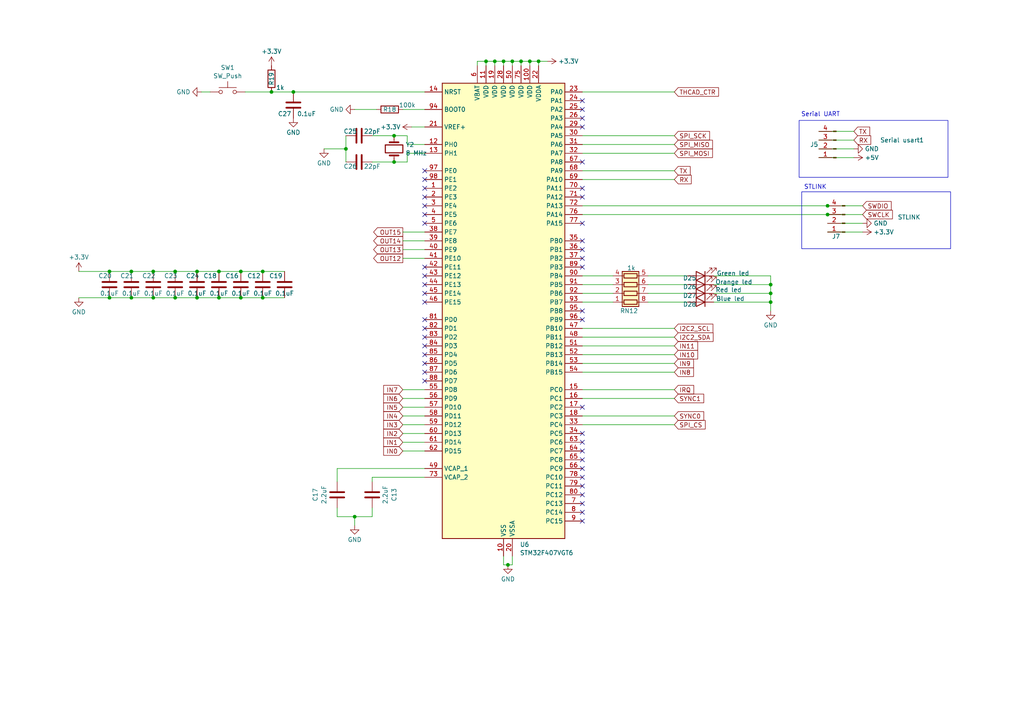
<source format=kicad_sch>
(kicad_sch
	(version 20231120)
	(generator "eeschema")
	(generator_version "8.0")
	(uuid "29d1fc65-591a-4c4e-a1fd-d6076e24f303")
	(paper "A4")
	(title_block
		(title "THCAD reader")
	)
	(lib_symbols
		(symbol "Connector:Conn_01x04_Pin"
			(pin_names
				(offset 1.016) hide)
			(exclude_from_sim no)
			(in_bom yes)
			(on_board yes)
			(property "Reference" "J"
				(at 0 5.08 0)
				(effects
					(font
						(size 1.27 1.27)
					)
				)
			)
			(property "Value" "Conn_01x04_Pin"
				(at 0 -7.62 0)
				(effects
					(font
						(size 1.27 1.27)
					)
				)
			)
			(property "Footprint" ""
				(at 0 0 0)
				(effects
					(font
						(size 1.27 1.27)
					)
					(hide yes)
				)
			)
			(property "Datasheet" "~"
				(at 0 0 0)
				(effects
					(font
						(size 1.27 1.27)
					)
					(hide yes)
				)
			)
			(property "Description" "Generic connector, single row, 01x04, script generated"
				(at 0 0 0)
				(effects
					(font
						(size 1.27 1.27)
					)
					(hide yes)
				)
			)
			(property "ki_locked" ""
				(at 0 0 0)
				(effects
					(font
						(size 1.27 1.27)
					)
				)
			)
			(property "ki_keywords" "connector"
				(at 0 0 0)
				(effects
					(font
						(size 1.27 1.27)
					)
					(hide yes)
				)
			)
			(property "ki_fp_filters" "Connector*:*_1x??_*"
				(at 0 0 0)
				(effects
					(font
						(size 1.27 1.27)
					)
					(hide yes)
				)
			)
			(symbol "Conn_01x04_Pin_1_1"
				(polyline
					(pts
						(xy 1.27 -5.08) (xy 0.8636 -5.08)
					)
					(stroke
						(width 0.1524)
						(type default)
					)
					(fill
						(type none)
					)
				)
				(polyline
					(pts
						(xy 1.27 -2.54) (xy 0.8636 -2.54)
					)
					(stroke
						(width 0.1524)
						(type default)
					)
					(fill
						(type none)
					)
				)
				(polyline
					(pts
						(xy 1.27 0) (xy 0.8636 0)
					)
					(stroke
						(width 0.1524)
						(type default)
					)
					(fill
						(type none)
					)
				)
				(polyline
					(pts
						(xy 1.27 2.54) (xy 0.8636 2.54)
					)
					(stroke
						(width 0.1524)
						(type default)
					)
					(fill
						(type none)
					)
				)
				(rectangle
					(start 0.8636 -4.953)
					(end 0 -5.207)
					(stroke
						(width 0.1524)
						(type default)
					)
					(fill
						(type outline)
					)
				)
				(rectangle
					(start 0.8636 -2.413)
					(end 0 -2.667)
					(stroke
						(width 0.1524)
						(type default)
					)
					(fill
						(type outline)
					)
				)
				(rectangle
					(start 0.8636 0.127)
					(end 0 -0.127)
					(stroke
						(width 0.1524)
						(type default)
					)
					(fill
						(type outline)
					)
				)
				(rectangle
					(start 0.8636 2.667)
					(end 0 2.413)
					(stroke
						(width 0.1524)
						(type default)
					)
					(fill
						(type outline)
					)
				)
				(pin passive line
					(at 5.08 2.54 180)
					(length 3.81)
					(name "Pin_1"
						(effects
							(font
								(size 1.27 1.27)
							)
						)
					)
					(number "1"
						(effects
							(font
								(size 1.27 1.27)
							)
						)
					)
				)
				(pin passive line
					(at 5.08 0 180)
					(length 3.81)
					(name "Pin_2"
						(effects
							(font
								(size 1.27 1.27)
							)
						)
					)
					(number "2"
						(effects
							(font
								(size 1.27 1.27)
							)
						)
					)
				)
				(pin passive line
					(at 5.08 -2.54 180)
					(length 3.81)
					(name "Pin_3"
						(effects
							(font
								(size 1.27 1.27)
							)
						)
					)
					(number "3"
						(effects
							(font
								(size 1.27 1.27)
							)
						)
					)
				)
				(pin passive line
					(at 5.08 -5.08 180)
					(length 3.81)
					(name "Pin_4"
						(effects
							(font
								(size 1.27 1.27)
							)
						)
					)
					(number "4"
						(effects
							(font
								(size 1.27 1.27)
							)
						)
					)
				)
			)
		)
		(symbol "Device:C"
			(pin_numbers hide)
			(pin_names
				(offset 0.254)
			)
			(exclude_from_sim no)
			(in_bom yes)
			(on_board yes)
			(property "Reference" "C"
				(at 0.635 2.54 0)
				(effects
					(font
						(size 1.27 1.27)
					)
					(justify left)
				)
			)
			(property "Value" "C"
				(at 0.635 -2.54 0)
				(effects
					(font
						(size 1.27 1.27)
					)
					(justify left)
				)
			)
			(property "Footprint" ""
				(at 0.9652 -3.81 0)
				(effects
					(font
						(size 1.27 1.27)
					)
					(hide yes)
				)
			)
			(property "Datasheet" "~"
				(at 0 0 0)
				(effects
					(font
						(size 1.27 1.27)
					)
					(hide yes)
				)
			)
			(property "Description" "Unpolarized capacitor"
				(at 0 0 0)
				(effects
					(font
						(size 1.27 1.27)
					)
					(hide yes)
				)
			)
			(property "ki_keywords" "cap capacitor"
				(at 0 0 0)
				(effects
					(font
						(size 1.27 1.27)
					)
					(hide yes)
				)
			)
			(property "ki_fp_filters" "C_*"
				(at 0 0 0)
				(effects
					(font
						(size 1.27 1.27)
					)
					(hide yes)
				)
			)
			(symbol "C_0_1"
				(polyline
					(pts
						(xy -2.032 -0.762) (xy 2.032 -0.762)
					)
					(stroke
						(width 0.508)
						(type default)
					)
					(fill
						(type none)
					)
				)
				(polyline
					(pts
						(xy -2.032 0.762) (xy 2.032 0.762)
					)
					(stroke
						(width 0.508)
						(type default)
					)
					(fill
						(type none)
					)
				)
			)
			(symbol "C_1_1"
				(pin passive line
					(at 0 3.81 270)
					(length 2.794)
					(name "~"
						(effects
							(font
								(size 1.27 1.27)
							)
						)
					)
					(number "1"
						(effects
							(font
								(size 1.27 1.27)
							)
						)
					)
				)
				(pin passive line
					(at 0 -3.81 90)
					(length 2.794)
					(name "~"
						(effects
							(font
								(size 1.27 1.27)
							)
						)
					)
					(number "2"
						(effects
							(font
								(size 1.27 1.27)
							)
						)
					)
				)
			)
		)
		(symbol "Device:Crystal"
			(pin_numbers hide)
			(pin_names
				(offset 1.016) hide)
			(exclude_from_sim no)
			(in_bom yes)
			(on_board yes)
			(property "Reference" "Y"
				(at 0 3.81 0)
				(effects
					(font
						(size 1.27 1.27)
					)
				)
			)
			(property "Value" "Crystal"
				(at 0 -3.81 0)
				(effects
					(font
						(size 1.27 1.27)
					)
				)
			)
			(property "Footprint" ""
				(at 0 0 0)
				(effects
					(font
						(size 1.27 1.27)
					)
					(hide yes)
				)
			)
			(property "Datasheet" "~"
				(at 0 0 0)
				(effects
					(font
						(size 1.27 1.27)
					)
					(hide yes)
				)
			)
			(property "Description" "Two pin crystal"
				(at 0 0 0)
				(effects
					(font
						(size 1.27 1.27)
					)
					(hide yes)
				)
			)
			(property "ki_keywords" "quartz ceramic resonator oscillator"
				(at 0 0 0)
				(effects
					(font
						(size 1.27 1.27)
					)
					(hide yes)
				)
			)
			(property "ki_fp_filters" "Crystal*"
				(at 0 0 0)
				(effects
					(font
						(size 1.27 1.27)
					)
					(hide yes)
				)
			)
			(symbol "Crystal_0_1"
				(rectangle
					(start -1.143 2.54)
					(end 1.143 -2.54)
					(stroke
						(width 0.3048)
						(type default)
					)
					(fill
						(type none)
					)
				)
				(polyline
					(pts
						(xy -2.54 0) (xy -1.905 0)
					)
					(stroke
						(width 0)
						(type default)
					)
					(fill
						(type none)
					)
				)
				(polyline
					(pts
						(xy -1.905 -1.27) (xy -1.905 1.27)
					)
					(stroke
						(width 0.508)
						(type default)
					)
					(fill
						(type none)
					)
				)
				(polyline
					(pts
						(xy 1.905 -1.27) (xy 1.905 1.27)
					)
					(stroke
						(width 0.508)
						(type default)
					)
					(fill
						(type none)
					)
				)
				(polyline
					(pts
						(xy 2.54 0) (xy 1.905 0)
					)
					(stroke
						(width 0)
						(type default)
					)
					(fill
						(type none)
					)
				)
			)
			(symbol "Crystal_1_1"
				(pin passive line
					(at -3.81 0 0)
					(length 1.27)
					(name "1"
						(effects
							(font
								(size 1.27 1.27)
							)
						)
					)
					(number "1"
						(effects
							(font
								(size 1.27 1.27)
							)
						)
					)
				)
				(pin passive line
					(at 3.81 0 180)
					(length 1.27)
					(name "2"
						(effects
							(font
								(size 1.27 1.27)
							)
						)
					)
					(number "2"
						(effects
							(font
								(size 1.27 1.27)
							)
						)
					)
				)
			)
		)
		(symbol "Device:LED"
			(pin_numbers hide)
			(pin_names
				(offset 1.016) hide)
			(exclude_from_sim no)
			(in_bom yes)
			(on_board yes)
			(property "Reference" "D"
				(at 0 2.54 0)
				(effects
					(font
						(size 1.27 1.27)
					)
				)
			)
			(property "Value" "LED"
				(at 0 -2.54 0)
				(effects
					(font
						(size 1.27 1.27)
					)
				)
			)
			(property "Footprint" ""
				(at 0 0 0)
				(effects
					(font
						(size 1.27 1.27)
					)
					(hide yes)
				)
			)
			(property "Datasheet" "~"
				(at 0 0 0)
				(effects
					(font
						(size 1.27 1.27)
					)
					(hide yes)
				)
			)
			(property "Description" "Light emitting diode"
				(at 0 0 0)
				(effects
					(font
						(size 1.27 1.27)
					)
					(hide yes)
				)
			)
			(property "ki_keywords" "LED diode"
				(at 0 0 0)
				(effects
					(font
						(size 1.27 1.27)
					)
					(hide yes)
				)
			)
			(property "ki_fp_filters" "LED* LED_SMD:* LED_THT:*"
				(at 0 0 0)
				(effects
					(font
						(size 1.27 1.27)
					)
					(hide yes)
				)
			)
			(symbol "LED_0_1"
				(polyline
					(pts
						(xy -1.27 -1.27) (xy -1.27 1.27)
					)
					(stroke
						(width 0.254)
						(type default)
					)
					(fill
						(type none)
					)
				)
				(polyline
					(pts
						(xy -1.27 0) (xy 1.27 0)
					)
					(stroke
						(width 0)
						(type default)
					)
					(fill
						(type none)
					)
				)
				(polyline
					(pts
						(xy 1.27 -1.27) (xy 1.27 1.27) (xy -1.27 0) (xy 1.27 -1.27)
					)
					(stroke
						(width 0.254)
						(type default)
					)
					(fill
						(type none)
					)
				)
				(polyline
					(pts
						(xy -3.048 -0.762) (xy -4.572 -2.286) (xy -3.81 -2.286) (xy -4.572 -2.286) (xy -4.572 -1.524)
					)
					(stroke
						(width 0)
						(type default)
					)
					(fill
						(type none)
					)
				)
				(polyline
					(pts
						(xy -1.778 -0.762) (xy -3.302 -2.286) (xy -2.54 -2.286) (xy -3.302 -2.286) (xy -3.302 -1.524)
					)
					(stroke
						(width 0)
						(type default)
					)
					(fill
						(type none)
					)
				)
			)
			(symbol "LED_1_1"
				(pin passive line
					(at -3.81 0 0)
					(length 2.54)
					(name "K"
						(effects
							(font
								(size 1.27 1.27)
							)
						)
					)
					(number "1"
						(effects
							(font
								(size 1.27 1.27)
							)
						)
					)
				)
				(pin passive line
					(at 3.81 0 180)
					(length 2.54)
					(name "A"
						(effects
							(font
								(size 1.27 1.27)
							)
						)
					)
					(number "2"
						(effects
							(font
								(size 1.27 1.27)
							)
						)
					)
				)
			)
		)
		(symbol "Device:R"
			(pin_numbers hide)
			(pin_names
				(offset 0)
			)
			(exclude_from_sim no)
			(in_bom yes)
			(on_board yes)
			(property "Reference" "R"
				(at 2.032 0 90)
				(effects
					(font
						(size 1.27 1.27)
					)
				)
			)
			(property "Value" "R"
				(at 0 0 90)
				(effects
					(font
						(size 1.27 1.27)
					)
				)
			)
			(property "Footprint" ""
				(at -1.778 0 90)
				(effects
					(font
						(size 1.27 1.27)
					)
					(hide yes)
				)
			)
			(property "Datasheet" "~"
				(at 0 0 0)
				(effects
					(font
						(size 1.27 1.27)
					)
					(hide yes)
				)
			)
			(property "Description" "Resistor"
				(at 0 0 0)
				(effects
					(font
						(size 1.27 1.27)
					)
					(hide yes)
				)
			)
			(property "ki_keywords" "R res resistor"
				(at 0 0 0)
				(effects
					(font
						(size 1.27 1.27)
					)
					(hide yes)
				)
			)
			(property "ki_fp_filters" "R_*"
				(at 0 0 0)
				(effects
					(font
						(size 1.27 1.27)
					)
					(hide yes)
				)
			)
			(symbol "R_0_1"
				(rectangle
					(start -1.016 -2.54)
					(end 1.016 2.54)
					(stroke
						(width 0.254)
						(type default)
					)
					(fill
						(type none)
					)
				)
			)
			(symbol "R_1_1"
				(pin passive line
					(at 0 3.81 270)
					(length 1.27)
					(name "~"
						(effects
							(font
								(size 1.27 1.27)
							)
						)
					)
					(number "1"
						(effects
							(font
								(size 1.27 1.27)
							)
						)
					)
				)
				(pin passive line
					(at 0 -3.81 90)
					(length 1.27)
					(name "~"
						(effects
							(font
								(size 1.27 1.27)
							)
						)
					)
					(number "2"
						(effects
							(font
								(size 1.27 1.27)
							)
						)
					)
				)
			)
		)
		(symbol "Device:R_Pack04"
			(pin_names
				(offset 0) hide)
			(exclude_from_sim no)
			(in_bom yes)
			(on_board yes)
			(property "Reference" "RN"
				(at -7.62 0 90)
				(effects
					(font
						(size 1.27 1.27)
					)
				)
			)
			(property "Value" "R_Pack04"
				(at 5.08 0 90)
				(effects
					(font
						(size 1.27 1.27)
					)
				)
			)
			(property "Footprint" ""
				(at 6.985 0 90)
				(effects
					(font
						(size 1.27 1.27)
					)
					(hide yes)
				)
			)
			(property "Datasheet" "~"
				(at 0 0 0)
				(effects
					(font
						(size 1.27 1.27)
					)
					(hide yes)
				)
			)
			(property "Description" "4 resistor network, parallel topology"
				(at 0 0 0)
				(effects
					(font
						(size 1.27 1.27)
					)
					(hide yes)
				)
			)
			(property "ki_keywords" "R network parallel topology isolated"
				(at 0 0 0)
				(effects
					(font
						(size 1.27 1.27)
					)
					(hide yes)
				)
			)
			(property "ki_fp_filters" "DIP* SOIC* R*Array*Concave* R*Array*Convex* MSOP*"
				(at 0 0 0)
				(effects
					(font
						(size 1.27 1.27)
					)
					(hide yes)
				)
			)
			(symbol "R_Pack04_0_1"
				(rectangle
					(start -6.35 -2.413)
					(end 3.81 2.413)
					(stroke
						(width 0.254)
						(type default)
					)
					(fill
						(type background)
					)
				)
				(rectangle
					(start -5.715 1.905)
					(end -4.445 -1.905)
					(stroke
						(width 0.254)
						(type default)
					)
					(fill
						(type none)
					)
				)
				(rectangle
					(start -3.175 1.905)
					(end -1.905 -1.905)
					(stroke
						(width 0.254)
						(type default)
					)
					(fill
						(type none)
					)
				)
				(rectangle
					(start -0.635 1.905)
					(end 0.635 -1.905)
					(stroke
						(width 0.254)
						(type default)
					)
					(fill
						(type none)
					)
				)
				(polyline
					(pts
						(xy -5.08 -2.54) (xy -5.08 -1.905)
					)
					(stroke
						(width 0)
						(type default)
					)
					(fill
						(type none)
					)
				)
				(polyline
					(pts
						(xy -5.08 1.905) (xy -5.08 2.54)
					)
					(stroke
						(width 0)
						(type default)
					)
					(fill
						(type none)
					)
				)
				(polyline
					(pts
						(xy -2.54 -2.54) (xy -2.54 -1.905)
					)
					(stroke
						(width 0)
						(type default)
					)
					(fill
						(type none)
					)
				)
				(polyline
					(pts
						(xy -2.54 1.905) (xy -2.54 2.54)
					)
					(stroke
						(width 0)
						(type default)
					)
					(fill
						(type none)
					)
				)
				(polyline
					(pts
						(xy 0 -2.54) (xy 0 -1.905)
					)
					(stroke
						(width 0)
						(type default)
					)
					(fill
						(type none)
					)
				)
				(polyline
					(pts
						(xy 0 1.905) (xy 0 2.54)
					)
					(stroke
						(width 0)
						(type default)
					)
					(fill
						(type none)
					)
				)
				(polyline
					(pts
						(xy 2.54 -2.54) (xy 2.54 -1.905)
					)
					(stroke
						(width 0)
						(type default)
					)
					(fill
						(type none)
					)
				)
				(polyline
					(pts
						(xy 2.54 1.905) (xy 2.54 2.54)
					)
					(stroke
						(width 0)
						(type default)
					)
					(fill
						(type none)
					)
				)
				(rectangle
					(start 1.905 1.905)
					(end 3.175 -1.905)
					(stroke
						(width 0.254)
						(type default)
					)
					(fill
						(type none)
					)
				)
			)
			(symbol "R_Pack04_1_1"
				(pin passive line
					(at -5.08 -5.08 90)
					(length 2.54)
					(name "R1.1"
						(effects
							(font
								(size 1.27 1.27)
							)
						)
					)
					(number "1"
						(effects
							(font
								(size 1.27 1.27)
							)
						)
					)
				)
				(pin passive line
					(at -2.54 -5.08 90)
					(length 2.54)
					(name "R2.1"
						(effects
							(font
								(size 1.27 1.27)
							)
						)
					)
					(number "2"
						(effects
							(font
								(size 1.27 1.27)
							)
						)
					)
				)
				(pin passive line
					(at 0 -5.08 90)
					(length 2.54)
					(name "R3.1"
						(effects
							(font
								(size 1.27 1.27)
							)
						)
					)
					(number "3"
						(effects
							(font
								(size 1.27 1.27)
							)
						)
					)
				)
				(pin passive line
					(at 2.54 -5.08 90)
					(length 2.54)
					(name "R4.1"
						(effects
							(font
								(size 1.27 1.27)
							)
						)
					)
					(number "4"
						(effects
							(font
								(size 1.27 1.27)
							)
						)
					)
				)
				(pin passive line
					(at 2.54 5.08 270)
					(length 2.54)
					(name "R4.2"
						(effects
							(font
								(size 1.27 1.27)
							)
						)
					)
					(number "5"
						(effects
							(font
								(size 1.27 1.27)
							)
						)
					)
				)
				(pin passive line
					(at 0 5.08 270)
					(length 2.54)
					(name "R3.2"
						(effects
							(font
								(size 1.27 1.27)
							)
						)
					)
					(number "6"
						(effects
							(font
								(size 1.27 1.27)
							)
						)
					)
				)
				(pin passive line
					(at -2.54 5.08 270)
					(length 2.54)
					(name "R2.2"
						(effects
							(font
								(size 1.27 1.27)
							)
						)
					)
					(number "7"
						(effects
							(font
								(size 1.27 1.27)
							)
						)
					)
				)
				(pin passive line
					(at -5.08 5.08 270)
					(length 2.54)
					(name "R1.2"
						(effects
							(font
								(size 1.27 1.27)
							)
						)
					)
					(number "8"
						(effects
							(font
								(size 1.27 1.27)
							)
						)
					)
				)
			)
		)
		(symbol "MCU_ST_STM32F4:STM32F407VGTx"
			(exclude_from_sim no)
			(in_bom yes)
			(on_board yes)
			(property "Reference" "U"
				(at -17.78 67.31 0)
				(effects
					(font
						(size 1.27 1.27)
					)
					(justify left)
				)
			)
			(property "Value" "STM32F407VGTx"
				(at 12.7 67.31 0)
				(effects
					(font
						(size 1.27 1.27)
					)
					(justify left)
				)
			)
			(property "Footprint" "Package_QFP:LQFP-100_14x14mm_P0.5mm"
				(at -17.78 -66.04 0)
				(effects
					(font
						(size 1.27 1.27)
					)
					(justify right)
					(hide yes)
				)
			)
			(property "Datasheet" "https://www.st.com/resource/en/datasheet/stm32f407vg.pdf"
				(at 0 0 0)
				(effects
					(font
						(size 1.27 1.27)
					)
					(hide yes)
				)
			)
			(property "Description" "STMicroelectronics Arm Cortex-M4 MCU, 1024KB flash, 192KB RAM, 168 MHz, 1.8-3.6V, 82 GPIO, LQFP100"
				(at 0 0 0)
				(effects
					(font
						(size 1.27 1.27)
					)
					(hide yes)
				)
			)
			(property "ki_locked" ""
				(at 0 0 0)
				(effects
					(font
						(size 1.27 1.27)
					)
				)
			)
			(property "ki_keywords" "Arm Cortex-M4 STM32F4 STM32F407/417"
				(at 0 0 0)
				(effects
					(font
						(size 1.27 1.27)
					)
					(hide yes)
				)
			)
			(property "ki_fp_filters" "LQFP*14x14mm*P0.5mm*"
				(at 0 0 0)
				(effects
					(font
						(size 1.27 1.27)
					)
					(hide yes)
				)
			)
			(symbol "STM32F407VGTx_0_1"
				(rectangle
					(start -17.78 -66.04)
					(end 17.78 66.04)
					(stroke
						(width 0.254)
						(type default)
					)
					(fill
						(type background)
					)
				)
			)
			(symbol "STM32F407VGTx_1_1"
				(pin bidirectional line
					(at -22.86 35.56 0)
					(length 5.08)
					(name "PE2"
						(effects
							(font
								(size 1.27 1.27)
							)
						)
					)
					(number "1"
						(effects
							(font
								(size 1.27 1.27)
							)
						)
					)
					(alternate "ETH_TXD3" bidirectional line)
					(alternate "FSMC_A23" bidirectional line)
					(alternate "SYS_TRACECLK" bidirectional line)
				)
				(pin power_in line
					(at 0 -71.12 90)
					(length 5.08)
					(name "VSS"
						(effects
							(font
								(size 1.27 1.27)
							)
						)
					)
					(number "10"
						(effects
							(font
								(size 1.27 1.27)
							)
						)
					)
				)
				(pin power_in line
					(at 7.62 71.12 270)
					(length 5.08)
					(name "VDD"
						(effects
							(font
								(size 1.27 1.27)
							)
						)
					)
					(number "100"
						(effects
							(font
								(size 1.27 1.27)
							)
						)
					)
				)
				(pin power_in line
					(at -5.08 71.12 270)
					(length 5.08)
					(name "VDD"
						(effects
							(font
								(size 1.27 1.27)
							)
						)
					)
					(number "11"
						(effects
							(font
								(size 1.27 1.27)
							)
						)
					)
				)
				(pin bidirectional line
					(at -22.86 48.26 0)
					(length 5.08)
					(name "PH0"
						(effects
							(font
								(size 1.27 1.27)
							)
						)
					)
					(number "12"
						(effects
							(font
								(size 1.27 1.27)
							)
						)
					)
					(alternate "RCC_OSC_IN" bidirectional line)
				)
				(pin bidirectional line
					(at -22.86 45.72 0)
					(length 5.08)
					(name "PH1"
						(effects
							(font
								(size 1.27 1.27)
							)
						)
					)
					(number "13"
						(effects
							(font
								(size 1.27 1.27)
							)
						)
					)
					(alternate "RCC_OSC_OUT" bidirectional line)
				)
				(pin input line
					(at -22.86 63.5 0)
					(length 5.08)
					(name "NRST"
						(effects
							(font
								(size 1.27 1.27)
							)
						)
					)
					(number "14"
						(effects
							(font
								(size 1.27 1.27)
							)
						)
					)
				)
				(pin bidirectional line
					(at 22.86 -22.86 180)
					(length 5.08)
					(name "PC0"
						(effects
							(font
								(size 1.27 1.27)
							)
						)
					)
					(number "15"
						(effects
							(font
								(size 1.27 1.27)
							)
						)
					)
					(alternate "ADC1_IN10" bidirectional line)
					(alternate "ADC2_IN10" bidirectional line)
					(alternate "ADC3_IN10" bidirectional line)
					(alternate "USB_OTG_HS_ULPI_STP" bidirectional line)
				)
				(pin bidirectional line
					(at 22.86 -25.4 180)
					(length 5.08)
					(name "PC1"
						(effects
							(font
								(size 1.27 1.27)
							)
						)
					)
					(number "16"
						(effects
							(font
								(size 1.27 1.27)
							)
						)
					)
					(alternate "ADC1_IN11" bidirectional line)
					(alternate "ADC2_IN11" bidirectional line)
					(alternate "ADC3_IN11" bidirectional line)
					(alternate "ETH_MDC" bidirectional line)
				)
				(pin bidirectional line
					(at 22.86 -27.94 180)
					(length 5.08)
					(name "PC2"
						(effects
							(font
								(size 1.27 1.27)
							)
						)
					)
					(number "17"
						(effects
							(font
								(size 1.27 1.27)
							)
						)
					)
					(alternate "ADC1_IN12" bidirectional line)
					(alternate "ADC2_IN12" bidirectional line)
					(alternate "ADC3_IN12" bidirectional line)
					(alternate "ETH_TXD2" bidirectional line)
					(alternate "I2S2_ext_SD" bidirectional line)
					(alternate "SPI2_MISO" bidirectional line)
					(alternate "USB_OTG_HS_ULPI_DIR" bidirectional line)
				)
				(pin bidirectional line
					(at 22.86 -30.48 180)
					(length 5.08)
					(name "PC3"
						(effects
							(font
								(size 1.27 1.27)
							)
						)
					)
					(number "18"
						(effects
							(font
								(size 1.27 1.27)
							)
						)
					)
					(alternate "ADC1_IN13" bidirectional line)
					(alternate "ADC2_IN13" bidirectional line)
					(alternate "ADC3_IN13" bidirectional line)
					(alternate "ETH_TX_CLK" bidirectional line)
					(alternate "I2S2_SD" bidirectional line)
					(alternate "SPI2_MOSI" bidirectional line)
					(alternate "USB_OTG_HS_ULPI_NXT" bidirectional line)
				)
				(pin power_in line
					(at -2.54 71.12 270)
					(length 5.08)
					(name "VDD"
						(effects
							(font
								(size 1.27 1.27)
							)
						)
					)
					(number "19"
						(effects
							(font
								(size 1.27 1.27)
							)
						)
					)
				)
				(pin bidirectional line
					(at -22.86 33.02 0)
					(length 5.08)
					(name "PE3"
						(effects
							(font
								(size 1.27 1.27)
							)
						)
					)
					(number "2"
						(effects
							(font
								(size 1.27 1.27)
							)
						)
					)
					(alternate "FSMC_A19" bidirectional line)
					(alternate "SYS_TRACED0" bidirectional line)
				)
				(pin power_in line
					(at 2.54 -71.12 90)
					(length 5.08)
					(name "VSSA"
						(effects
							(font
								(size 1.27 1.27)
							)
						)
					)
					(number "20"
						(effects
							(font
								(size 1.27 1.27)
							)
						)
					)
				)
				(pin input line
					(at -22.86 53.34 0)
					(length 5.08)
					(name "VREF+"
						(effects
							(font
								(size 1.27 1.27)
							)
						)
					)
					(number "21"
						(effects
							(font
								(size 1.27 1.27)
							)
						)
					)
				)
				(pin power_in line
					(at 10.16 71.12 270)
					(length 5.08)
					(name "VDDA"
						(effects
							(font
								(size 1.27 1.27)
							)
						)
					)
					(number "22"
						(effects
							(font
								(size 1.27 1.27)
							)
						)
					)
				)
				(pin bidirectional line
					(at 22.86 63.5 180)
					(length 5.08)
					(name "PA0"
						(effects
							(font
								(size 1.27 1.27)
							)
						)
					)
					(number "23"
						(effects
							(font
								(size 1.27 1.27)
							)
						)
					)
					(alternate "ADC1_IN0" bidirectional line)
					(alternate "ADC2_IN0" bidirectional line)
					(alternate "ADC3_IN0" bidirectional line)
					(alternate "ETH_CRS" bidirectional line)
					(alternate "SYS_WKUP" bidirectional line)
					(alternate "TIM2_CH1" bidirectional line)
					(alternate "TIM2_ETR" bidirectional line)
					(alternate "TIM5_CH1" bidirectional line)
					(alternate "TIM8_ETR" bidirectional line)
					(alternate "UART4_TX" bidirectional line)
					(alternate "USART2_CTS" bidirectional line)
				)
				(pin bidirectional line
					(at 22.86 60.96 180)
					(length 5.08)
					(name "PA1"
						(effects
							(font
								(size 1.27 1.27)
							)
						)
					)
					(number "24"
						(effects
							(font
								(size 1.27 1.27)
							)
						)
					)
					(alternate "ADC1_IN1" bidirectional line)
					(alternate "ADC2_IN1" bidirectional line)
					(alternate "ADC3_IN1" bidirectional line)
					(alternate "ETH_REF_CLK" bidirectional line)
					(alternate "ETH_RX_CLK" bidirectional line)
					(alternate "TIM2_CH2" bidirectional line)
					(alternate "TIM5_CH2" bidirectional line)
					(alternate "UART4_RX" bidirectional line)
					(alternate "USART2_RTS" bidirectional line)
				)
				(pin bidirectional line
					(at 22.86 58.42 180)
					(length 5.08)
					(name "PA2"
						(effects
							(font
								(size 1.27 1.27)
							)
						)
					)
					(number "25"
						(effects
							(font
								(size 1.27 1.27)
							)
						)
					)
					(alternate "ADC1_IN2" bidirectional line)
					(alternate "ADC2_IN2" bidirectional line)
					(alternate "ADC3_IN2" bidirectional line)
					(alternate "ETH_MDIO" bidirectional line)
					(alternate "TIM2_CH3" bidirectional line)
					(alternate "TIM5_CH3" bidirectional line)
					(alternate "TIM9_CH1" bidirectional line)
					(alternate "USART2_TX" bidirectional line)
				)
				(pin bidirectional line
					(at 22.86 55.88 180)
					(length 5.08)
					(name "PA3"
						(effects
							(font
								(size 1.27 1.27)
							)
						)
					)
					(number "26"
						(effects
							(font
								(size 1.27 1.27)
							)
						)
					)
					(alternate "ADC1_IN3" bidirectional line)
					(alternate "ADC2_IN3" bidirectional line)
					(alternate "ADC3_IN3" bidirectional line)
					(alternate "ETH_COL" bidirectional line)
					(alternate "TIM2_CH4" bidirectional line)
					(alternate "TIM5_CH4" bidirectional line)
					(alternate "TIM9_CH2" bidirectional line)
					(alternate "USART2_RX" bidirectional line)
					(alternate "USB_OTG_HS_ULPI_D0" bidirectional line)
				)
				(pin passive line
					(at 0 -71.12 90)
					(length 5.08) hide
					(name "VSS"
						(effects
							(font
								(size 1.27 1.27)
							)
						)
					)
					(number "27"
						(effects
							(font
								(size 1.27 1.27)
							)
						)
					)
				)
				(pin power_in line
					(at 0 71.12 270)
					(length 5.08)
					(name "VDD"
						(effects
							(font
								(size 1.27 1.27)
							)
						)
					)
					(number "28"
						(effects
							(font
								(size 1.27 1.27)
							)
						)
					)
				)
				(pin bidirectional line
					(at 22.86 53.34 180)
					(length 5.08)
					(name "PA4"
						(effects
							(font
								(size 1.27 1.27)
							)
						)
					)
					(number "29"
						(effects
							(font
								(size 1.27 1.27)
							)
						)
					)
					(alternate "ADC1_IN4" bidirectional line)
					(alternate "ADC2_IN4" bidirectional line)
					(alternate "DAC_OUT1" bidirectional line)
					(alternate "DCMI_HSYNC" bidirectional line)
					(alternate "I2S3_WS" bidirectional line)
					(alternate "SPI1_NSS" bidirectional line)
					(alternate "SPI3_NSS" bidirectional line)
					(alternate "USART2_CK" bidirectional line)
					(alternate "USB_OTG_HS_SOF" bidirectional line)
				)
				(pin bidirectional line
					(at -22.86 30.48 0)
					(length 5.08)
					(name "PE4"
						(effects
							(font
								(size 1.27 1.27)
							)
						)
					)
					(number "3"
						(effects
							(font
								(size 1.27 1.27)
							)
						)
					)
					(alternate "DCMI_D4" bidirectional line)
					(alternate "FSMC_A20" bidirectional line)
					(alternate "SYS_TRACED1" bidirectional line)
				)
				(pin bidirectional line
					(at 22.86 50.8 180)
					(length 5.08)
					(name "PA5"
						(effects
							(font
								(size 1.27 1.27)
							)
						)
					)
					(number "30"
						(effects
							(font
								(size 1.27 1.27)
							)
						)
					)
					(alternate "ADC1_IN5" bidirectional line)
					(alternate "ADC2_IN5" bidirectional line)
					(alternate "DAC_OUT2" bidirectional line)
					(alternate "SPI1_SCK" bidirectional line)
					(alternate "TIM2_CH1" bidirectional line)
					(alternate "TIM2_ETR" bidirectional line)
					(alternate "TIM8_CH1N" bidirectional line)
					(alternate "USB_OTG_HS_ULPI_CK" bidirectional line)
				)
				(pin bidirectional line
					(at 22.86 48.26 180)
					(length 5.08)
					(name "PA6"
						(effects
							(font
								(size 1.27 1.27)
							)
						)
					)
					(number "31"
						(effects
							(font
								(size 1.27 1.27)
							)
						)
					)
					(alternate "ADC1_IN6" bidirectional line)
					(alternate "ADC2_IN6" bidirectional line)
					(alternate "DCMI_PIXCLK" bidirectional line)
					(alternate "SPI1_MISO" bidirectional line)
					(alternate "TIM13_CH1" bidirectional line)
					(alternate "TIM1_BKIN" bidirectional line)
					(alternate "TIM3_CH1" bidirectional line)
					(alternate "TIM8_BKIN" bidirectional line)
				)
				(pin bidirectional line
					(at 22.86 45.72 180)
					(length 5.08)
					(name "PA7"
						(effects
							(font
								(size 1.27 1.27)
							)
						)
					)
					(number "32"
						(effects
							(font
								(size 1.27 1.27)
							)
						)
					)
					(alternate "ADC1_IN7" bidirectional line)
					(alternate "ADC2_IN7" bidirectional line)
					(alternate "ETH_CRS_DV" bidirectional line)
					(alternate "ETH_RX_DV" bidirectional line)
					(alternate "SPI1_MOSI" bidirectional line)
					(alternate "TIM14_CH1" bidirectional line)
					(alternate "TIM1_CH1N" bidirectional line)
					(alternate "TIM3_CH2" bidirectional line)
					(alternate "TIM8_CH1N" bidirectional line)
				)
				(pin bidirectional line
					(at 22.86 -33.02 180)
					(length 5.08)
					(name "PC4"
						(effects
							(font
								(size 1.27 1.27)
							)
						)
					)
					(number "33"
						(effects
							(font
								(size 1.27 1.27)
							)
						)
					)
					(alternate "ADC1_IN14" bidirectional line)
					(alternate "ADC2_IN14" bidirectional line)
					(alternate "ETH_RXD0" bidirectional line)
				)
				(pin bidirectional line
					(at 22.86 -35.56 180)
					(length 5.08)
					(name "PC5"
						(effects
							(font
								(size 1.27 1.27)
							)
						)
					)
					(number "34"
						(effects
							(font
								(size 1.27 1.27)
							)
						)
					)
					(alternate "ADC1_IN15" bidirectional line)
					(alternate "ADC2_IN15" bidirectional line)
					(alternate "ETH_RXD1" bidirectional line)
				)
				(pin bidirectional line
					(at 22.86 20.32 180)
					(length 5.08)
					(name "PB0"
						(effects
							(font
								(size 1.27 1.27)
							)
						)
					)
					(number "35"
						(effects
							(font
								(size 1.27 1.27)
							)
						)
					)
					(alternate "ADC1_IN8" bidirectional line)
					(alternate "ADC2_IN8" bidirectional line)
					(alternate "ETH_RXD2" bidirectional line)
					(alternate "TIM1_CH2N" bidirectional line)
					(alternate "TIM3_CH3" bidirectional line)
					(alternate "TIM8_CH2N" bidirectional line)
					(alternate "USB_OTG_HS_ULPI_D1" bidirectional line)
				)
				(pin bidirectional line
					(at 22.86 17.78 180)
					(length 5.08)
					(name "PB1"
						(effects
							(font
								(size 1.27 1.27)
							)
						)
					)
					(number "36"
						(effects
							(font
								(size 1.27 1.27)
							)
						)
					)
					(alternate "ADC1_IN9" bidirectional line)
					(alternate "ADC2_IN9" bidirectional line)
					(alternate "ETH_RXD3" bidirectional line)
					(alternate "TIM1_CH3N" bidirectional line)
					(alternate "TIM3_CH4" bidirectional line)
					(alternate "TIM8_CH3N" bidirectional line)
					(alternate "USB_OTG_HS_ULPI_D2" bidirectional line)
				)
				(pin bidirectional line
					(at 22.86 15.24 180)
					(length 5.08)
					(name "PB2"
						(effects
							(font
								(size 1.27 1.27)
							)
						)
					)
					(number "37"
						(effects
							(font
								(size 1.27 1.27)
							)
						)
					)
				)
				(pin bidirectional line
					(at -22.86 22.86 0)
					(length 5.08)
					(name "PE7"
						(effects
							(font
								(size 1.27 1.27)
							)
						)
					)
					(number "38"
						(effects
							(font
								(size 1.27 1.27)
							)
						)
					)
					(alternate "FSMC_D4" bidirectional line)
					(alternate "FSMC_DA4" bidirectional line)
					(alternate "TIM1_ETR" bidirectional line)
				)
				(pin bidirectional line
					(at -22.86 20.32 0)
					(length 5.08)
					(name "PE8"
						(effects
							(font
								(size 1.27 1.27)
							)
						)
					)
					(number "39"
						(effects
							(font
								(size 1.27 1.27)
							)
						)
					)
					(alternate "FSMC_D5" bidirectional line)
					(alternate "FSMC_DA5" bidirectional line)
					(alternate "TIM1_CH1N" bidirectional line)
				)
				(pin bidirectional line
					(at -22.86 27.94 0)
					(length 5.08)
					(name "PE5"
						(effects
							(font
								(size 1.27 1.27)
							)
						)
					)
					(number "4"
						(effects
							(font
								(size 1.27 1.27)
							)
						)
					)
					(alternate "DCMI_D6" bidirectional line)
					(alternate "FSMC_A21" bidirectional line)
					(alternate "SYS_TRACED2" bidirectional line)
					(alternate "TIM9_CH1" bidirectional line)
				)
				(pin bidirectional line
					(at -22.86 17.78 0)
					(length 5.08)
					(name "PE9"
						(effects
							(font
								(size 1.27 1.27)
							)
						)
					)
					(number "40"
						(effects
							(font
								(size 1.27 1.27)
							)
						)
					)
					(alternate "DAC_EXTI9" bidirectional line)
					(alternate "FSMC_D6" bidirectional line)
					(alternate "FSMC_DA6" bidirectional line)
					(alternate "TIM1_CH1" bidirectional line)
				)
				(pin bidirectional line
					(at -22.86 15.24 0)
					(length 5.08)
					(name "PE10"
						(effects
							(font
								(size 1.27 1.27)
							)
						)
					)
					(number "41"
						(effects
							(font
								(size 1.27 1.27)
							)
						)
					)
					(alternate "FSMC_D7" bidirectional line)
					(alternate "FSMC_DA7" bidirectional line)
					(alternate "TIM1_CH2N" bidirectional line)
				)
				(pin bidirectional line
					(at -22.86 12.7 0)
					(length 5.08)
					(name "PE11"
						(effects
							(font
								(size 1.27 1.27)
							)
						)
					)
					(number "42"
						(effects
							(font
								(size 1.27 1.27)
							)
						)
					)
					(alternate "ADC1_EXTI11" bidirectional line)
					(alternate "ADC2_EXTI11" bidirectional line)
					(alternate "ADC3_EXTI11" bidirectional line)
					(alternate "FSMC_D8" bidirectional line)
					(alternate "FSMC_DA8" bidirectional line)
					(alternate "TIM1_CH2" bidirectional line)
				)
				(pin bidirectional line
					(at -22.86 10.16 0)
					(length 5.08)
					(name "PE12"
						(effects
							(font
								(size 1.27 1.27)
							)
						)
					)
					(number "43"
						(effects
							(font
								(size 1.27 1.27)
							)
						)
					)
					(alternate "FSMC_D9" bidirectional line)
					(alternate "FSMC_DA9" bidirectional line)
					(alternate "TIM1_CH3N" bidirectional line)
				)
				(pin bidirectional line
					(at -22.86 7.62 0)
					(length 5.08)
					(name "PE13"
						(effects
							(font
								(size 1.27 1.27)
							)
						)
					)
					(number "44"
						(effects
							(font
								(size 1.27 1.27)
							)
						)
					)
					(alternate "FSMC_D10" bidirectional line)
					(alternate "FSMC_DA10" bidirectional line)
					(alternate "TIM1_CH3" bidirectional line)
				)
				(pin bidirectional line
					(at -22.86 5.08 0)
					(length 5.08)
					(name "PE14"
						(effects
							(font
								(size 1.27 1.27)
							)
						)
					)
					(number "45"
						(effects
							(font
								(size 1.27 1.27)
							)
						)
					)
					(alternate "FSMC_D11" bidirectional line)
					(alternate "FSMC_DA11" bidirectional line)
					(alternate "TIM1_CH4" bidirectional line)
				)
				(pin bidirectional line
					(at -22.86 2.54 0)
					(length 5.08)
					(name "PE15"
						(effects
							(font
								(size 1.27 1.27)
							)
						)
					)
					(number "46"
						(effects
							(font
								(size 1.27 1.27)
							)
						)
					)
					(alternate "ADC1_EXTI15" bidirectional line)
					(alternate "ADC2_EXTI15" bidirectional line)
					(alternate "ADC3_EXTI15" bidirectional line)
					(alternate "FSMC_D12" bidirectional line)
					(alternate "FSMC_DA12" bidirectional line)
					(alternate "TIM1_BKIN" bidirectional line)
				)
				(pin bidirectional line
					(at 22.86 -5.08 180)
					(length 5.08)
					(name "PB10"
						(effects
							(font
								(size 1.27 1.27)
							)
						)
					)
					(number "47"
						(effects
							(font
								(size 1.27 1.27)
							)
						)
					)
					(alternate "ETH_RX_ER" bidirectional line)
					(alternate "I2C2_SCL" bidirectional line)
					(alternate "I2S2_CK" bidirectional line)
					(alternate "SPI2_SCK" bidirectional line)
					(alternate "TIM2_CH3" bidirectional line)
					(alternate "USART3_TX" bidirectional line)
					(alternate "USB_OTG_HS_ULPI_D3" bidirectional line)
				)
				(pin bidirectional line
					(at 22.86 -7.62 180)
					(length 5.08)
					(name "PB11"
						(effects
							(font
								(size 1.27 1.27)
							)
						)
					)
					(number "48"
						(effects
							(font
								(size 1.27 1.27)
							)
						)
					)
					(alternate "ADC1_EXTI11" bidirectional line)
					(alternate "ADC2_EXTI11" bidirectional line)
					(alternate "ADC3_EXTI11" bidirectional line)
					(alternate "ETH_TX_EN" bidirectional line)
					(alternate "I2C2_SDA" bidirectional line)
					(alternate "TIM2_CH4" bidirectional line)
					(alternate "USART3_RX" bidirectional line)
					(alternate "USB_OTG_HS_ULPI_D4" bidirectional line)
				)
				(pin power_out line
					(at -22.86 -45.72 0)
					(length 5.08)
					(name "VCAP_1"
						(effects
							(font
								(size 1.27 1.27)
							)
						)
					)
					(number "49"
						(effects
							(font
								(size 1.27 1.27)
							)
						)
					)
				)
				(pin bidirectional line
					(at -22.86 25.4 0)
					(length 5.08)
					(name "PE6"
						(effects
							(font
								(size 1.27 1.27)
							)
						)
					)
					(number "5"
						(effects
							(font
								(size 1.27 1.27)
							)
						)
					)
					(alternate "DCMI_D7" bidirectional line)
					(alternate "FSMC_A22" bidirectional line)
					(alternate "SYS_TRACED3" bidirectional line)
					(alternate "TIM9_CH2" bidirectional line)
				)
				(pin power_in line
					(at 2.54 71.12 270)
					(length 5.08)
					(name "VDD"
						(effects
							(font
								(size 1.27 1.27)
							)
						)
					)
					(number "50"
						(effects
							(font
								(size 1.27 1.27)
							)
						)
					)
				)
				(pin bidirectional line
					(at 22.86 -10.16 180)
					(length 5.08)
					(name "PB12"
						(effects
							(font
								(size 1.27 1.27)
							)
						)
					)
					(number "51"
						(effects
							(font
								(size 1.27 1.27)
							)
						)
					)
					(alternate "CAN2_RX" bidirectional line)
					(alternate "ETH_TXD0" bidirectional line)
					(alternate "I2C2_SMBA" bidirectional line)
					(alternate "I2S2_WS" bidirectional line)
					(alternate "SPI2_NSS" bidirectional line)
					(alternate "TIM1_BKIN" bidirectional line)
					(alternate "USART3_CK" bidirectional line)
					(alternate "USB_OTG_HS_ID" bidirectional line)
					(alternate "USB_OTG_HS_ULPI_D5" bidirectional line)
				)
				(pin bidirectional line
					(at 22.86 -12.7 180)
					(length 5.08)
					(name "PB13"
						(effects
							(font
								(size 1.27 1.27)
							)
						)
					)
					(number "52"
						(effects
							(font
								(size 1.27 1.27)
							)
						)
					)
					(alternate "CAN2_TX" bidirectional line)
					(alternate "ETH_TXD1" bidirectional line)
					(alternate "I2S2_CK" bidirectional line)
					(alternate "SPI2_SCK" bidirectional line)
					(alternate "TIM1_CH1N" bidirectional line)
					(alternate "USART3_CTS" bidirectional line)
					(alternate "USB_OTG_HS_ULPI_D6" bidirectional line)
					(alternate "USB_OTG_HS_VBUS" bidirectional line)
				)
				(pin bidirectional line
					(at 22.86 -15.24 180)
					(length 5.08)
					(name "PB14"
						(effects
							(font
								(size 1.27 1.27)
							)
						)
					)
					(number "53"
						(effects
							(font
								(size 1.27 1.27)
							)
						)
					)
					(alternate "I2S2_ext_SD" bidirectional line)
					(alternate "SPI2_MISO" bidirectional line)
					(alternate "TIM12_CH1" bidirectional line)
					(alternate "TIM1_CH2N" bidirectional line)
					(alternate "TIM8_CH2N" bidirectional line)
					(alternate "USART3_RTS" bidirectional line)
					(alternate "USB_OTG_HS_DM" bidirectional line)
				)
				(pin bidirectional line
					(at 22.86 -17.78 180)
					(length 5.08)
					(name "PB15"
						(effects
							(font
								(size 1.27 1.27)
							)
						)
					)
					(number "54"
						(effects
							(font
								(size 1.27 1.27)
							)
						)
					)
					(alternate "ADC1_EXTI15" bidirectional line)
					(alternate "ADC2_EXTI15" bidirectional line)
					(alternate "ADC3_EXTI15" bidirectional line)
					(alternate "I2S2_SD" bidirectional line)
					(alternate "RTC_REFIN" bidirectional line)
					(alternate "SPI2_MOSI" bidirectional line)
					(alternate "TIM12_CH2" bidirectional line)
					(alternate "TIM1_CH3N" bidirectional line)
					(alternate "TIM8_CH3N" bidirectional line)
					(alternate "USB_OTG_HS_DP" bidirectional line)
				)
				(pin bidirectional line
					(at -22.86 -22.86 0)
					(length 5.08)
					(name "PD8"
						(effects
							(font
								(size 1.27 1.27)
							)
						)
					)
					(number "55"
						(effects
							(font
								(size 1.27 1.27)
							)
						)
					)
					(alternate "FSMC_D13" bidirectional line)
					(alternate "FSMC_DA13" bidirectional line)
					(alternate "USART3_TX" bidirectional line)
				)
				(pin bidirectional line
					(at -22.86 -25.4 0)
					(length 5.08)
					(name "PD9"
						(effects
							(font
								(size 1.27 1.27)
							)
						)
					)
					(number "56"
						(effects
							(font
								(size 1.27 1.27)
							)
						)
					)
					(alternate "DAC_EXTI9" bidirectional line)
					(alternate "FSMC_D14" bidirectional line)
					(alternate "FSMC_DA14" bidirectional line)
					(alternate "USART3_RX" bidirectional line)
				)
				(pin bidirectional line
					(at -22.86 -27.94 0)
					(length 5.08)
					(name "PD10"
						(effects
							(font
								(size 1.27 1.27)
							)
						)
					)
					(number "57"
						(effects
							(font
								(size 1.27 1.27)
							)
						)
					)
					(alternate "FSMC_D15" bidirectional line)
					(alternate "FSMC_DA15" bidirectional line)
					(alternate "USART3_CK" bidirectional line)
				)
				(pin bidirectional line
					(at -22.86 -30.48 0)
					(length 5.08)
					(name "PD11"
						(effects
							(font
								(size 1.27 1.27)
							)
						)
					)
					(number "58"
						(effects
							(font
								(size 1.27 1.27)
							)
						)
					)
					(alternate "ADC1_EXTI11" bidirectional line)
					(alternate "ADC2_EXTI11" bidirectional line)
					(alternate "ADC3_EXTI11" bidirectional line)
					(alternate "FSMC_A16" bidirectional line)
					(alternate "FSMC_CLE" bidirectional line)
					(alternate "USART3_CTS" bidirectional line)
				)
				(pin bidirectional line
					(at -22.86 -33.02 0)
					(length 5.08)
					(name "PD12"
						(effects
							(font
								(size 1.27 1.27)
							)
						)
					)
					(number "59"
						(effects
							(font
								(size 1.27 1.27)
							)
						)
					)
					(alternate "FSMC_A17" bidirectional line)
					(alternate "FSMC_ALE" bidirectional line)
					(alternate "TIM4_CH1" bidirectional line)
					(alternate "USART3_RTS" bidirectional line)
				)
				(pin power_in line
					(at -7.62 71.12 270)
					(length 5.08)
					(name "VBAT"
						(effects
							(font
								(size 1.27 1.27)
							)
						)
					)
					(number "6"
						(effects
							(font
								(size 1.27 1.27)
							)
						)
					)
				)
				(pin bidirectional line
					(at -22.86 -35.56 0)
					(length 5.08)
					(name "PD13"
						(effects
							(font
								(size 1.27 1.27)
							)
						)
					)
					(number "60"
						(effects
							(font
								(size 1.27 1.27)
							)
						)
					)
					(alternate "FSMC_A18" bidirectional line)
					(alternate "TIM4_CH2" bidirectional line)
				)
				(pin bidirectional line
					(at -22.86 -38.1 0)
					(length 5.08)
					(name "PD14"
						(effects
							(font
								(size 1.27 1.27)
							)
						)
					)
					(number "61"
						(effects
							(font
								(size 1.27 1.27)
							)
						)
					)
					(alternate "FSMC_D0" bidirectional line)
					(alternate "FSMC_DA0" bidirectional line)
					(alternate "TIM4_CH3" bidirectional line)
				)
				(pin bidirectional line
					(at -22.86 -40.64 0)
					(length 5.08)
					(name "PD15"
						(effects
							(font
								(size 1.27 1.27)
							)
						)
					)
					(number "62"
						(effects
							(font
								(size 1.27 1.27)
							)
						)
					)
					(alternate "ADC1_EXTI15" bidirectional line)
					(alternate "ADC2_EXTI15" bidirectional line)
					(alternate "ADC3_EXTI15" bidirectional line)
					(alternate "FSMC_D1" bidirectional line)
					(alternate "FSMC_DA1" bidirectional line)
					(alternate "TIM4_CH4" bidirectional line)
				)
				(pin bidirectional line
					(at 22.86 -38.1 180)
					(length 5.08)
					(name "PC6"
						(effects
							(font
								(size 1.27 1.27)
							)
						)
					)
					(number "63"
						(effects
							(font
								(size 1.27 1.27)
							)
						)
					)
					(alternate "DCMI_D0" bidirectional line)
					(alternate "I2S2_MCK" bidirectional line)
					(alternate "SDIO_D6" bidirectional line)
					(alternate "TIM3_CH1" bidirectional line)
					(alternate "TIM8_CH1" bidirectional line)
					(alternate "USART6_TX" bidirectional line)
				)
				(pin bidirectional line
					(at 22.86 -40.64 180)
					(length 5.08)
					(name "PC7"
						(effects
							(font
								(size 1.27 1.27)
							)
						)
					)
					(number "64"
						(effects
							(font
								(size 1.27 1.27)
							)
						)
					)
					(alternate "DCMI_D1" bidirectional line)
					(alternate "I2S3_MCK" bidirectional line)
					(alternate "SDIO_D7" bidirectional line)
					(alternate "TIM3_CH2" bidirectional line)
					(alternate "TIM8_CH2" bidirectional line)
					(alternate "USART6_RX" bidirectional line)
				)
				(pin bidirectional line
					(at 22.86 -43.18 180)
					(length 5.08)
					(name "PC8"
						(effects
							(font
								(size 1.27 1.27)
							)
						)
					)
					(number "65"
						(effects
							(font
								(size 1.27 1.27)
							)
						)
					)
					(alternate "DCMI_D2" bidirectional line)
					(alternate "SDIO_D0" bidirectional line)
					(alternate "TIM3_CH3" bidirectional line)
					(alternate "TIM8_CH3" bidirectional line)
					(alternate "USART6_CK" bidirectional line)
				)
				(pin bidirectional line
					(at 22.86 -45.72 180)
					(length 5.08)
					(name "PC9"
						(effects
							(font
								(size 1.27 1.27)
							)
						)
					)
					(number "66"
						(effects
							(font
								(size 1.27 1.27)
							)
						)
					)
					(alternate "DAC_EXTI9" bidirectional line)
					(alternate "DCMI_D3" bidirectional line)
					(alternate "I2C3_SDA" bidirectional line)
					(alternate "I2S_CKIN" bidirectional line)
					(alternate "RCC_MCO_2" bidirectional line)
					(alternate "SDIO_D1" bidirectional line)
					(alternate "TIM3_CH4" bidirectional line)
					(alternate "TIM8_CH4" bidirectional line)
				)
				(pin bidirectional line
					(at 22.86 43.18 180)
					(length 5.08)
					(name "PA8"
						(effects
							(font
								(size 1.27 1.27)
							)
						)
					)
					(number "67"
						(effects
							(font
								(size 1.27 1.27)
							)
						)
					)
					(alternate "I2C3_SCL" bidirectional line)
					(alternate "RCC_MCO_1" bidirectional line)
					(alternate "TIM1_CH1" bidirectional line)
					(alternate "USART1_CK" bidirectional line)
					(alternate "USB_OTG_FS_SOF" bidirectional line)
				)
				(pin bidirectional line
					(at 22.86 40.64 180)
					(length 5.08)
					(name "PA9"
						(effects
							(font
								(size 1.27 1.27)
							)
						)
					)
					(number "68"
						(effects
							(font
								(size 1.27 1.27)
							)
						)
					)
					(alternate "DAC_EXTI9" bidirectional line)
					(alternate "DCMI_D0" bidirectional line)
					(alternate "I2C3_SMBA" bidirectional line)
					(alternate "TIM1_CH2" bidirectional line)
					(alternate "USART1_TX" bidirectional line)
					(alternate "USB_OTG_FS_VBUS" bidirectional line)
				)
				(pin bidirectional line
					(at 22.86 38.1 180)
					(length 5.08)
					(name "PA10"
						(effects
							(font
								(size 1.27 1.27)
							)
						)
					)
					(number "69"
						(effects
							(font
								(size 1.27 1.27)
							)
						)
					)
					(alternate "DCMI_D1" bidirectional line)
					(alternate "TIM1_CH3" bidirectional line)
					(alternate "USART1_RX" bidirectional line)
					(alternate "USB_OTG_FS_ID" bidirectional line)
				)
				(pin bidirectional line
					(at 22.86 -55.88 180)
					(length 5.08)
					(name "PC13"
						(effects
							(font
								(size 1.27 1.27)
							)
						)
					)
					(number "7"
						(effects
							(font
								(size 1.27 1.27)
							)
						)
					)
					(alternate "RTC_AF1" bidirectional line)
				)
				(pin bidirectional line
					(at 22.86 35.56 180)
					(length 5.08)
					(name "PA11"
						(effects
							(font
								(size 1.27 1.27)
							)
						)
					)
					(number "70"
						(effects
							(font
								(size 1.27 1.27)
							)
						)
					)
					(alternate "ADC1_EXTI11" bidirectional line)
					(alternate "ADC2_EXTI11" bidirectional line)
					(alternate "ADC3_EXTI11" bidirectional line)
					(alternate "CAN1_RX" bidirectional line)
					(alternate "TIM1_CH4" bidirectional line)
					(alternate "USART1_CTS" bidirectional line)
					(alternate "USB_OTG_FS_DM" bidirectional line)
				)
				(pin bidirectional line
					(at 22.86 33.02 180)
					(length 5.08)
					(name "PA12"
						(effects
							(font
								(size 1.27 1.27)
							)
						)
					)
					(number "71"
						(effects
							(font
								(size 1.27 1.27)
							)
						)
					)
					(alternate "CAN1_TX" bidirectional line)
					(alternate "TIM1_ETR" bidirectional line)
					(alternate "USART1_RTS" bidirectional line)
					(alternate "USB_OTG_FS_DP" bidirectional line)
				)
				(pin bidirectional line
					(at 22.86 30.48 180)
					(length 5.08)
					(name "PA13"
						(effects
							(font
								(size 1.27 1.27)
							)
						)
					)
					(number "72"
						(effects
							(font
								(size 1.27 1.27)
							)
						)
					)
					(alternate "SYS_JTMS-SWDIO" bidirectional line)
				)
				(pin power_out line
					(at -22.86 -48.26 0)
					(length 5.08)
					(name "VCAP_2"
						(effects
							(font
								(size 1.27 1.27)
							)
						)
					)
					(number "73"
						(effects
							(font
								(size 1.27 1.27)
							)
						)
					)
				)
				(pin passive line
					(at 0 -71.12 90)
					(length 5.08) hide
					(name "VSS"
						(effects
							(font
								(size 1.27 1.27)
							)
						)
					)
					(number "74"
						(effects
							(font
								(size 1.27 1.27)
							)
						)
					)
				)
				(pin power_in line
					(at 5.08 71.12 270)
					(length 5.08)
					(name "VDD"
						(effects
							(font
								(size 1.27 1.27)
							)
						)
					)
					(number "75"
						(effects
							(font
								(size 1.27 1.27)
							)
						)
					)
				)
				(pin bidirectional line
					(at 22.86 27.94 180)
					(length 5.08)
					(name "PA14"
						(effects
							(font
								(size 1.27 1.27)
							)
						)
					)
					(number "76"
						(effects
							(font
								(size 1.27 1.27)
							)
						)
					)
					(alternate "SYS_JTCK-SWCLK" bidirectional line)
				)
				(pin bidirectional line
					(at 22.86 25.4 180)
					(length 5.08)
					(name "PA15"
						(effects
							(font
								(size 1.27 1.27)
							)
						)
					)
					(number "77"
						(effects
							(font
								(size 1.27 1.27)
							)
						)
					)
					(alternate "ADC1_EXTI15" bidirectional line)
					(alternate "ADC2_EXTI15" bidirectional line)
					(alternate "ADC3_EXTI15" bidirectional line)
					(alternate "I2S3_WS" bidirectional line)
					(alternate "SPI1_NSS" bidirectional line)
					(alternate "SPI3_NSS" bidirectional line)
					(alternate "SYS_JTDI" bidirectional line)
					(alternate "TIM2_CH1" bidirectional line)
					(alternate "TIM2_ETR" bidirectional line)
				)
				(pin bidirectional line
					(at 22.86 -48.26 180)
					(length 5.08)
					(name "PC10"
						(effects
							(font
								(size 1.27 1.27)
							)
						)
					)
					(number "78"
						(effects
							(font
								(size 1.27 1.27)
							)
						)
					)
					(alternate "DCMI_D8" bidirectional line)
					(alternate "I2S3_CK" bidirectional line)
					(alternate "SDIO_D2" bidirectional line)
					(alternate "SPI3_SCK" bidirectional line)
					(alternate "UART4_TX" bidirectional line)
					(alternate "USART3_TX" bidirectional line)
				)
				(pin bidirectional line
					(at 22.86 -50.8 180)
					(length 5.08)
					(name "PC11"
						(effects
							(font
								(size 1.27 1.27)
							)
						)
					)
					(number "79"
						(effects
							(font
								(size 1.27 1.27)
							)
						)
					)
					(alternate "ADC1_EXTI11" bidirectional line)
					(alternate "ADC2_EXTI11" bidirectional line)
					(alternate "ADC3_EXTI11" bidirectional line)
					(alternate "DCMI_D4" bidirectional line)
					(alternate "I2S3_ext_SD" bidirectional line)
					(alternate "SDIO_D3" bidirectional line)
					(alternate "SPI3_MISO" bidirectional line)
					(alternate "UART4_RX" bidirectional line)
					(alternate "USART3_RX" bidirectional line)
				)
				(pin bidirectional line
					(at 22.86 -58.42 180)
					(length 5.08)
					(name "PC14"
						(effects
							(font
								(size 1.27 1.27)
							)
						)
					)
					(number "8"
						(effects
							(font
								(size 1.27 1.27)
							)
						)
					)
					(alternate "RCC_OSC32_IN" bidirectional line)
				)
				(pin bidirectional line
					(at 22.86 -53.34 180)
					(length 5.08)
					(name "PC12"
						(effects
							(font
								(size 1.27 1.27)
							)
						)
					)
					(number "80"
						(effects
							(font
								(size 1.27 1.27)
							)
						)
					)
					(alternate "DCMI_D9" bidirectional line)
					(alternate "I2S3_SD" bidirectional line)
					(alternate "SDIO_CK" bidirectional line)
					(alternate "SPI3_MOSI" bidirectional line)
					(alternate "UART5_TX" bidirectional line)
					(alternate "USART3_CK" bidirectional line)
				)
				(pin bidirectional line
					(at -22.86 -2.54 0)
					(length 5.08)
					(name "PD0"
						(effects
							(font
								(size 1.27 1.27)
							)
						)
					)
					(number "81"
						(effects
							(font
								(size 1.27 1.27)
							)
						)
					)
					(alternate "CAN1_RX" bidirectional line)
					(alternate "FSMC_D2" bidirectional line)
					(alternate "FSMC_DA2" bidirectional line)
				)
				(pin bidirectional line
					(at -22.86 -5.08 0)
					(length 5.08)
					(name "PD1"
						(effects
							(font
								(size 1.27 1.27)
							)
						)
					)
					(number "82"
						(effects
							(font
								(size 1.27 1.27)
							)
						)
					)
					(alternate "CAN1_TX" bidirectional line)
					(alternate "FSMC_D3" bidirectional line)
					(alternate "FSMC_DA3" bidirectional line)
				)
				(pin bidirectional line
					(at -22.86 -7.62 0)
					(length 5.08)
					(name "PD2"
						(effects
							(font
								(size 1.27 1.27)
							)
						)
					)
					(number "83"
						(effects
							(font
								(size 1.27 1.27)
							)
						)
					)
					(alternate "DCMI_D11" bidirectional line)
					(alternate "SDIO_CMD" bidirectional line)
					(alternate "TIM3_ETR" bidirectional line)
					(alternate "UART5_RX" bidirectional line)
				)
				(pin bidirectional line
					(at -22.86 -10.16 0)
					(length 5.08)
					(name "PD3"
						(effects
							(font
								(size 1.27 1.27)
							)
						)
					)
					(number "84"
						(effects
							(font
								(size 1.27 1.27)
							)
						)
					)
					(alternate "FSMC_CLK" bidirectional line)
					(alternate "USART2_CTS" bidirectional line)
				)
				(pin bidirectional line
					(at -22.86 -12.7 0)
					(length 5.08)
					(name "PD4"
						(effects
							(font
								(size 1.27 1.27)
							)
						)
					)
					(number "85"
						(effects
							(font
								(size 1.27 1.27)
							)
						)
					)
					(alternate "FSMC_NOE" bidirectional line)
					(alternate "USART2_RTS" bidirectional line)
				)
				(pin bidirectional line
					(at -22.86 -15.24 0)
					(length 5.08)
					(name "PD5"
						(effects
							(font
								(size 1.27 1.27)
							)
						)
					)
					(number "86"
						(effects
							(font
								(size 1.27 1.27)
							)
						)
					)
					(alternate "FSMC_NWE" bidirectional line)
					(alternate "USART2_TX" bidirectional line)
				)
				(pin bidirectional line
					(at -22.86 -17.78 0)
					(length 5.08)
					(name "PD6"
						(effects
							(font
								(size 1.27 1.27)
							)
						)
					)
					(number "87"
						(effects
							(font
								(size 1.27 1.27)
							)
						)
					)
					(alternate "FSMC_NWAIT" bidirectional line)
					(alternate "USART2_RX" bidirectional line)
				)
				(pin bidirectional line
					(at -22.86 -20.32 0)
					(length 5.08)
					(name "PD7"
						(effects
							(font
								(size 1.27 1.27)
							)
						)
					)
					(number "88"
						(effects
							(font
								(size 1.27 1.27)
							)
						)
					)
					(alternate "FSMC_NCE2" bidirectional line)
					(alternate "FSMC_NE1" bidirectional line)
					(alternate "USART2_CK" bidirectional line)
				)
				(pin bidirectional line
					(at 22.86 12.7 180)
					(length 5.08)
					(name "PB3"
						(effects
							(font
								(size 1.27 1.27)
							)
						)
					)
					(number "89"
						(effects
							(font
								(size 1.27 1.27)
							)
						)
					)
					(alternate "I2S3_CK" bidirectional line)
					(alternate "SPI1_SCK" bidirectional line)
					(alternate "SPI3_SCK" bidirectional line)
					(alternate "SYS_JTDO-SWO" bidirectional line)
					(alternate "TIM2_CH2" bidirectional line)
				)
				(pin bidirectional line
					(at 22.86 -60.96 180)
					(length 5.08)
					(name "PC15"
						(effects
							(font
								(size 1.27 1.27)
							)
						)
					)
					(number "9"
						(effects
							(font
								(size 1.27 1.27)
							)
						)
					)
					(alternate "ADC1_EXTI15" bidirectional line)
					(alternate "ADC2_EXTI15" bidirectional line)
					(alternate "ADC3_EXTI15" bidirectional line)
					(alternate "RCC_OSC32_OUT" bidirectional line)
				)
				(pin bidirectional line
					(at 22.86 10.16 180)
					(length 5.08)
					(name "PB4"
						(effects
							(font
								(size 1.27 1.27)
							)
						)
					)
					(number "90"
						(effects
							(font
								(size 1.27 1.27)
							)
						)
					)
					(alternate "I2S3_ext_SD" bidirectional line)
					(alternate "SPI1_MISO" bidirectional line)
					(alternate "SPI3_MISO" bidirectional line)
					(alternate "SYS_JTRST" bidirectional line)
					(alternate "TIM3_CH1" bidirectional line)
				)
				(pin bidirectional line
					(at 22.86 7.62 180)
					(length 5.08)
					(name "PB5"
						(effects
							(font
								(size 1.27 1.27)
							)
						)
					)
					(number "91"
						(effects
							(font
								(size 1.27 1.27)
							)
						)
					)
					(alternate "CAN2_RX" bidirectional line)
					(alternate "DCMI_D10" bidirectional line)
					(alternate "ETH_PPS_OUT" bidirectional line)
					(alternate "I2C1_SMBA" bidirectional line)
					(alternate "I2S3_SD" bidirectional line)
					(alternate "SPI1_MOSI" bidirectional line)
					(alternate "SPI3_MOSI" bidirectional line)
					(alternate "TIM3_CH2" bidirectional line)
					(alternate "USB_OTG_HS_ULPI_D7" bidirectional line)
				)
				(pin bidirectional line
					(at 22.86 5.08 180)
					(length 5.08)
					(name "PB6"
						(effects
							(font
								(size 1.27 1.27)
							)
						)
					)
					(number "92"
						(effects
							(font
								(size 1.27 1.27)
							)
						)
					)
					(alternate "CAN2_TX" bidirectional line)
					(alternate "DCMI_D5" bidirectional line)
					(alternate "I2C1_SCL" bidirectional line)
					(alternate "TIM4_CH1" bidirectional line)
					(alternate "USART1_TX" bidirectional line)
				)
				(pin bidirectional line
					(at 22.86 2.54 180)
					(length 5.08)
					(name "PB7"
						(effects
							(font
								(size 1.27 1.27)
							)
						)
					)
					(number "93"
						(effects
							(font
								(size 1.27 1.27)
							)
						)
					)
					(alternate "DCMI_VSYNC" bidirectional line)
					(alternate "FSMC_NL" bidirectional line)
					(alternate "I2C1_SDA" bidirectional line)
					(alternate "TIM4_CH2" bidirectional line)
					(alternate "USART1_RX" bidirectional line)
				)
				(pin input line
					(at -22.86 58.42 0)
					(length 5.08)
					(name "BOOT0"
						(effects
							(font
								(size 1.27 1.27)
							)
						)
					)
					(number "94"
						(effects
							(font
								(size 1.27 1.27)
							)
						)
					)
				)
				(pin bidirectional line
					(at 22.86 0 180)
					(length 5.08)
					(name "PB8"
						(effects
							(font
								(size 1.27 1.27)
							)
						)
					)
					(number "95"
						(effects
							(font
								(size 1.27 1.27)
							)
						)
					)
					(alternate "CAN1_RX" bidirectional line)
					(alternate "DCMI_D6" bidirectional line)
					(alternate "ETH_TXD3" bidirectional line)
					(alternate "I2C1_SCL" bidirectional line)
					(alternate "SDIO_D4" bidirectional line)
					(alternate "TIM10_CH1" bidirectional line)
					(alternate "TIM4_CH3" bidirectional line)
				)
				(pin bidirectional line
					(at 22.86 -2.54 180)
					(length 5.08)
					(name "PB9"
						(effects
							(font
								(size 1.27 1.27)
							)
						)
					)
					(number "96"
						(effects
							(font
								(size 1.27 1.27)
							)
						)
					)
					(alternate "CAN1_TX" bidirectional line)
					(alternate "DAC_EXTI9" bidirectional line)
					(alternate "DCMI_D7" bidirectional line)
					(alternate "I2C1_SDA" bidirectional line)
					(alternate "I2S2_WS" bidirectional line)
					(alternate "SDIO_D5" bidirectional line)
					(alternate "SPI2_NSS" bidirectional line)
					(alternate "TIM11_CH1" bidirectional line)
					(alternate "TIM4_CH4" bidirectional line)
				)
				(pin bidirectional line
					(at -22.86 40.64 0)
					(length 5.08)
					(name "PE0"
						(effects
							(font
								(size 1.27 1.27)
							)
						)
					)
					(number "97"
						(effects
							(font
								(size 1.27 1.27)
							)
						)
					)
					(alternate "DCMI_D2" bidirectional line)
					(alternate "FSMC_NBL0" bidirectional line)
					(alternate "TIM4_ETR" bidirectional line)
				)
				(pin bidirectional line
					(at -22.86 38.1 0)
					(length 5.08)
					(name "PE1"
						(effects
							(font
								(size 1.27 1.27)
							)
						)
					)
					(number "98"
						(effects
							(font
								(size 1.27 1.27)
							)
						)
					)
					(alternate "DCMI_D3" bidirectional line)
					(alternate "FSMC_NBL1" bidirectional line)
				)
				(pin passive line
					(at 0 -71.12 90)
					(length 5.08) hide
					(name "VSS"
						(effects
							(font
								(size 1.27 1.27)
							)
						)
					)
					(number "99"
						(effects
							(font
								(size 1.27 1.27)
							)
						)
					)
				)
			)
		)
		(symbol "Switch:SW_Push"
			(pin_numbers hide)
			(pin_names
				(offset 1.016) hide)
			(exclude_from_sim no)
			(in_bom yes)
			(on_board yes)
			(property "Reference" "SW"
				(at 1.27 2.54 0)
				(effects
					(font
						(size 1.27 1.27)
					)
					(justify left)
				)
			)
			(property "Value" "SW_Push"
				(at 0 -1.524 0)
				(effects
					(font
						(size 1.27 1.27)
					)
				)
			)
			(property "Footprint" ""
				(at 0 5.08 0)
				(effects
					(font
						(size 1.27 1.27)
					)
					(hide yes)
				)
			)
			(property "Datasheet" "~"
				(at 0 5.08 0)
				(effects
					(font
						(size 1.27 1.27)
					)
					(hide yes)
				)
			)
			(property "Description" "Push button switch, generic, two pins"
				(at 0 0 0)
				(effects
					(font
						(size 1.27 1.27)
					)
					(hide yes)
				)
			)
			(property "ki_keywords" "switch normally-open pushbutton push-button"
				(at 0 0 0)
				(effects
					(font
						(size 1.27 1.27)
					)
					(hide yes)
				)
			)
			(symbol "SW_Push_0_1"
				(circle
					(center -2.032 0)
					(radius 0.508)
					(stroke
						(width 0)
						(type default)
					)
					(fill
						(type none)
					)
				)
				(polyline
					(pts
						(xy 0 1.27) (xy 0 3.048)
					)
					(stroke
						(width 0)
						(type default)
					)
					(fill
						(type none)
					)
				)
				(polyline
					(pts
						(xy 2.54 1.27) (xy -2.54 1.27)
					)
					(stroke
						(width 0)
						(type default)
					)
					(fill
						(type none)
					)
				)
				(circle
					(center 2.032 0)
					(radius 0.508)
					(stroke
						(width 0)
						(type default)
					)
					(fill
						(type none)
					)
				)
				(pin passive line
					(at -5.08 0 0)
					(length 2.54)
					(name "1"
						(effects
							(font
								(size 1.27 1.27)
							)
						)
					)
					(number "1"
						(effects
							(font
								(size 1.27 1.27)
							)
						)
					)
				)
				(pin passive line
					(at 5.08 0 180)
					(length 2.54)
					(name "2"
						(effects
							(font
								(size 1.27 1.27)
							)
						)
					)
					(number "2"
						(effects
							(font
								(size 1.27 1.27)
							)
						)
					)
				)
			)
		)
		(symbol "power:+3.3V"
			(power)
			(pin_names
				(offset 0)
			)
			(exclude_from_sim no)
			(in_bom yes)
			(on_board yes)
			(property "Reference" "#PWR"
				(at 0 -3.81 0)
				(effects
					(font
						(size 1.27 1.27)
					)
					(hide yes)
				)
			)
			(property "Value" "+3.3V"
				(at 0 3.556 0)
				(effects
					(font
						(size 1.27 1.27)
					)
				)
			)
			(property "Footprint" ""
				(at 0 0 0)
				(effects
					(font
						(size 1.27 1.27)
					)
					(hide yes)
				)
			)
			(property "Datasheet" ""
				(at 0 0 0)
				(effects
					(font
						(size 1.27 1.27)
					)
					(hide yes)
				)
			)
			(property "Description" "Power symbol creates a global label with name \"+3.3V\""
				(at 0 0 0)
				(effects
					(font
						(size 1.27 1.27)
					)
					(hide yes)
				)
			)
			(property "ki_keywords" "global power"
				(at 0 0 0)
				(effects
					(font
						(size 1.27 1.27)
					)
					(hide yes)
				)
			)
			(symbol "+3.3V_0_1"
				(polyline
					(pts
						(xy -0.762 1.27) (xy 0 2.54)
					)
					(stroke
						(width 0)
						(type default)
					)
					(fill
						(type none)
					)
				)
				(polyline
					(pts
						(xy 0 0) (xy 0 2.54)
					)
					(stroke
						(width 0)
						(type default)
					)
					(fill
						(type none)
					)
				)
				(polyline
					(pts
						(xy 0 2.54) (xy 0.762 1.27)
					)
					(stroke
						(width 0)
						(type default)
					)
					(fill
						(type none)
					)
				)
			)
			(symbol "+3.3V_1_1"
				(pin power_in line
					(at 0 0 90)
					(length 0) hide
					(name "+3.3V"
						(effects
							(font
								(size 1.27 1.27)
							)
						)
					)
					(number "1"
						(effects
							(font
								(size 1.27 1.27)
							)
						)
					)
				)
			)
		)
		(symbol "power:+5V"
			(power)
			(pin_names
				(offset 0)
			)
			(exclude_from_sim no)
			(in_bom yes)
			(on_board yes)
			(property "Reference" "#PWR"
				(at 0 -3.81 0)
				(effects
					(font
						(size 1.27 1.27)
					)
					(hide yes)
				)
			)
			(property "Value" "+5V"
				(at 0 3.556 0)
				(effects
					(font
						(size 1.27 1.27)
					)
				)
			)
			(property "Footprint" ""
				(at 0 0 0)
				(effects
					(font
						(size 1.27 1.27)
					)
					(hide yes)
				)
			)
			(property "Datasheet" ""
				(at 0 0 0)
				(effects
					(font
						(size 1.27 1.27)
					)
					(hide yes)
				)
			)
			(property "Description" "Power symbol creates a global label with name \"+5V\""
				(at 0 0 0)
				(effects
					(font
						(size 1.27 1.27)
					)
					(hide yes)
				)
			)
			(property "ki_keywords" "global power"
				(at 0 0 0)
				(effects
					(font
						(size 1.27 1.27)
					)
					(hide yes)
				)
			)
			(symbol "+5V_0_1"
				(polyline
					(pts
						(xy -0.762 1.27) (xy 0 2.54)
					)
					(stroke
						(width 0)
						(type default)
					)
					(fill
						(type none)
					)
				)
				(polyline
					(pts
						(xy 0 0) (xy 0 2.54)
					)
					(stroke
						(width 0)
						(type default)
					)
					(fill
						(type none)
					)
				)
				(polyline
					(pts
						(xy 0 2.54) (xy 0.762 1.27)
					)
					(stroke
						(width 0)
						(type default)
					)
					(fill
						(type none)
					)
				)
			)
			(symbol "+5V_1_1"
				(pin power_in line
					(at 0 0 90)
					(length 0) hide
					(name "+5V"
						(effects
							(font
								(size 1.27 1.27)
							)
						)
					)
					(number "1"
						(effects
							(font
								(size 1.27 1.27)
							)
						)
					)
				)
			)
		)
		(symbol "power:GND"
			(power)
			(pin_names
				(offset 0)
			)
			(exclude_from_sim no)
			(in_bom yes)
			(on_board yes)
			(property "Reference" "#PWR"
				(at 0 -6.35 0)
				(effects
					(font
						(size 1.27 1.27)
					)
					(hide yes)
				)
			)
			(property "Value" "GND"
				(at 0 -3.81 0)
				(effects
					(font
						(size 1.27 1.27)
					)
				)
			)
			(property "Footprint" ""
				(at 0 0 0)
				(effects
					(font
						(size 1.27 1.27)
					)
					(hide yes)
				)
			)
			(property "Datasheet" ""
				(at 0 0 0)
				(effects
					(font
						(size 1.27 1.27)
					)
					(hide yes)
				)
			)
			(property "Description" "Power symbol creates a global label with name \"GND\" , ground"
				(at 0 0 0)
				(effects
					(font
						(size 1.27 1.27)
					)
					(hide yes)
				)
			)
			(property "ki_keywords" "global power"
				(at 0 0 0)
				(effects
					(font
						(size 1.27 1.27)
					)
					(hide yes)
				)
			)
			(symbol "GND_0_1"
				(polyline
					(pts
						(xy 0 0) (xy 0 -1.27) (xy 1.27 -1.27) (xy 0 -2.54) (xy -1.27 -1.27) (xy 0 -1.27)
					)
					(stroke
						(width 0)
						(type default)
					)
					(fill
						(type none)
					)
				)
			)
			(symbol "GND_1_1"
				(pin power_in line
					(at 0 0 270)
					(length 0) hide
					(name "GND"
						(effects
							(font
								(size 1.27 1.27)
							)
						)
					)
					(number "1"
						(effects
							(font
								(size 1.27 1.27)
							)
						)
					)
				)
			)
		)
	)
	(junction
		(at 102.87 149.86)
		(diameter 0)
		(color 0 0 0 0)
		(uuid "0fa158a6-e9b3-4eca-92e5-a071873aac11")
	)
	(junction
		(at 63.5 86.36)
		(diameter 0)
		(color 0 0 0 0)
		(uuid "19e8d4f5-87bd-4533-82de-2eea6a954908")
	)
	(junction
		(at 69.85 86.36)
		(diameter 0)
		(color 0 0 0 0)
		(uuid "1adcb21b-102b-4b6b-8920-6e69c6c0522b")
	)
	(junction
		(at 223.52 85.09)
		(diameter 0)
		(color 0 0 0 0)
		(uuid "2483d989-d309-4902-be79-45de9d13a741")
	)
	(junction
		(at 44.45 78.74)
		(diameter 0)
		(color 0 0 0 0)
		(uuid "2ab852fd-df02-49dd-b8e8-de32ff47e0e2")
	)
	(junction
		(at 31.75 78.74)
		(diameter 0)
		(color 0 0 0 0)
		(uuid "3697d553-7b10-4bf8-bfb3-0b08271e2ec6")
	)
	(junction
		(at 148.59 17.78)
		(diameter 0)
		(color 0 0 0 0)
		(uuid "3a3304b7-a97e-4c32-9f65-944142575e66")
	)
	(junction
		(at 143.51 17.78)
		(diameter 0)
		(color 0 0 0 0)
		(uuid "3b751829-3226-4c1f-8c82-2233fa9e1097")
	)
	(junction
		(at 57.15 86.36)
		(diameter 0)
		(color 0 0 0 0)
		(uuid "3d140a05-751b-40f6-827d-01d9b733c380")
	)
	(junction
		(at 100.33 43.18)
		(diameter 0)
		(color 0 0 0 0)
		(uuid "4af1d3a7-05f6-4354-9517-dbe712018b09")
	)
	(junction
		(at 38.1 78.74)
		(diameter 0)
		(color 0 0 0 0)
		(uuid "51c2822b-8f72-48af-894c-f8c3b3653f3a")
	)
	(junction
		(at 240.03 59.69)
		(diameter 0)
		(color 0 0 0 0)
		(uuid "521458ec-3eee-4d8c-945b-83163034c628")
	)
	(junction
		(at 85.09 26.67)
		(diameter 0)
		(color 0 0 0 0)
		(uuid "5c1c8bc2-f815-42b1-b241-4b6d85a1903a")
	)
	(junction
		(at 76.2 86.36)
		(diameter 0)
		(color 0 0 0 0)
		(uuid "6105d9a3-4c51-4a15-b79a-a7535edc5e69")
	)
	(junction
		(at 63.5 78.74)
		(diameter 0)
		(color 0 0 0 0)
		(uuid "7d01902b-7ea8-47ed-87de-793c6fd0b964")
	)
	(junction
		(at 50.8 78.74)
		(diameter 0)
		(color 0 0 0 0)
		(uuid "7e858f0c-1b16-45ed-b6d6-64ae7f3ea5cd")
	)
	(junction
		(at 140.97 17.78)
		(diameter 0)
		(color 0 0 0 0)
		(uuid "8536b077-d6ed-4230-824d-e01cf5f7bc08")
	)
	(junction
		(at 151.13 17.78)
		(diameter 0)
		(color 0 0 0 0)
		(uuid "880ca967-0755-4e80-a3f1-96e304260352")
	)
	(junction
		(at 31.75 86.36)
		(diameter 0)
		(color 0 0 0 0)
		(uuid "9b690830-47ab-47f6-96be-1c4775b06bad")
	)
	(junction
		(at 38.1 86.36)
		(diameter 0)
		(color 0 0 0 0)
		(uuid "9e26198c-4731-4f66-aaaf-aa8d61d932ee")
	)
	(junction
		(at 146.05 17.78)
		(diameter 0)
		(color 0 0 0 0)
		(uuid "9e697cf3-5747-4e47-9fcf-be06347bd917")
	)
	(junction
		(at 57.15 78.74)
		(diameter 0)
		(color 0 0 0 0)
		(uuid "a40166bc-1788-4428-8f9f-e204b7aac437")
	)
	(junction
		(at 114.3 46.99)
		(diameter 0)
		(color 0 0 0 0)
		(uuid "af87d6e0-03fe-4b2e-8269-cf6930ab9334")
	)
	(junction
		(at 153.67 17.78)
		(diameter 0)
		(color 0 0 0 0)
		(uuid "b24e3537-075b-4e9a-b7e7-76115a4ae58b")
	)
	(junction
		(at 50.8 86.36)
		(diameter 0)
		(color 0 0 0 0)
		(uuid "b4bb1cd9-1fbb-4e40-bda1-5835bc3c4bb5")
	)
	(junction
		(at 114.3 39.37)
		(diameter 0)
		(color 0 0 0 0)
		(uuid "b7b25c82-922f-41eb-a15d-c97628277ba5")
	)
	(junction
		(at 78.74 26.67)
		(diameter 0)
		(color 0 0 0 0)
		(uuid "c175e0ac-7155-4ca2-8212-cecb7b708a02")
	)
	(junction
		(at 147.32 163.83)
		(diameter 0)
		(color 0 0 0 0)
		(uuid "c98a293b-52b7-45f8-8f04-55015ed38144")
	)
	(junction
		(at 240.03 62.23)
		(diameter 0)
		(color 0 0 0 0)
		(uuid "d4cf96ea-c22d-44d5-8fa6-b2758409988f")
	)
	(junction
		(at 223.52 82.55)
		(diameter 0)
		(color 0 0 0 0)
		(uuid "d807fb72-1887-422c-81be-73f6bfea894d")
	)
	(junction
		(at 156.21 17.78)
		(diameter 0)
		(color 0 0 0 0)
		(uuid "db96a19e-a95d-4aca-927c-83c215d7c3ba")
	)
	(junction
		(at 44.45 86.36)
		(diameter 0)
		(color 0 0 0 0)
		(uuid "dd17f115-bc89-4ec0-bea9-3664245489fb")
	)
	(junction
		(at 76.2 78.74)
		(diameter 0)
		(color 0 0 0 0)
		(uuid "dfbf963c-616b-4161-a389-843be50406d3")
	)
	(junction
		(at 223.52 87.63)
		(diameter 0)
		(color 0 0 0 0)
		(uuid "f748f744-18b4-4f82-bf32-bb7fb89aab18")
	)
	(junction
		(at 69.85 78.74)
		(diameter 0)
		(color 0 0 0 0)
		(uuid "fdb8621c-c1ac-4155-92e0-3fecff06196e")
	)
	(no_connect
		(at 123.19 62.23)
		(uuid "0c31caf5-c6f7-42ae-b511-7ed6c912c598")
	)
	(no_connect
		(at 168.91 90.17)
		(uuid "0ca5de85-382c-41fc-a595-0be2657cf767")
	)
	(no_connect
		(at 123.19 80.01)
		(uuid "1b00925a-e737-416b-9380-8bc758f00393")
	)
	(no_connect
		(at 123.19 85.09)
		(uuid "2246a054-5da8-4beb-b35e-259c91a18547")
	)
	(no_connect
		(at 123.19 82.55)
		(uuid "28b04e4c-f358-43ff-a3ed-a34dcac38982")
	)
	(no_connect
		(at 168.91 118.11)
		(uuid "2c1a5f6b-c4d2-4e66-ad2e-de2f10bac69b")
	)
	(no_connect
		(at 123.19 107.95)
		(uuid "2cae23b9-6a01-463c-ae85-c8ee4b13fa98")
	)
	(no_connect
		(at 123.19 49.53)
		(uuid "34699967-3c82-4b6b-8c10-3451bcdd9e48")
	)
	(no_connect
		(at 168.91 29.21)
		(uuid "38855826-0c0b-4679-b22e-36b6d2bd0878")
	)
	(no_connect
		(at 168.91 130.81)
		(uuid "397df94c-cb95-484a-804e-9868ac355e05")
	)
	(no_connect
		(at 123.19 64.77)
		(uuid "3af40812-7400-42b8-8a32-d09e4fb2bc68")
	)
	(no_connect
		(at 168.91 125.73)
		(uuid "3ce39474-0f4c-464f-b267-afd20553df21")
	)
	(no_connect
		(at 168.91 146.05)
		(uuid "506489b1-2a4d-4159-b0fa-b326ce0355e1")
	)
	(no_connect
		(at 123.19 100.33)
		(uuid "51bfff51-85da-4aeb-8a8d-ef966b1d26a5")
	)
	(no_connect
		(at 123.19 59.69)
		(uuid "554c5427-fd77-4f00-9dd5-1a50a03de4f0")
	)
	(no_connect
		(at 168.91 135.89)
		(uuid "5a02bc68-c9fb-4103-b51e-fad5a4010b86")
	)
	(no_connect
		(at 168.91 36.83)
		(uuid "61d8e120-65fa-40dc-a9d5-57af9a5f63bf")
	)
	(no_connect
		(at 123.19 77.47)
		(uuid "66ef1ba7-ced6-4a58-9beb-a94bee84c514")
	)
	(no_connect
		(at 168.91 64.77)
		(uuid "79b49773-b4f2-4cdc-a603-519804245cc6")
	)
	(no_connect
		(at 168.91 72.39)
		(uuid "7bc6d3e7-28ae-4d61-b501-121e187a9fb5")
	)
	(no_connect
		(at 168.91 57.15)
		(uuid "7ea71617-cafe-414a-bfc1-44122c8df1d9")
	)
	(no_connect
		(at 168.91 31.75)
		(uuid "7ef7c6b0-9e2a-4122-937e-e252da16530e")
	)
	(no_connect
		(at 168.91 140.97)
		(uuid "86849a11-9d77-4678-90bb-2f6b96ec37cf")
	)
	(no_connect
		(at 168.91 77.47)
		(uuid "884a35e8-29be-457c-a95a-7c97c906759e")
	)
	(no_connect
		(at 123.19 95.25)
		(uuid "888db61d-611e-4ae1-a3bb-2b14c65c4ac9")
	)
	(no_connect
		(at 168.91 46.99)
		(uuid "91f0cf93-dce3-4cb1-adb9-9199c3a12053")
	)
	(no_connect
		(at 123.19 102.87)
		(uuid "92d5d0fc-2f9f-4330-b275-07a914d3f831")
	)
	(no_connect
		(at 168.91 151.13)
		(uuid "95d1ec9b-6d88-4f02-8f29-3afaa5973711")
	)
	(no_connect
		(at 168.91 92.71)
		(uuid "a3b5315c-b98d-4d8c-931b-47313f8cef65")
	)
	(no_connect
		(at 123.19 97.79)
		(uuid "a960ef1d-72f5-4e6a-a1fa-bd17cddb6133")
	)
	(no_connect
		(at 168.91 34.29)
		(uuid "b0fc8ee4-1bac-4ee2-a2ed-82f25e5913e1")
	)
	(no_connect
		(at 123.19 110.49)
		(uuid "b13d28be-b387-4764-884e-88b13354bbdd")
	)
	(no_connect
		(at 123.19 52.07)
		(uuid "b2d8f52d-43f7-48fd-b0b2-f15263a66256")
	)
	(no_connect
		(at 123.19 92.71)
		(uuid "b8e4b358-cc21-4468-9d20-b89d2ec6de30")
	)
	(no_connect
		(at 168.91 138.43)
		(uuid "bc5b514d-182f-4b5d-b3c3-20b2f3757b6a")
	)
	(no_connect
		(at 168.91 148.59)
		(uuid "cbef9dd4-07e0-4e39-a667-ac807d2b156b")
	)
	(no_connect
		(at 123.19 87.63)
		(uuid "d0b48335-d2f2-49a5-85f1-3d557da23fd4")
	)
	(no_connect
		(at 123.19 57.15)
		(uuid "d88ae508-d4d1-4fe7-ac23-ff4fca068569")
	)
	(no_connect
		(at 168.91 54.61)
		(uuid "df6a9357-d1da-4cba-a33b-10e545b35a68")
	)
	(no_connect
		(at 168.91 74.93)
		(uuid "e286a26b-ce33-4472-ae76-fa507fab76bf")
	)
	(no_connect
		(at 168.91 143.51)
		(uuid "ee702bf1-9444-4be7-82b8-b8a51369ca48")
	)
	(no_connect
		(at 168.91 69.85)
		(uuid "eee09612-4f90-4952-b80c-24780061bc4a")
	)
	(no_connect
		(at 123.19 105.41)
		(uuid "f2490f17-1c60-4dfd-af9c-9addf605475b")
	)
	(no_connect
		(at 123.19 54.61)
		(uuid "f324b7d6-2a49-4c65-9622-6bbe803e133e")
	)
	(no_connect
		(at 168.91 133.35)
		(uuid "fcc913cd-e581-4718-b7e7-955847d91ec4")
	)
	(no_connect
		(at 168.91 128.27)
		(uuid "fe48f6cd-ecc8-423a-bc19-e3ce5860b6c1")
	)
	(wire
		(pts
			(xy 223.52 85.09) (xy 223.52 82.55)
		)
		(stroke
			(width 0)
			(type default)
		)
		(uuid "0230b901-c6d7-4a97-ba32-13f702674100")
	)
	(wire
		(pts
			(xy 123.19 125.73) (xy 116.84 125.73)
		)
		(stroke
			(width 0)
			(type default)
		)
		(uuid "02312bf3-b2bb-492c-8d0e-98dba354607e")
	)
	(wire
		(pts
			(xy 118.11 46.99) (xy 114.3 46.99)
		)
		(stroke
			(width 0)
			(type default)
		)
		(uuid "04de2d5b-8f5d-45bf-9610-ddb0e667e253")
	)
	(wire
		(pts
			(xy 97.79 149.86) (xy 102.87 149.86)
		)
		(stroke
			(width 0)
			(type default)
		)
		(uuid "060f0583-3f1e-4eb7-a7fa-db5d47320d72")
	)
	(wire
		(pts
			(xy 168.91 95.25) (xy 195.58 95.25)
		)
		(stroke
			(width 0)
			(type default)
		)
		(uuid "0693ee01-5cdb-4e43-85be-35d6f9b0530c")
	)
	(wire
		(pts
			(xy 199.39 87.63) (xy 187.96 87.63)
		)
		(stroke
			(width 0)
			(type default)
		)
		(uuid "07f3338f-204a-4714-93cb-fa30ffba7b6d")
	)
	(wire
		(pts
			(xy 116.84 69.85) (xy 123.19 69.85)
		)
		(stroke
			(width 0)
			(type default)
		)
		(uuid "084624b5-fc22-4b73-934b-dbc3f1c6f54e")
	)
	(wire
		(pts
			(xy 148.59 19.05) (xy 148.59 17.78)
		)
		(stroke
			(width 0)
			(type default)
		)
		(uuid "0b5adfb0-439d-4888-a384-ebfaad4000e8")
	)
	(wire
		(pts
			(xy 168.91 82.55) (xy 177.8 82.55)
		)
		(stroke
			(width 0)
			(type default)
		)
		(uuid "0d2fa1ff-43c9-47f3-a2de-7fbeba0f2a8f")
	)
	(wire
		(pts
			(xy 123.19 123.19) (xy 116.84 123.19)
		)
		(stroke
			(width 0)
			(type default)
		)
		(uuid "11424721-5ed2-4b16-86c3-5bd8d77c61d9")
	)
	(wire
		(pts
			(xy 118.11 44.45) (xy 118.11 46.99)
		)
		(stroke
			(width 0)
			(type default)
		)
		(uuid "121f16ef-1053-47f7-a0cb-eb6b5e829ae6")
	)
	(wire
		(pts
			(xy 38.1 86.36) (xy 44.45 86.36)
		)
		(stroke
			(width 0)
			(type default)
		)
		(uuid "13105e2a-12ff-47f0-9abe-0bd4a5ef634e")
	)
	(wire
		(pts
			(xy 116.84 72.39) (xy 123.19 72.39)
		)
		(stroke
			(width 0)
			(type default)
		)
		(uuid "17b4866c-96d3-4ed8-a179-f851501f8e10")
	)
	(wire
		(pts
			(xy 123.19 118.11) (xy 116.84 118.11)
		)
		(stroke
			(width 0)
			(type default)
		)
		(uuid "19ff3539-c133-446b-84bb-0612f508fca3")
	)
	(wire
		(pts
			(xy 168.91 41.91) (xy 195.58 41.91)
		)
		(stroke
			(width 0)
			(type default)
		)
		(uuid "1cd3afdc-d6fe-418a-bd12-85aee60e7101")
	)
	(wire
		(pts
			(xy 123.19 128.27) (xy 116.84 128.27)
		)
		(stroke
			(width 0)
			(type default)
		)
		(uuid "205d0e51-14a6-4670-b6ca-4443c8810a15")
	)
	(wire
		(pts
			(xy 207.01 80.01) (xy 223.52 80.01)
		)
		(stroke
			(width 0)
			(type default)
		)
		(uuid "20882f4b-7b81-42d2-bb2c-e0dba4e5fdd2")
	)
	(wire
		(pts
			(xy 168.91 80.01) (xy 177.8 80.01)
		)
		(stroke
			(width 0)
			(type default)
		)
		(uuid "22625715-6aa9-4a2f-a286-ef3f849f702d")
	)
	(wire
		(pts
			(xy 116.84 31.75) (xy 123.19 31.75)
		)
		(stroke
			(width 0)
			(type default)
		)
		(uuid "22a4608b-25b0-4d45-ac67-af3b5a614aab")
	)
	(wire
		(pts
			(xy 140.97 19.05) (xy 140.97 17.78)
		)
		(stroke
			(width 0)
			(type default)
		)
		(uuid "23e42dac-26ae-4c3d-9464-111f2e42de73")
	)
	(wire
		(pts
			(xy 38.1 78.74) (xy 44.45 78.74)
		)
		(stroke
			(width 0)
			(type default)
		)
		(uuid "26340519-f1a9-4770-9adb-4c0c1a5bd5b9")
	)
	(wire
		(pts
			(xy 168.91 105.41) (xy 195.58 105.41)
		)
		(stroke
			(width 0)
			(type default)
		)
		(uuid "267d784b-fe4f-463a-bb09-6578753f485a")
	)
	(wire
		(pts
			(xy 199.39 80.01) (xy 187.96 80.01)
		)
		(stroke
			(width 0)
			(type default)
		)
		(uuid "2769cfd6-e191-4b3e-899a-ce8c6aafa0b8")
	)
	(wire
		(pts
			(xy 199.39 85.09) (xy 187.96 85.09)
		)
		(stroke
			(width 0)
			(type default)
		)
		(uuid "28385fa1-c9b7-4ecd-a975-5306e571d47f")
	)
	(wire
		(pts
			(xy 146.05 163.83) (xy 146.05 161.29)
		)
		(stroke
			(width 0)
			(type default)
		)
		(uuid "28571612-cb9e-4233-837b-c84a54b284c3")
	)
	(wire
		(pts
			(xy 57.15 78.74) (xy 63.5 78.74)
		)
		(stroke
			(width 0)
			(type default)
		)
		(uuid "2a3503c2-5d73-4e9e-b1db-b540f57aa1c3")
	)
	(wire
		(pts
			(xy 195.58 52.07) (xy 168.91 52.07)
		)
		(stroke
			(width 0)
			(type default)
		)
		(uuid "2ac7fc22-d3bf-4810-9609-f9eeac7ef00b")
	)
	(wire
		(pts
			(xy 240.03 64.77) (xy 250.19 64.77)
		)
		(stroke
			(width 0)
			(type default)
		)
		(uuid "2b0e18d2-5d67-401a-a130-e30df3ccba29")
	)
	(wire
		(pts
			(xy 223.52 82.55) (xy 223.52 80.01)
		)
		(stroke
			(width 0)
			(type default)
		)
		(uuid "2be28e83-4a9f-42e7-a707-ef2d3d669ad2")
	)
	(wire
		(pts
			(xy 107.95 138.43) (xy 123.19 138.43)
		)
		(stroke
			(width 0)
			(type default)
		)
		(uuid "2c3d724d-f6cf-4a62-abe0-f6a2a9f2b058")
	)
	(wire
		(pts
			(xy 177.8 85.09) (xy 168.91 85.09)
		)
		(stroke
			(width 0)
			(type default)
		)
		(uuid "2fd60825-1846-4c45-8644-bb6a71ece63d")
	)
	(wire
		(pts
			(xy 71.12 26.67) (xy 78.74 26.67)
		)
		(stroke
			(width 0)
			(type default)
		)
		(uuid "3141337b-423f-45b8-ada1-8d60f9d875e9")
	)
	(wire
		(pts
			(xy 195.58 120.65) (xy 168.91 120.65)
		)
		(stroke
			(width 0)
			(type default)
		)
		(uuid "31c15fb0-2c6b-4a10-9a3d-f8cca45f920c")
	)
	(wire
		(pts
			(xy 22.86 78.74) (xy 31.75 78.74)
		)
		(stroke
			(width 0)
			(type default)
		)
		(uuid "32e66d4d-1d3f-4ff8-bbf5-3f735ad85158")
	)
	(wire
		(pts
			(xy 107.95 46.99) (xy 114.3 46.99)
		)
		(stroke
			(width 0)
			(type default)
		)
		(uuid "341a3b58-32c0-4240-a557-9657f8ad71ff")
	)
	(wire
		(pts
			(xy 76.2 86.36) (xy 82.55 86.36)
		)
		(stroke
			(width 0)
			(type default)
		)
		(uuid "35fc8687-d7b3-4fe6-a9a5-7e67c6f7c750")
	)
	(wire
		(pts
			(xy 109.22 31.75) (xy 102.87 31.75)
		)
		(stroke
			(width 0)
			(type default)
		)
		(uuid "3adf82d6-5ec6-412f-a19f-ca3138e43c51")
	)
	(wire
		(pts
			(xy 168.91 26.67) (xy 195.58 26.67)
		)
		(stroke
			(width 0)
			(type default)
		)
		(uuid "3d2f8fa8-15de-4e6a-8a38-acb324ae3c74")
	)
	(wire
		(pts
			(xy 153.67 17.78) (xy 151.13 17.78)
		)
		(stroke
			(width 0)
			(type default)
		)
		(uuid "3e340b98-f732-40fd-9bab-bc437a9fea15")
	)
	(wire
		(pts
			(xy 168.91 62.23) (xy 240.03 62.23)
		)
		(stroke
			(width 0)
			(type default)
		)
		(uuid "4261640b-257a-4c0d-9e3b-62be23505aa1")
	)
	(wire
		(pts
			(xy 93.98 43.18) (xy 100.33 43.18)
		)
		(stroke
			(width 0)
			(type default)
		)
		(uuid "441e857b-e075-41e8-b035-845982c868f5")
	)
	(wire
		(pts
			(xy 207.01 87.63) (xy 223.52 87.63)
		)
		(stroke
			(width 0)
			(type default)
		)
		(uuid "4a9ea45c-91ea-4ebd-b865-2422a9d019c5")
	)
	(wire
		(pts
			(xy 237.49 40.64) (xy 247.65 40.64)
		)
		(stroke
			(width 0)
			(type default)
		)
		(uuid "4cd5229f-7db0-448c-b842-40de3a1ec745")
	)
	(wire
		(pts
			(xy 237.49 38.1) (xy 247.65 38.1)
		)
		(stroke
			(width 0)
			(type default)
		)
		(uuid "4e0defb4-a1aa-4682-bc26-1309fd6a4592")
	)
	(wire
		(pts
			(xy 31.75 86.36) (xy 38.1 86.36)
		)
		(stroke
			(width 0)
			(type default)
		)
		(uuid "4e4f2c3f-79b8-4cd2-a1b9-0c6a5bd422b1")
	)
	(wire
		(pts
			(xy 168.91 97.79) (xy 195.58 97.79)
		)
		(stroke
			(width 0)
			(type default)
		)
		(uuid "4fb8334e-5bbf-4695-99ca-25acba4f45e3")
	)
	(wire
		(pts
			(xy 97.79 147.32) (xy 97.79 149.86)
		)
		(stroke
			(width 0)
			(type default)
		)
		(uuid "5651341e-8b2e-4191-907f-ae05c00806f7")
	)
	(wire
		(pts
			(xy 85.09 26.67) (xy 123.19 26.67)
		)
		(stroke
			(width 0)
			(type default)
		)
		(uuid "5a2dd987-fc09-4d0e-a970-68f7494e7997")
	)
	(wire
		(pts
			(xy 207.01 82.55) (xy 223.52 82.55)
		)
		(stroke
			(width 0)
			(type default)
		)
		(uuid "5a376de4-aabb-4c1b-9bce-7dfd3beb37b9")
	)
	(wire
		(pts
			(xy 118.11 41.91) (xy 123.19 41.91)
		)
		(stroke
			(width 0)
			(type default)
		)
		(uuid "5da3dda8-0849-457d-8349-d64d11961b55")
	)
	(wire
		(pts
			(xy 168.91 102.87) (xy 195.58 102.87)
		)
		(stroke
			(width 0)
			(type default)
		)
		(uuid "60359f46-ea3b-4e96-b9c9-13857acfb71e")
	)
	(wire
		(pts
			(xy 123.19 36.83) (xy 119.38 36.83)
		)
		(stroke
			(width 0)
			(type default)
		)
		(uuid "60f95abc-b816-4c58-a3a6-34ba9619adf3")
	)
	(wire
		(pts
			(xy 195.58 115.57) (xy 168.91 115.57)
		)
		(stroke
			(width 0)
			(type default)
		)
		(uuid "654bd144-ef8f-45c0-a3ca-e4c0d76ca90f")
	)
	(wire
		(pts
			(xy 69.85 78.74) (xy 76.2 78.74)
		)
		(stroke
			(width 0)
			(type default)
		)
		(uuid "65e5076d-65bb-4cc2-96a7-a3f3b290fccd")
	)
	(wire
		(pts
			(xy 195.58 49.53) (xy 168.91 49.53)
		)
		(stroke
			(width 0)
			(type default)
		)
		(uuid "6c344182-f7ef-4467-88c4-8148f23bbe0e")
	)
	(wire
		(pts
			(xy 151.13 19.05) (xy 151.13 17.78)
		)
		(stroke
			(width 0)
			(type default)
		)
		(uuid "6cc1704d-7753-4e9f-b342-800abe20b1bb")
	)
	(wire
		(pts
			(xy 168.91 44.45) (xy 195.58 44.45)
		)
		(stroke
			(width 0)
			(type default)
		)
		(uuid "6d71d219-72f8-40c1-a6e3-913334900e85")
	)
	(wire
		(pts
			(xy 168.91 39.37) (xy 195.58 39.37)
		)
		(stroke
			(width 0)
			(type default)
		)
		(uuid "70ce9a0e-308b-410a-a6e8-7eeb951c489c")
	)
	(wire
		(pts
			(xy 237.49 45.72) (xy 247.65 45.72)
		)
		(stroke
			(width 0)
			(type default)
		)
		(uuid "70fe216e-a16f-4202-8a23-c0b7b5b7a531")
	)
	(wire
		(pts
			(xy 107.95 138.43) (xy 107.95 139.7)
		)
		(stroke
			(width 0)
			(type default)
		)
		(uuid "72e95564-73c8-4b92-8276-975fdd45f09d")
	)
	(wire
		(pts
			(xy 156.21 19.05) (xy 156.21 17.78)
		)
		(stroke
			(width 0)
			(type default)
		)
		(uuid "756b806d-1b62-41e3-a3f0-4b19b48f59c2")
	)
	(wire
		(pts
			(xy 22.86 86.36) (xy 31.75 86.36)
		)
		(stroke
			(width 0)
			(type default)
		)
		(uuid "7a048125-c134-4841-91b1-e0d59946f28d")
	)
	(wire
		(pts
			(xy 140.97 17.78) (xy 143.51 17.78)
		)
		(stroke
			(width 0)
			(type default)
		)
		(uuid "7b7581af-eab6-4979-aed8-779ed9877a57")
	)
	(wire
		(pts
			(xy 50.8 86.36) (xy 57.15 86.36)
		)
		(stroke
			(width 0)
			(type default)
		)
		(uuid "7cb608bd-eaed-4cb7-ad99-d73e6ea9a35d")
	)
	(wire
		(pts
			(xy 100.33 43.18) (xy 100.33 46.99)
		)
		(stroke
			(width 0)
			(type default)
		)
		(uuid "7e2bc41d-f597-41c8-8fdb-a0f30a47f3b5")
	)
	(wire
		(pts
			(xy 57.15 86.36) (xy 63.5 86.36)
		)
		(stroke
			(width 0)
			(type default)
		)
		(uuid "7f92cceb-9330-4c93-819c-530f01f4bb29")
	)
	(wire
		(pts
			(xy 168.91 100.33) (xy 195.58 100.33)
		)
		(stroke
			(width 0)
			(type default)
		)
		(uuid "80aa8f92-add4-462a-bc60-f62de8136f9e")
	)
	(wire
		(pts
			(xy 148.59 17.78) (xy 146.05 17.78)
		)
		(stroke
			(width 0)
			(type default)
		)
		(uuid "8bc4a592-c51d-4950-a8ca-8947148bb2aa")
	)
	(wire
		(pts
			(xy 76.2 78.74) (xy 82.55 78.74)
		)
		(stroke
			(width 0)
			(type default)
		)
		(uuid "8c4b53ce-b374-4df7-890d-ab48da0306cb")
	)
	(wire
		(pts
			(xy 60.96 26.67) (xy 58.42 26.67)
		)
		(stroke
			(width 0)
			(type default)
		)
		(uuid "8e9f0d58-41ab-4347-8b96-ffac499fdabd")
	)
	(wire
		(pts
			(xy 31.75 78.74) (xy 38.1 78.74)
		)
		(stroke
			(width 0)
			(type default)
		)
		(uuid "9496fc0d-bf57-42ba-8677-2994df1eecb9")
	)
	(wire
		(pts
			(xy 146.05 163.83) (xy 147.32 163.83)
		)
		(stroke
			(width 0)
			(type default)
		)
		(uuid "949c200e-5f0b-4650-9692-d5fa864dbd39")
	)
	(wire
		(pts
			(xy 100.33 39.37) (xy 100.33 43.18)
		)
		(stroke
			(width 0)
			(type default)
		)
		(uuid "94ae84a4-b0ae-4caa-bdd7-3238484187c3")
	)
	(wire
		(pts
			(xy 123.19 135.89) (xy 97.79 135.89)
		)
		(stroke
			(width 0)
			(type default)
		)
		(uuid "971b2f4a-3e85-4f29-bab0-161a406a60d2")
	)
	(wire
		(pts
			(xy 116.84 130.81) (xy 123.19 130.81)
		)
		(stroke
			(width 0)
			(type default)
		)
		(uuid "98207a53-f485-4dbe-a1b8-555247150ee6")
	)
	(wire
		(pts
			(xy 250.19 67.31) (xy 240.03 67.31)
		)
		(stroke
			(width 0)
			(type default)
		)
		(uuid "9a64cc87-c3d7-4b57-b4bd-7cd5e0d89bcf")
	)
	(wire
		(pts
			(xy 143.51 17.78) (xy 143.51 19.05)
		)
		(stroke
			(width 0)
			(type default)
		)
		(uuid "9b1550c0-e375-4bdb-a0f0-041a8ef2ad9b")
	)
	(wire
		(pts
			(xy 118.11 39.37) (xy 118.11 41.91)
		)
		(stroke
			(width 0)
			(type default)
		)
		(uuid "9ec0b9a2-858f-4cfd-b1af-66d8fb677808")
	)
	(wire
		(pts
			(xy 199.39 82.55) (xy 187.96 82.55)
		)
		(stroke
			(width 0)
			(type default)
		)
		(uuid "a18c02b6-0278-48c7-a263-3fec87c2caf6")
	)
	(wire
		(pts
			(xy 123.19 44.45) (xy 118.11 44.45)
		)
		(stroke
			(width 0)
			(type default)
		)
		(uuid "a62cfb36-7551-49c4-950e-26f02002afbb")
	)
	(wire
		(pts
			(xy 116.84 74.93) (xy 123.19 74.93)
		)
		(stroke
			(width 0)
			(type default)
		)
		(uuid "a6e2b605-a75c-47f7-a0da-68f092eeba35")
	)
	(wire
		(pts
			(xy 107.95 39.37) (xy 114.3 39.37)
		)
		(stroke
			(width 0)
			(type default)
		)
		(uuid "aa9b4980-13a2-4706-987d-1c739a5be1e8")
	)
	(wire
		(pts
			(xy 63.5 86.36) (xy 69.85 86.36)
		)
		(stroke
			(width 0)
			(type default)
		)
		(uuid "accd8633-a0bc-479e-8ac1-a53354136304")
	)
	(wire
		(pts
			(xy 102.87 149.86) (xy 102.87 152.4)
		)
		(stroke
			(width 0)
			(type default)
		)
		(uuid "b069a89d-2979-4046-8820-7f410e0fcf3c")
	)
	(wire
		(pts
			(xy 123.19 115.57) (xy 116.84 115.57)
		)
		(stroke
			(width 0)
			(type default)
		)
		(uuid "b203ab44-7e8c-4c0a-b017-e424edc614bc")
	)
	(wire
		(pts
			(xy 177.8 87.63) (xy 168.91 87.63)
		)
		(stroke
			(width 0)
			(type default)
		)
		(uuid "b299eb21-bd85-45ed-8a8d-310007b1acd3")
	)
	(wire
		(pts
			(xy 168.91 107.95) (xy 195.58 107.95)
		)
		(stroke
			(width 0)
			(type default)
		)
		(uuid "b798db8c-ae75-42da-8b54-d654fb8d6443")
	)
	(wire
		(pts
			(xy 207.01 85.09) (xy 223.52 85.09)
		)
		(stroke
			(width 0)
			(type default)
		)
		(uuid "ba26d8cc-f7a0-4005-a6a9-25798711aa54")
	)
	(wire
		(pts
			(xy 151.13 17.78) (xy 148.59 17.78)
		)
		(stroke
			(width 0)
			(type default)
		)
		(uuid "bad22bdb-cbf5-4734-8c4f-09f03f2164b8")
	)
	(wire
		(pts
			(xy 156.21 17.78) (xy 158.75 17.78)
		)
		(stroke
			(width 0)
			(type default)
		)
		(uuid "bf80222b-396d-444d-82f9-0167120d94ee")
	)
	(wire
		(pts
			(xy 78.74 26.67) (xy 85.09 26.67)
		)
		(stroke
			(width 0)
			(type default)
		)
		(uuid "bfb30072-7dbd-4a96-aeeb-bc9615dbb478")
	)
	(wire
		(pts
			(xy 146.05 19.05) (xy 146.05 17.78)
		)
		(stroke
			(width 0)
			(type default)
		)
		(uuid "c66e4b4d-afa4-441c-9f18-f46abd8770b7")
	)
	(wire
		(pts
			(xy 123.19 120.65) (xy 116.84 120.65)
		)
		(stroke
			(width 0)
			(type default)
		)
		(uuid "c6bc8eb5-2524-4787-b6b9-e30842a024ce")
	)
	(wire
		(pts
			(xy 97.79 135.89) (xy 97.79 139.7)
		)
		(stroke
			(width 0)
			(type default)
		)
		(uuid "cbc43497-caea-4cbc-8912-635c24f735b0")
	)
	(wire
		(pts
			(xy 147.32 163.83) (xy 148.59 163.83)
		)
		(stroke
			(width 0)
			(type default)
		)
		(uuid "d054ac9e-a770-4ecc-9b9c-d54367fb7a27")
	)
	(wire
		(pts
			(xy 168.91 59.69) (xy 240.03 59.69)
		)
		(stroke
			(width 0)
			(type default)
		)
		(uuid "d07b64b3-cd91-4f26-b2e2-22cd085a5f15")
	)
	(wire
		(pts
			(xy 153.67 19.05) (xy 153.67 17.78)
		)
		(stroke
			(width 0)
			(type default)
		)
		(uuid "d150370e-c66d-4b77-8b69-ce4c5c328eb0")
	)
	(wire
		(pts
			(xy 138.43 19.05) (xy 138.43 17.78)
		)
		(stroke
			(width 0)
			(type default)
		)
		(uuid "d55d6490-086d-456b-a39d-c30323816d7b")
	)
	(wire
		(pts
			(xy 240.03 59.69) (xy 250.19 59.69)
		)
		(stroke
			(width 0)
			(type default)
		)
		(uuid "d5c8f2b2-79f8-4100-b667-945d219abe71")
	)
	(wire
		(pts
			(xy 195.58 113.03) (xy 168.91 113.03)
		)
		(stroke
			(width 0)
			(type default)
		)
		(uuid "d5f099c9-7844-4529-a2b2-e7d93e9a4baa")
	)
	(wire
		(pts
			(xy 237.49 43.18) (xy 247.65 43.18)
		)
		(stroke
			(width 0)
			(type default)
		)
		(uuid "d626265b-be4b-48ca-9814-08f93a4a4c75")
	)
	(wire
		(pts
			(xy 63.5 78.74) (xy 69.85 78.74)
		)
		(stroke
			(width 0)
			(type default)
		)
		(uuid "da7937f7-c006-46ee-932c-00e5329da368")
	)
	(wire
		(pts
			(xy 146.05 17.78) (xy 143.51 17.78)
		)
		(stroke
			(width 0)
			(type default)
		)
		(uuid "db266e78-f88f-4c4d-bfc4-e9aa6468da71")
	)
	(wire
		(pts
			(xy 69.85 86.36) (xy 76.2 86.36)
		)
		(stroke
			(width 0)
			(type default)
		)
		(uuid "ddb75a92-2550-4f7d-92cd-2f8a27e4325c")
	)
	(wire
		(pts
			(xy 223.52 87.63) (xy 223.52 85.09)
		)
		(stroke
			(width 0)
			(type default)
		)
		(uuid "de47f054-9651-4b40-ac2f-12fc30a79d25")
	)
	(wire
		(pts
			(xy 223.52 87.63) (xy 223.52 90.17)
		)
		(stroke
			(width 0)
			(type default)
		)
		(uuid "e0887a0d-d9be-4c7b-a611-d1e9d5ddd32b")
	)
	(wire
		(pts
			(xy 44.45 86.36) (xy 50.8 86.36)
		)
		(stroke
			(width 0)
			(type default)
		)
		(uuid "e1be0c2d-1f1f-4f45-9446-44c108916871")
	)
	(wire
		(pts
			(xy 50.8 78.74) (xy 57.15 78.74)
		)
		(stroke
			(width 0)
			(type default)
		)
		(uuid "e21207a8-0847-4035-bace-ca59aa16455f")
	)
	(wire
		(pts
			(xy 107.95 147.32) (xy 107.95 149.86)
		)
		(stroke
			(width 0)
			(type default)
		)
		(uuid "e2ce624c-53e9-4606-89bb-b70707d76897")
	)
	(wire
		(pts
			(xy 44.45 78.74) (xy 50.8 78.74)
		)
		(stroke
			(width 0)
			(type default)
		)
		(uuid "e399fce2-e4de-4f53-9e3a-7bd8e1aa81e5")
	)
	(wire
		(pts
			(xy 138.43 17.78) (xy 140.97 17.78)
		)
		(stroke
			(width 0)
			(type default)
		)
		(uuid "e39b9938-be8c-417f-bbe2-7aa4353f23fe")
	)
	(wire
		(pts
			(xy 102.87 149.86) (xy 107.95 149.86)
		)
		(stroke
			(width 0)
			(type default)
		)
		(uuid "e4414b51-48c3-4564-ab7a-31891e7b5652")
	)
	(wire
		(pts
			(xy 114.3 39.37) (xy 118.11 39.37)
		)
		(stroke
			(width 0)
			(type default)
		)
		(uuid "eab96ebd-aa23-4eb5-a3cc-aee7bbd1bb6c")
	)
	(wire
		(pts
			(xy 168.91 123.19) (xy 195.58 123.19)
		)
		(stroke
			(width 0)
			(type default)
		)
		(uuid "eb84237e-0b27-435c-bc6d-b2ee98015987")
	)
	(wire
		(pts
			(xy 148.59 161.29) (xy 148.59 163.83)
		)
		(stroke
			(width 0)
			(type default)
		)
		(uuid "ec75c5a4-bfd7-4264-a9c1-8c85484d83f7")
	)
	(wire
		(pts
			(xy 116.84 67.31) (xy 123.19 67.31)
		)
		(stroke
			(width 0)
			(type default)
		)
		(uuid "ef8d0dc6-2f0b-425d-bde1-9e2bbc916216")
	)
	(wire
		(pts
			(xy 123.19 113.03) (xy 116.84 113.03)
		)
		(stroke
			(width 0)
			(type default)
		)
		(uuid "efbe5017-fd60-464e-8c02-85472ebab1ed")
	)
	(wire
		(pts
			(xy 240.03 62.23) (xy 250.19 62.23)
		)
		(stroke
			(width 0)
			(type default)
		)
		(uuid "f420e192-20ee-48e8-9ce6-c607d6c5ce67")
	)
	(wire
		(pts
			(xy 153.67 17.78) (xy 156.21 17.78)
		)
		(stroke
			(width 0)
			(type default)
		)
		(uuid "ffe5b01f-83ab-4358-8f33-4e00f911f442")
	)
	(rectangle
		(start 232.537 55.626)
		(end 275.717 72.136)
		(stroke
			(width 0)
			(type default)
		)
		(fill
			(type none)
		)
		(uuid 0b1b40b8-131e-41f4-96f4-a10164d16e7d)
	)
	(rectangle
		(start 231.775 34.925)
		(end 274.955 51.435)
		(stroke
			(width 0)
			(type default)
		)
		(fill
			(type none)
		)
		(uuid 300aadc9-4de8-4fc1-a950-126bd5245938)
	)
	(text "STLINK"
		(exclude_from_sim no)
		(at 236.474 54.356 0)
		(effects
			(font
				(size 1.27 1.27)
			)
		)
		(uuid "5916c520-da83-4b1c-8d3b-0c52d515b0a0")
	)
	(text "Serial UART"
		(exclude_from_sim no)
		(at 237.998 33.274 0)
		(effects
			(font
				(size 1.27 1.27)
			)
		)
		(uuid "98cd64ad-02ca-406c-ad86-0a0a61737ae3")
	)
	(global_label "SYNC0"
		(shape input)
		(at 195.58 120.65 0)
		(fields_autoplaced yes)
		(effects
			(font
				(size 1.27 1.27)
			)
			(justify left)
		)
		(uuid "04a187d1-3c67-4a17-8f19-4616e8321656")
		(property "Intersheetrefs" "${INTERSHEET_REFS}"
			(at 204.6733 120.65 0)
			(effects
				(font
					(size 1.27 1.27)
				)
				(justify left)
				(hide yes)
			)
		)
	)
	(global_label "IN0"
		(shape input)
		(at 116.84 130.81 180)
		(fields_autoplaced yes)
		(effects
			(font
				(size 1.27 1.27)
			)
			(justify right)
		)
		(uuid "0528dec1-e1f5-4bf0-b73d-a663ae8ab35c")
		(property "Intersheetrefs" "${INTERSHEET_REFS}"
			(at 110.71 130.81 0)
			(effects
				(font
					(size 1.27 1.27)
				)
				(justify right)
				(hide yes)
			)
		)
	)
	(global_label "I2C2_SCL"
		(shape input)
		(at 195.58 95.25 0)
		(fields_autoplaced yes)
		(effects
			(font
				(size 1.27 1.27)
			)
			(justify left)
		)
		(uuid "095d798d-8abc-4a83-bee0-bc48a66e6f94")
		(property "Intersheetrefs" "${INTERSHEET_REFS}"
			(at 207.3342 95.25 0)
			(effects
				(font
					(size 1.27 1.27)
				)
				(justify left)
				(hide yes)
			)
		)
	)
	(global_label "IN8"
		(shape input)
		(at 195.58 107.95 0)
		(fields_autoplaced yes)
		(effects
			(font
				(size 1.27 1.27)
			)
			(justify left)
		)
		(uuid "104ce4bc-5abb-45cb-9c47-9d53019c85f1")
		(property "Intersheetrefs" "${INTERSHEET_REFS}"
			(at 201.71 107.95 0)
			(effects
				(font
					(size 1.27 1.27)
				)
				(justify left)
				(hide yes)
			)
		)
	)
	(global_label "SWDIO"
		(shape input)
		(at 250.19 59.69 0)
		(fields_autoplaced yes)
		(effects
			(font
				(size 1.27 1.27)
			)
			(justify left)
		)
		(uuid "11bd6151-5f9f-4cff-8349-8d3e6014d569")
		(property "Intersheetrefs" "${INTERSHEET_REFS}"
			(at 259.0414 59.69 0)
			(effects
				(font
					(size 1.27 1.27)
				)
				(justify left)
				(hide yes)
			)
		)
	)
	(global_label "TX"
		(shape input)
		(at 195.58 49.53 0)
		(fields_autoplaced yes)
		(effects
			(font
				(size 1.27 1.27)
			)
			(justify left)
		)
		(uuid "282d6d95-5847-4630-aed8-7bfff92c1fcc")
		(property "Intersheetrefs" "${INTERSHEET_REFS}"
			(at 200.7423 49.53 0)
			(effects
				(font
					(size 1.27 1.27)
				)
				(justify left)
				(hide yes)
			)
		)
	)
	(global_label "TX"
		(shape input)
		(at 247.65 38.1 0)
		(fields_autoplaced yes)
		(effects
			(font
				(size 1.27 1.27)
			)
			(justify left)
		)
		(uuid "286908f2-878e-40c4-8131-a0f06ca51fa3")
		(property "Intersheetrefs" "${INTERSHEET_REFS}"
			(at 252.8123 38.1 0)
			(effects
				(font
					(size 1.27 1.27)
				)
				(justify left)
				(hide yes)
			)
		)
	)
	(global_label "IRQ"
		(shape input)
		(at 195.58 113.03 0)
		(fields_autoplaced yes)
		(effects
			(font
				(size 1.27 1.27)
			)
			(justify left)
		)
		(uuid "292acca7-f256-4811-8019-b78fdf91b415")
		(property "Intersheetrefs" "${INTERSHEET_REFS}"
			(at 201.7705 113.03 0)
			(effects
				(font
					(size 1.27 1.27)
				)
				(justify left)
				(hide yes)
			)
		)
	)
	(global_label "IN9"
		(shape input)
		(at 195.58 105.41 0)
		(fields_autoplaced yes)
		(effects
			(font
				(size 1.27 1.27)
			)
			(justify left)
		)
		(uuid "2a296fb9-745e-4c13-a188-c190949344ba")
		(property "Intersheetrefs" "${INTERSHEET_REFS}"
			(at 201.71 105.41 0)
			(effects
				(font
					(size 1.27 1.27)
				)
				(justify left)
				(hide yes)
			)
		)
	)
	(global_label "SPI_MISO"
		(shape input)
		(at 195.58 41.91 0)
		(fields_autoplaced yes)
		(effects
			(font
				(size 1.27 1.27)
			)
			(justify left)
		)
		(uuid "55be2ba8-d8c2-49f6-b530-6ebdf82099d1")
		(property "Intersheetrefs" "${INTERSHEET_REFS}"
			(at 207.2133 41.91 0)
			(effects
				(font
					(size 1.27 1.27)
				)
				(justify left)
				(hide yes)
			)
		)
	)
	(global_label "IN3"
		(shape input)
		(at 116.84 123.19 180)
		(fields_autoplaced yes)
		(effects
			(font
				(size 1.27 1.27)
			)
			(justify right)
		)
		(uuid "58331bb9-db75-4a1c-8649-c288196fe9e7")
		(property "Intersheetrefs" "${INTERSHEET_REFS}"
			(at 110.71 123.19 0)
			(effects
				(font
					(size 1.27 1.27)
				)
				(justify right)
				(hide yes)
			)
		)
	)
	(global_label "SYNC1"
		(shape input)
		(at 195.58 115.57 0)
		(fields_autoplaced yes)
		(effects
			(font
				(size 1.27 1.27)
			)
			(justify left)
		)
		(uuid "58f57657-469e-434a-9db5-ec32774b895a")
		(property "Intersheetrefs" "${INTERSHEET_REFS}"
			(at 204.6733 115.57 0)
			(effects
				(font
					(size 1.27 1.27)
				)
				(justify left)
				(hide yes)
			)
		)
	)
	(global_label "IN10"
		(shape input)
		(at 195.58 102.87 0)
		(fields_autoplaced yes)
		(effects
			(font
				(size 1.27 1.27)
			)
			(justify left)
		)
		(uuid "5c7554ed-226b-416e-97ef-665e4116d386")
		(property "Intersheetrefs" "${INTERSHEET_REFS}"
			(at 202.9195 102.87 0)
			(effects
				(font
					(size 1.27 1.27)
				)
				(justify left)
				(hide yes)
			)
		)
	)
	(global_label "OUT12"
		(shape output)
		(at 116.84 74.93 180)
		(fields_autoplaced yes)
		(effects
			(font
				(size 1.27 1.27)
			)
			(justify right)
		)
		(uuid "5f379ea4-412d-4938-ada3-b71a4b628acb")
		(property "Intersheetrefs" "${INTERSHEET_REFS}"
			(at 107.8072 74.93 0)
			(effects
				(font
					(size 1.27 1.27)
				)
				(justify right)
				(hide yes)
			)
		)
	)
	(global_label "THCAD_CTR"
		(shape input)
		(at 195.58 26.67 0)
		(fields_autoplaced yes)
		(effects
			(font
				(size 1.27 1.27)
			)
			(justify left)
		)
		(uuid "6bc6d830-8f04-4a3d-b0ca-f8392b69e375")
		(property "Intersheetrefs" "${INTERSHEET_REFS}"
			(at 208.9671 26.67 0)
			(effects
				(font
					(size 1.27 1.27)
				)
				(justify left)
				(hide yes)
			)
		)
	)
	(global_label "SWCLK"
		(shape input)
		(at 250.19 62.23 0)
		(fields_autoplaced yes)
		(effects
			(font
				(size 1.27 1.27)
			)
			(justify left)
		)
		(uuid "722e2ae8-b953-43b7-a330-a1b078be0f36")
		(property "Intersheetrefs" "${INTERSHEET_REFS}"
			(at 259.4042 62.23 0)
			(effects
				(font
					(size 1.27 1.27)
				)
				(justify left)
				(hide yes)
			)
		)
	)
	(global_label "RX"
		(shape input)
		(at 195.58 52.07 0)
		(fields_autoplaced yes)
		(effects
			(font
				(size 1.27 1.27)
			)
			(justify left)
		)
		(uuid "731fc970-6866-4d50-8a7a-4b7012214a12")
		(property "Intersheetrefs" "${INTERSHEET_REFS}"
			(at 201.0447 52.07 0)
			(effects
				(font
					(size 1.27 1.27)
				)
				(justify left)
				(hide yes)
			)
		)
	)
	(global_label "SPI_SCK"
		(shape input)
		(at 195.58 39.37 0)
		(fields_autoplaced yes)
		(effects
			(font
				(size 1.27 1.27)
			)
			(justify left)
		)
		(uuid "77bd31d2-f432-48ee-ae42-5c256818401b")
		(property "Intersheetrefs" "${INTERSHEET_REFS}"
			(at 206.3666 39.37 0)
			(effects
				(font
					(size 1.27 1.27)
				)
				(justify left)
				(hide yes)
			)
		)
	)
	(global_label "IN7"
		(shape input)
		(at 116.84 113.03 180)
		(fields_autoplaced yes)
		(effects
			(font
				(size 1.27 1.27)
			)
			(justify right)
		)
		(uuid "7aefabeb-80d0-43e8-9ee9-6fb67604f70a")
		(property "Intersheetrefs" "${INTERSHEET_REFS}"
			(at 110.71 113.03 0)
			(effects
				(font
					(size 1.27 1.27)
				)
				(justify right)
				(hide yes)
			)
		)
	)
	(global_label "OUT14"
		(shape output)
		(at 116.84 69.85 180)
		(fields_autoplaced yes)
		(effects
			(font
				(size 1.27 1.27)
			)
			(justify right)
		)
		(uuid "84555094-3744-4645-b7ee-67f2f9f25b77")
		(property "Intersheetrefs" "${INTERSHEET_REFS}"
			(at 107.8072 69.85 0)
			(effects
				(font
					(size 1.27 1.27)
				)
				(justify right)
				(hide yes)
			)
		)
	)
	(global_label "IN2"
		(shape input)
		(at 116.84 125.73 180)
		(fields_autoplaced yes)
		(effects
			(font
				(size 1.27 1.27)
			)
			(justify right)
		)
		(uuid "86c1d5bc-e401-491a-a886-75c84c1d93eb")
		(property "Intersheetrefs" "${INTERSHEET_REFS}"
			(at 110.71 125.73 0)
			(effects
				(font
					(size 1.27 1.27)
				)
				(justify right)
				(hide yes)
			)
		)
	)
	(global_label "RX"
		(shape input)
		(at 247.65 40.64 0)
		(fields_autoplaced yes)
		(effects
			(font
				(size 1.27 1.27)
			)
			(justify left)
		)
		(uuid "98382a88-8f75-4773-80e6-0fec253c0090")
		(property "Intersheetrefs" "${INTERSHEET_REFS}"
			(at 253.1147 40.64 0)
			(effects
				(font
					(size 1.27 1.27)
				)
				(justify left)
				(hide yes)
			)
		)
	)
	(global_label "I2C2_SDA"
		(shape input)
		(at 195.58 97.79 0)
		(fields_autoplaced yes)
		(effects
			(font
				(size 1.27 1.27)
			)
			(justify left)
		)
		(uuid "a9f8bccc-8a1b-4688-ac4c-2746e9dcc3ae")
		(property "Intersheetrefs" "${INTERSHEET_REFS}"
			(at 207.3947 97.79 0)
			(effects
				(font
					(size 1.27 1.27)
				)
				(justify left)
				(hide yes)
			)
		)
	)
	(global_label "SPI_CS"
		(shape input)
		(at 195.58 123.19 0)
		(fields_autoplaced yes)
		(effects
			(font
				(size 1.27 1.27)
			)
			(justify left)
		)
		(uuid "bed70d8d-9a01-44b5-bfd4-75c33f36bcd5")
		(property "Intersheetrefs" "${INTERSHEET_REFS}"
			(at 205.0966 123.19 0)
			(effects
				(font
					(size 1.27 1.27)
				)
				(justify left)
				(hide yes)
			)
		)
	)
	(global_label "OUT15"
		(shape output)
		(at 116.84 67.31 180)
		(fields_autoplaced yes)
		(effects
			(font
				(size 1.27 1.27)
			)
			(justify right)
		)
		(uuid "ca61ac19-6137-47e3-a1bc-9b09cd86e710")
		(property "Intersheetrefs" "${INTERSHEET_REFS}"
			(at 107.8072 67.31 0)
			(effects
				(font
					(size 1.27 1.27)
				)
				(justify right)
				(hide yes)
			)
		)
	)
	(global_label "IN4"
		(shape input)
		(at 116.84 120.65 180)
		(fields_autoplaced yes)
		(effects
			(font
				(size 1.27 1.27)
			)
			(justify right)
		)
		(uuid "ce115fe3-4bc0-4caf-a850-2a672975c7ac")
		(property "Intersheetrefs" "${INTERSHEET_REFS}"
			(at 110.71 120.65 0)
			(effects
				(font
					(size 1.27 1.27)
				)
				(justify right)
				(hide yes)
			)
		)
	)
	(global_label "IN6"
		(shape input)
		(at 116.84 115.57 180)
		(fields_autoplaced yes)
		(effects
			(font
				(size 1.27 1.27)
			)
			(justify right)
		)
		(uuid "d59fd47f-eccb-4797-9c73-5ba765678757")
		(property "Intersheetrefs" "${INTERSHEET_REFS}"
			(at 110.71 115.57 0)
			(effects
				(font
					(size 1.27 1.27)
				)
				(justify right)
				(hide yes)
			)
		)
	)
	(global_label "IN1"
		(shape input)
		(at 116.84 128.27 180)
		(fields_autoplaced yes)
		(effects
			(font
				(size 1.27 1.27)
			)
			(justify right)
		)
		(uuid "d6212267-5cb9-40c3-b945-471c2e9141dc")
		(property "Intersheetrefs" "${INTERSHEET_REFS}"
			(at 110.71 128.27 0)
			(effects
				(font
					(size 1.27 1.27)
				)
				(justify right)
				(hide yes)
			)
		)
	)
	(global_label "SPI_MOSI"
		(shape input)
		(at 195.58 44.45 0)
		(fields_autoplaced yes)
		(effects
			(font
				(size 1.27 1.27)
			)
			(justify left)
		)
		(uuid "d685318d-cc4e-4408-991b-64989d61c3fb")
		(property "Intersheetrefs" "${INTERSHEET_REFS}"
			(at 207.2133 44.45 0)
			(effects
				(font
					(size 1.27 1.27)
				)
				(justify left)
				(hide yes)
			)
		)
	)
	(global_label "OUT13"
		(shape output)
		(at 116.84 72.39 180)
		(fields_autoplaced yes)
		(effects
			(font
				(size 1.27 1.27)
			)
			(justify right)
		)
		(uuid "db269598-b981-4e3d-b37a-f08d7ba1166b")
		(property "Intersheetrefs" "${INTERSHEET_REFS}"
			(at 107.8072 72.39 0)
			(effects
				(font
					(size 1.27 1.27)
				)
				(justify right)
				(hide yes)
			)
		)
	)
	(global_label "IN11"
		(shape input)
		(at 195.58 100.33 0)
		(fields_autoplaced yes)
		(effects
			(font
				(size 1.27 1.27)
			)
			(justify left)
		)
		(uuid "e5c43a83-cdc0-48c9-bb78-a027e875dca1")
		(property "Intersheetrefs" "${INTERSHEET_REFS}"
			(at 202.9195 100.33 0)
			(effects
				(font
					(size 1.27 1.27)
				)
				(justify left)
				(hide yes)
			)
		)
	)
	(global_label "IN5"
		(shape input)
		(at 116.84 118.11 180)
		(fields_autoplaced yes)
		(effects
			(font
				(size 1.27 1.27)
			)
			(justify right)
		)
		(uuid "f65fa1b0-3c20-48fa-bdcf-007b428ddf52")
		(property "Intersheetrefs" "${INTERSHEET_REFS}"
			(at 110.71 118.11 0)
			(effects
				(font
					(size 1.27 1.27)
				)
				(justify right)
				(hide yes)
			)
		)
	)
	(symbol
		(lib_id "power:GND")
		(at 247.65 43.18 90)
		(unit 1)
		(exclude_from_sim no)
		(in_bom yes)
		(on_board yes)
		(dnp no)
		(fields_autoplaced yes)
		(uuid "0014cc57-7a52-4ea4-8c21-d84b30ca8c95")
		(property "Reference" "#PWR060"
			(at 254 43.18 0)
			(effects
				(font
					(size 1.27 1.27)
				)
				(hide yes)
			)
		)
		(property "Value" "GND"
			(at 250.825 43.18 90)
			(effects
				(font
					(size 1.27 1.27)
				)
				(justify right)
			)
		)
		(property "Footprint" ""
			(at 247.65 43.18 0)
			(effects
				(font
					(size 1.27 1.27)
				)
				(hide yes)
			)
		)
		(property "Datasheet" ""
			(at 247.65 43.18 0)
			(effects
				(font
					(size 1.27 1.27)
				)
				(hide yes)
			)
		)
		(property "Description" ""
			(at 247.65 43.18 0)
			(effects
				(font
					(size 1.27 1.27)
				)
				(hide yes)
			)
		)
		(pin "1"
			(uuid "18967861-bdad-4cd8-ad6d-ddb6181d8744")
		)
		(instances
			(project "THCAD-reader"
				(path "/5597aedc-b607-407f-bbfd-31b3b298ecb1/d564400f-40ba-4aca-9c2a-14ec52a8353b"
					(reference "#PWR060")
					(unit 1)
				)
			)
		)
	)
	(symbol
		(lib_id "MCU_ST_STM32F4:STM32F407VGTx")
		(at 146.05 90.17 0)
		(unit 1)
		(exclude_from_sim no)
		(in_bom yes)
		(on_board yes)
		(dnp no)
		(fields_autoplaced yes)
		(uuid "1a6fc763-30fe-4ccb-ac19-f8d2ce5a8c3b")
		(property "Reference" "U6"
			(at 150.7841 157.9301 0)
			(effects
				(font
					(size 1.27 1.27)
				)
				(justify left)
			)
		)
		(property "Value" "STM32F407VGT6"
			(at 150.7841 160.3543 0)
			(effects
				(font
					(size 1.27 1.27)
				)
				(justify left)
			)
		)
		(property "Footprint" "Package_QFP:LQFP-100_14x14mm_P0.5mm"
			(at 128.27 156.21 0)
			(effects
				(font
					(size 1.27 1.27)
				)
				(justify right)
				(hide yes)
			)
		)
		(property "Datasheet" ""
			(at 146.05 90.17 0)
			(effects
				(font
					(size 1.27 1.27)
				)
				(hide yes)
			)
		)
		(property "Description" "STMicroelectronics Arm Cortex-M4 MCU, 1024KB flash, 192KB RAM, 168 MHz, 1.8-3.6V, 82 GPIO, LQFP100"
			(at 146.05 90.17 0)
			(effects
				(font
					(size 1.27 1.27)
				)
				(hide yes)
			)
		)
		(pin "1"
			(uuid "f28097c3-8664-4411-95c3-f29793f81820")
		)
		(pin "10"
			(uuid "2ead12b5-b070-4eff-8626-6c43bbb8bb46")
		)
		(pin "100"
			(uuid "22f20b25-484d-4a54-b29a-ebe425a24d3d")
		)
		(pin "11"
			(uuid "3685dc21-437d-43e9-8470-83818b724161")
		)
		(pin "12"
			(uuid "cbd1d5b2-edef-47f4-8847-c50057c4a104")
		)
		(pin "13"
			(uuid "eb398b55-d4ca-42d3-a953-3d1e3c17c67f")
		)
		(pin "14"
			(uuid "57b17f0d-0f91-4301-9267-45188f36783a")
		)
		(pin "15"
			(uuid "bcf30c37-135b-4a48-ab32-8783b3b432cc")
		)
		(pin "16"
			(uuid "9aa12352-b11b-44d6-a9e9-c9b9c988997c")
		)
		(pin "17"
			(uuid "79738c12-388c-40e3-b677-bccf02571e25")
		)
		(pin "18"
			(uuid "b232a32e-bd96-496d-ac07-704525676f8b")
		)
		(pin "19"
			(uuid "6e53756b-9dfd-4a01-9dce-8ca10e065570")
		)
		(pin "2"
			(uuid "7b061a72-c2cf-4d35-b304-302f32f5fa78")
		)
		(pin "20"
			(uuid "e0964429-721d-422b-8801-5179a7688656")
		)
		(pin "21"
			(uuid "22a3ebef-e98c-4a42-ae94-2f33d13427c6")
		)
		(pin "22"
			(uuid "7c99a95a-b101-4bc3-bc58-aeb9885bd07c")
		)
		(pin "23"
			(uuid "3532c881-6cc7-474a-99ef-91185de8e0f6")
		)
		(pin "24"
			(uuid "6c2f85ab-120c-4f24-9d39-84b9e79154a9")
		)
		(pin "25"
			(uuid "0160322e-0772-4a2c-a00c-dcd43449cf8c")
		)
		(pin "26"
			(uuid "806949e2-8832-450b-a6f5-fd228d6d0181")
		)
		(pin "27"
			(uuid "eab58c76-df40-4604-8da3-1b1289356cb1")
		)
		(pin "28"
			(uuid "1cfcde04-b31e-4c34-9ce4-e77a5573cf7d")
		)
		(pin "29"
			(uuid "f80814fe-8a8c-4094-82a8-7b2b173ad6fd")
		)
		(pin "3"
			(uuid "c6fda78b-cb26-4f44-b26d-06a23ddf79ed")
		)
		(pin "30"
			(uuid "455f5828-9329-4cec-9e09-b0ce230489bf")
		)
		(pin "31"
			(uuid "c379e076-4f2f-4f98-8418-abd9c6837081")
		)
		(pin "32"
			(uuid "fdec363c-e9ed-4991-b10b-e34280382366")
		)
		(pin "33"
			(uuid "ddfe712e-9b31-4a12-bbe1-2b82656b94df")
		)
		(pin "34"
			(uuid "54f6b458-833b-4ff7-b05e-951957abb4e9")
		)
		(pin "35"
			(uuid "ce8b715c-5521-457b-a313-78170cbc95c3")
		)
		(pin "36"
			(uuid "77589da5-ea31-4237-8744-875b715d7856")
		)
		(pin "37"
			(uuid "b44c9548-463b-4256-a06e-defac24005d9")
		)
		(pin "38"
			(uuid "560ef776-f8f1-4528-9cef-9485bcef1141")
		)
		(pin "39"
			(uuid "b7304874-760e-4f6e-b855-772f824e4356")
		)
		(pin "4"
			(uuid "c3d02558-3d0d-4d1d-80fa-5a930510e019")
		)
		(pin "40"
			(uuid "30d8bb2a-6c7e-40dc-9b6c-bbbf9ae4c1d6")
		)
		(pin "41"
			(uuid "8a11a0f1-dfe0-46ab-ae05-87064d54177d")
		)
		(pin "42"
			(uuid "55fbbc8b-e0e5-4109-81c6-ec54d5b92d1b")
		)
		(pin "43"
			(uuid "c3ac2c87-5225-4b49-ba40-c0347b818f42")
		)
		(pin "44"
			(uuid "fabd6fff-9f59-4d5c-9972-2d49a114dd2b")
		)
		(pin "45"
			(uuid "f2488318-0097-418c-b8e2-2a39ba3a0ffc")
		)
		(pin "46"
			(uuid "91b4f8e2-95fd-487d-8e33-22614be704fa")
		)
		(pin "47"
			(uuid "bccd9f82-cdc7-4877-b31b-10161335adad")
		)
		(pin "48"
			(uuid "180f6d0c-4d58-460e-ab8d-4c95940b4202")
		)
		(pin "49"
			(uuid "64a3fb45-4c8d-4148-8217-41f706610c31")
		)
		(pin "5"
			(uuid "07a69990-daae-42c2-9a5e-fc62d06aca1f")
		)
		(pin "50"
			(uuid "5cbec659-31ee-4448-ad03-988912b380ca")
		)
		(pin "51"
			(uuid "30c5da72-efae-493a-8774-1caad03d0d0d")
		)
		(pin "52"
			(uuid "8e5a4608-a45a-4a0d-9ca9-73e53c258347")
		)
		(pin "53"
			(uuid "83fe14c1-1b7b-483e-98bc-b7ff901c6e17")
		)
		(pin "54"
			(uuid "c1c8fe32-d9de-4ee4-bb45-bae43c960817")
		)
		(pin "55"
			(uuid "29d9c890-7309-475b-89f3-46816cabb353")
		)
		(pin "56"
			(uuid "320b205d-4f70-43b2-a8c9-9df3a498a078")
		)
		(pin "57"
			(uuid "d4c1f235-7fed-4c75-aa50-8fdd904d9a2a")
		)
		(pin "58"
			(uuid "60b9c240-b541-4d9c-b16e-607b0fa0d24e")
		)
		(pin "59"
			(uuid "ce4af3f6-a62a-4963-a382-3123ae0ecc68")
		)
		(pin "6"
			(uuid "c7c86dfe-00c9-4753-89de-6e297a98786e")
		)
		(pin "60"
			(uuid "e197df64-7dea-4663-938f-2613e69c1883")
		)
		(pin "61"
			(uuid "784fd870-d52e-4a02-b655-95d5414720d8")
		)
		(pin "62"
			(uuid "f1041786-13dd-4b37-bcde-a3365e9fd3ec")
		)
		(pin "63"
			(uuid "17341605-3c42-4c29-8eda-63e5ed6c173d")
		)
		(pin "64"
			(uuid "29d1a3ea-35e9-4572-98d8-53125259b461")
		)
		(pin "65"
			(uuid "e25086f1-7541-4d07-ac64-0795483af6de")
		)
		(pin "66"
			(uuid "782e69bf-b8a0-4b40-8e56-adda0223f69c")
		)
		(pin "67"
			(uuid "b38f2601-485a-4a20-9d25-fb79815f8a95")
		)
		(pin "68"
			(uuid "ff9d79b2-e3c6-4a32-82b1-e4c81b985650")
		)
		(pin "69"
			(uuid "101b4565-1212-453b-99c2-beea9554652a")
		)
		(pin "7"
			(uuid "3c166bca-f17f-4702-96df-70b27bcac388")
		)
		(pin "70"
			(uuid "fcb9bf32-c8bc-4c87-b593-b5a21ca1b07a")
		)
		(pin "71"
			(uuid "72fd58db-7d51-4d53-8b9b-26e1c241152f")
		)
		(pin "72"
			(uuid "ba59989b-0044-4bf3-bf13-9f949e5e61a1")
		)
		(pin "73"
			(uuid "82f36509-54ad-4d82-b046-346f4cebad89")
		)
		(pin "74"
			(uuid "714faa9b-c878-461f-aefa-9e5f217d9270")
		)
		(pin "75"
			(uuid "15f215d3-1702-4463-8e9e-398e60133b4c")
		)
		(pin "76"
			(uuid "1f79c5bc-b56b-4b10-8682-494b2cdf6e0f")
		)
		(pin "77"
			(uuid "632e541b-c4ed-4b87-9e89-5866b41d9e4e")
		)
		(pin "78"
			(uuid "96d20925-16b2-4887-9eeb-2565fc55e376")
		)
		(pin "79"
			(uuid "9fc379f7-e914-4e1a-8bcc-2f2a6b7bf313")
		)
		(pin "8"
			(uuid "14db71cb-83e9-44d6-aba2-fa01ac672cb4")
		)
		(pin "80"
			(uuid "e219882e-6259-4d9d-81a3-fbc88f988778")
		)
		(pin "81"
			(uuid "5bc02072-fcb5-4987-8f77-01f941148369")
		)
		(pin "82"
			(uuid "5178d504-fe52-401d-b591-9cc40a8ec72f")
		)
		(pin "83"
			(uuid "eff5db24-1bd4-4127-8f9a-d399d3aae081")
		)
		(pin "84"
			(uuid "eb8d98b9-cac0-4286-a7f9-b1a1f3cb2e60")
		)
		(pin "85"
			(uuid "f7d94d7d-c116-493e-9a96-eab9ba1a2275")
		)
		(pin "86"
			(uuid "d34ea18e-cf74-4017-a60e-d076973f9bcd")
		)
		(pin "87"
			(uuid "01fa5b95-b871-4b4d-a7b4-4720558ba0dd")
		)
		(pin "88"
			(uuid "cfc4042a-84a0-486c-ad13-e15ec107b0ea")
		)
		(pin "89"
			(uuid "3363866e-9fa5-4509-9875-fdb5e52527d9")
		)
		(pin "9"
			(uuid "bcb337c4-1e4e-40ce-9fd5-a16c70c45705")
		)
		(pin "90"
			(uuid "b6ee102a-dd04-4b7b-be37-e572be0a86d5")
		)
		(pin "91"
			(uuid "413f3ee3-f797-408c-b209-7595c4ec45e2")
		)
		(pin "92"
			(uuid "cf45b034-b9c1-4807-a681-244a47a84554")
		)
		(pin "93"
			(uuid "790d43a9-e185-4ff1-a611-9094503d61a8")
		)
		(pin "94"
			(uuid "e7e56f0d-a664-4302-b320-25a305186946")
		)
		(pin "95"
			(uuid "2dad5bd2-b6da-493e-9108-847265425b3d")
		)
		(pin "96"
			(uuid "9331d4b8-11c3-45e5-9581-298162ab376d")
		)
		(pin "97"
			(uuid "856ddec9-c988-4d77-8b17-c64611a465f0")
		)
		(pin "98"
			(uuid "59853846-6d13-4da1-abca-86c625aa8cd4")
		)
		(pin "99"
			(uuid "2e4d33b2-8e3f-4c42-ad62-15b9ab2a6d4e")
		)
		(instances
			(project "THCAD-reader"
				(path "/5597aedc-b607-407f-bbfd-31b3b298ecb1/d564400f-40ba-4aca-9c2a-14ec52a8353b"
					(reference "U6")
					(unit 1)
				)
			)
		)
	)
	(symbol
		(lib_id "Device:C")
		(at 31.75 82.55 0)
		(unit 1)
		(exclude_from_sim no)
		(in_bom yes)
		(on_board yes)
		(dnp no)
		(uuid "1d4d957f-3b42-4bf0-8be5-1c4b58af2943")
		(property "Reference" "C20"
			(at 30.48 80.01 0)
			(effects
				(font
					(size 1.27 1.27)
				)
			)
		)
		(property "Value" "0.1uF"
			(at 31.75 85.09 0)
			(effects
				(font
					(size 1.27 1.27)
				)
			)
		)
		(property "Footprint" "Capacitor_SMD:C_0603_1608Metric"
			(at 32.7152 86.36 0)
			(effects
				(font
					(size 1.27 1.27)
				)
				(hide yes)
			)
		)
		(property "Datasheet" "~"
			(at 31.75 82.55 0)
			(effects
				(font
					(size 1.27 1.27)
				)
				(hide yes)
			)
		)
		(property "Description" "Unpolarized capacitor"
			(at 31.75 82.55 0)
			(effects
				(font
					(size 1.27 1.27)
				)
				(hide yes)
			)
		)
		(pin "1"
			(uuid "4ff6318c-0ca5-4f08-9cc6-f8fc75bd6ad6")
		)
		(pin "2"
			(uuid "f2aa6637-3557-45e4-9d94-ba26765e85b3")
		)
		(instances
			(project "THCAD-reader"
				(path "/5597aedc-b607-407f-bbfd-31b3b298ecb1/d564400f-40ba-4aca-9c2a-14ec52a8353b"
					(reference "C20")
					(unit 1)
				)
			)
		)
	)
	(symbol
		(lib_id "Switch:SW_Push")
		(at 66.04 26.67 0)
		(unit 1)
		(exclude_from_sim no)
		(in_bom yes)
		(on_board yes)
		(dnp no)
		(fields_autoplaced yes)
		(uuid "1fdf63bf-e91a-4e41-8fb5-fe0259d53e96")
		(property "Reference" "SW1"
			(at 66.04 19.6047 0)
			(effects
				(font
					(size 1.27 1.27)
				)
			)
		)
		(property "Value" "SW_Push"
			(at 66.04 22.0289 0)
			(effects
				(font
					(size 1.27 1.27)
				)
			)
		)
		(property "Footprint" "Button_Switch_SMD:SW_Push_1P1T_XKB_TS-1187A"
			(at 66.04 21.59 0)
			(effects
				(font
					(size 1.27 1.27)
				)
				(hide yes)
			)
		)
		(property "Datasheet" "~"
			(at 66.04 21.59 0)
			(effects
				(font
					(size 1.27 1.27)
				)
				(hide yes)
			)
		)
		(property "Description" "Push button switch, generic, two pins"
			(at 66.04 26.67 0)
			(effects
				(font
					(size 1.27 1.27)
				)
				(hide yes)
			)
		)
		(pin "1"
			(uuid "70a8498d-cbcf-4ed0-8626-bbcf823b687b")
		)
		(pin "2"
			(uuid "60bdefc9-f302-4add-8d94-5d4df7c78f96")
		)
		(instances
			(project "THCAD-reader"
				(path "/5597aedc-b607-407f-bbfd-31b3b298ecb1/d564400f-40ba-4aca-9c2a-14ec52a8353b"
					(reference "SW1")
					(unit 1)
				)
			)
		)
	)
	(symbol
		(lib_id "Device:C")
		(at 57.15 82.55 0)
		(unit 1)
		(exclude_from_sim no)
		(in_bom yes)
		(on_board yes)
		(dnp no)
		(uuid "20b5ce21-323d-43f6-ab22-3679f48b5966")
		(property "Reference" "C24"
			(at 55.88 80.01 0)
			(effects
				(font
					(size 1.27 1.27)
				)
			)
		)
		(property "Value" "0.1uF"
			(at 57.15 85.09 0)
			(effects
				(font
					(size 1.27 1.27)
				)
			)
		)
		(property "Footprint" "Capacitor_SMD:C_0603_1608Metric"
			(at 58.1152 86.36 0)
			(effects
				(font
					(size 1.27 1.27)
				)
				(hide yes)
			)
		)
		(property "Datasheet" "~"
			(at 57.15 82.55 0)
			(effects
				(font
					(size 1.27 1.27)
				)
				(hide yes)
			)
		)
		(property "Description" "Unpolarized capacitor"
			(at 57.15 82.55 0)
			(effects
				(font
					(size 1.27 1.27)
				)
				(hide yes)
			)
		)
		(pin "1"
			(uuid "79c65b07-e788-49f3-9d2c-cc41586ee4b9")
		)
		(pin "2"
			(uuid "dded325a-87f2-45cc-af05-4a6e42579015")
		)
		(instances
			(project "THCAD-reader"
				(path "/5597aedc-b607-407f-bbfd-31b3b298ecb1/d564400f-40ba-4aca-9c2a-14ec52a8353b"
					(reference "C24")
					(unit 1)
				)
			)
		)
	)
	(symbol
		(lib_id "Device:C")
		(at 44.45 82.55 0)
		(unit 1)
		(exclude_from_sim no)
		(in_bom yes)
		(on_board yes)
		(dnp no)
		(uuid "2a5ab83f-3b84-47bb-a903-61f00416091f")
		(property "Reference" "C22"
			(at 43.18 80.01 0)
			(effects
				(font
					(size 1.27 1.27)
				)
			)
		)
		(property "Value" "0.1uF"
			(at 44.45 85.09 0)
			(effects
				(font
					(size 1.27 1.27)
				)
			)
		)
		(property "Footprint" "Capacitor_SMD:C_0603_1608Metric"
			(at 45.4152 86.36 0)
			(effects
				(font
					(size 1.27 1.27)
				)
				(hide yes)
			)
		)
		(property "Datasheet" "~"
			(at 44.45 82.55 0)
			(effects
				(font
					(size 1.27 1.27)
				)
				(hide yes)
			)
		)
		(property "Description" "Unpolarized capacitor"
			(at 44.45 82.55 0)
			(effects
				(font
					(size 1.27 1.27)
				)
				(hide yes)
			)
		)
		(pin "1"
			(uuid "ca86c1c7-2fe4-4e40-b67a-3374146850a6")
		)
		(pin "2"
			(uuid "034d3d29-9ea0-44cb-bb46-92910c903b39")
		)
		(instances
			(project "THCAD-reader"
				(path "/5597aedc-b607-407f-bbfd-31b3b298ecb1/d564400f-40ba-4aca-9c2a-14ec52a8353b"
					(reference "C22")
					(unit 1)
				)
			)
		)
	)
	(symbol
		(lib_id "power:GND")
		(at 102.87 31.75 270)
		(unit 1)
		(exclude_from_sim no)
		(in_bom yes)
		(on_board yes)
		(dnp no)
		(fields_autoplaced yes)
		(uuid "30043b70-cabe-4e4a-af27-49e05039c32a")
		(property "Reference" "#PWR054"
			(at 96.52 31.75 0)
			(effects
				(font
					(size 1.27 1.27)
				)
				(hide yes)
			)
		)
		(property "Value" "GND"
			(at 99.695 31.75 90)
			(effects
				(font
					(size 1.27 1.27)
				)
				(justify right)
			)
		)
		(property "Footprint" ""
			(at 102.87 31.75 0)
			(effects
				(font
					(size 1.27 1.27)
				)
				(hide yes)
			)
		)
		(property "Datasheet" ""
			(at 102.87 31.75 0)
			(effects
				(font
					(size 1.27 1.27)
				)
				(hide yes)
			)
		)
		(property "Description" ""
			(at 102.87 31.75 0)
			(effects
				(font
					(size 1.27 1.27)
				)
				(hide yes)
			)
		)
		(pin "1"
			(uuid "3e48c214-7a03-481c-b495-7ea4cfdadc4a")
		)
		(instances
			(project "THCAD-reader"
				(path "/5597aedc-b607-407f-bbfd-31b3b298ecb1/d564400f-40ba-4aca-9c2a-14ec52a8353b"
					(reference "#PWR054")
					(unit 1)
				)
			)
		)
	)
	(symbol
		(lib_id "power:GND")
		(at 147.32 163.83 0)
		(unit 1)
		(exclude_from_sim no)
		(in_bom yes)
		(on_board yes)
		(dnp no)
		(fields_autoplaced yes)
		(uuid "3d3b434c-27bf-46aa-b03b-9a0191c775b6")
		(property "Reference" "#PWR057"
			(at 147.32 170.18 0)
			(effects
				(font
					(size 1.27 1.27)
				)
				(hide yes)
			)
		)
		(property "Value" "GND"
			(at 147.32 167.9631 0)
			(effects
				(font
					(size 1.27 1.27)
				)
			)
		)
		(property "Footprint" ""
			(at 147.32 163.83 0)
			(effects
				(font
					(size 1.27 1.27)
				)
				(hide yes)
			)
		)
		(property "Datasheet" ""
			(at 147.32 163.83 0)
			(effects
				(font
					(size 1.27 1.27)
				)
				(hide yes)
			)
		)
		(property "Description" ""
			(at 147.32 163.83 0)
			(effects
				(font
					(size 1.27 1.27)
				)
				(hide yes)
			)
		)
		(pin "1"
			(uuid "87978959-07e9-48a8-81d0-e0b0d25405a7")
		)
		(instances
			(project "THCAD-reader"
				(path "/5597aedc-b607-407f-bbfd-31b3b298ecb1/d564400f-40ba-4aca-9c2a-14ec52a8353b"
					(reference "#PWR057")
					(unit 1)
				)
			)
		)
	)
	(symbol
		(lib_id "power:GND")
		(at 85.09 34.29 0)
		(unit 1)
		(exclude_from_sim no)
		(in_bom yes)
		(on_board yes)
		(dnp no)
		(fields_autoplaced yes)
		(uuid "4749add1-1834-46ac-ad63-66c149f47b60")
		(property "Reference" "#PWR052"
			(at 85.09 40.64 0)
			(effects
				(font
					(size 1.27 1.27)
				)
				(hide yes)
			)
		)
		(property "Value" "GND"
			(at 85.09 38.4231 0)
			(effects
				(font
					(size 1.27 1.27)
				)
			)
		)
		(property "Footprint" ""
			(at 85.09 34.29 0)
			(effects
				(font
					(size 1.27 1.27)
				)
				(hide yes)
			)
		)
		(property "Datasheet" ""
			(at 85.09 34.29 0)
			(effects
				(font
					(size 1.27 1.27)
				)
				(hide yes)
			)
		)
		(property "Description" ""
			(at 85.09 34.29 0)
			(effects
				(font
					(size 1.27 1.27)
				)
				(hide yes)
			)
		)
		(pin "1"
			(uuid "5c794ee8-5d2f-43db-92c4-fa2fc884f330")
		)
		(instances
			(project "THCAD-reader"
				(path "/5597aedc-b607-407f-bbfd-31b3b298ecb1/d564400f-40ba-4aca-9c2a-14ec52a8353b"
					(reference "#PWR052")
					(unit 1)
				)
			)
		)
	)
	(symbol
		(lib_id "Device:C")
		(at 38.1 82.55 0)
		(unit 1)
		(exclude_from_sim no)
		(in_bom yes)
		(on_board yes)
		(dnp no)
		(uuid "49216c29-c381-45ad-8d00-c393ed31d1e1")
		(property "Reference" "C21"
			(at 36.83 80.01 0)
			(effects
				(font
					(size 1.27 1.27)
				)
			)
		)
		(property "Value" "0.1uF"
			(at 38.1 85.09 0)
			(effects
				(font
					(size 1.27 1.27)
				)
			)
		)
		(property "Footprint" "Capacitor_SMD:C_0603_1608Metric"
			(at 39.0652 86.36 0)
			(effects
				(font
					(size 1.27 1.27)
				)
				(hide yes)
			)
		)
		(property "Datasheet" "~"
			(at 38.1 82.55 0)
			(effects
				(font
					(size 1.27 1.27)
				)
				(hide yes)
			)
		)
		(property "Description" "Unpolarized capacitor"
			(at 38.1 82.55 0)
			(effects
				(font
					(size 1.27 1.27)
				)
				(hide yes)
			)
		)
		(pin "1"
			(uuid "c4fa54f2-5c38-4226-b51e-d153edd4fc9f")
		)
		(pin "2"
			(uuid "c6be95e6-e975-433b-9b06-76edaa2d1eb6")
		)
		(instances
			(project "THCAD-reader"
				(path "/5597aedc-b607-407f-bbfd-31b3b298ecb1/d564400f-40ba-4aca-9c2a-14ec52a8353b"
					(reference "C21")
					(unit 1)
				)
			)
		)
	)
	(symbol
		(lib_id "Device:R")
		(at 113.03 31.75 90)
		(unit 1)
		(exclude_from_sim no)
		(in_bom yes)
		(on_board yes)
		(dnp no)
		(uuid "54a75a62-d92a-4c69-a6b2-1d799dd8761f")
		(property "Reference" "R18"
			(at 113.03 31.75 90)
			(effects
				(font
					(size 1.27 1.27)
				)
			)
		)
		(property "Value" "100k"
			(at 118.11 30.48 90)
			(effects
				(font
					(size 1.27 1.27)
				)
			)
		)
		(property "Footprint" "Resistor_SMD:R_0603_1608Metric"
			(at 113.03 33.528 90)
			(effects
				(font
					(size 1.27 1.27)
				)
				(hide yes)
			)
		)
		(property "Datasheet" "~"
			(at 113.03 31.75 0)
			(effects
				(font
					(size 1.27 1.27)
				)
				(hide yes)
			)
		)
		(property "Description" ""
			(at 113.03 31.75 0)
			(effects
				(font
					(size 1.27 1.27)
				)
				(hide yes)
			)
		)
		(pin "1"
			(uuid "2e894ca4-ec91-4f95-81a5-de4a5dcd518e")
		)
		(pin "2"
			(uuid "9af2dff1-4b10-43ec-ae33-4f713be7afdd")
		)
		(instances
			(project "THCAD-reader+Digital-IO"
				(path "/5597aedc-b607-407f-bbfd-31b3b298ecb1/d564400f-40ba-4aca-9c2a-14ec52a8353b"
					(reference "R18")
					(unit 1)
				)
			)
		)
	)
	(symbol
		(lib_id "Device:LED")
		(at 203.2 80.01 180)
		(unit 1)
		(exclude_from_sim no)
		(in_bom yes)
		(on_board yes)
		(dnp no)
		(uuid "5518bb70-9c59-4785-981a-ed697dbdce96")
		(property "Reference" "D25"
			(at 200.025 80.645 0)
			(effects
				(font
					(size 1.27 1.27)
				)
			)
		)
		(property "Value" "Green led"
			(at 212.598 79.248 0)
			(effects
				(font
					(size 1.27 1.27)
				)
			)
		)
		(property "Footprint" "LED_SMD:LED_0603_1608Metric"
			(at 203.2 80.01 0)
			(effects
				(font
					(size 1.27 1.27)
				)
				(hide yes)
			)
		)
		(property "Datasheet" "~"
			(at 203.2 80.01 0)
			(effects
				(font
					(size 1.27 1.27)
				)
				(hide yes)
			)
		)
		(property "Description" "Light emitting diode"
			(at 203.2 80.01 0)
			(effects
				(font
					(size 1.27 1.27)
				)
				(hide yes)
			)
		)
		(pin "1"
			(uuid "71271db4-f1f5-4d14-ab8c-c5b4f76c4293")
		)
		(pin "2"
			(uuid "02362889-3836-4dda-8ba7-92fb45880a67")
		)
		(instances
			(project "THCAD-reader+Digital-IO"
				(path "/5597aedc-b607-407f-bbfd-31b3b298ecb1/d564400f-40ba-4aca-9c2a-14ec52a8353b"
					(reference "D25")
					(unit 1)
				)
			)
		)
	)
	(symbol
		(lib_id "power:+3.3V")
		(at 158.75 17.78 270)
		(unit 1)
		(exclude_from_sim no)
		(in_bom yes)
		(on_board yes)
		(dnp no)
		(fields_autoplaced yes)
		(uuid "5863d12d-ea68-4a75-916d-d425c755d072")
		(property "Reference" "#PWR058"
			(at 154.94 17.78 0)
			(effects
				(font
					(size 1.27 1.27)
				)
				(hide yes)
			)
		)
		(property "Value" "+3.3V"
			(at 161.925 17.78 90)
			(effects
				(font
					(size 1.27 1.27)
				)
				(justify left)
			)
		)
		(property "Footprint" ""
			(at 158.75 17.78 0)
			(effects
				(font
					(size 1.27 1.27)
				)
				(hide yes)
			)
		)
		(property "Datasheet" ""
			(at 158.75 17.78 0)
			(effects
				(font
					(size 1.27 1.27)
				)
				(hide yes)
			)
		)
		(property "Description" ""
			(at 158.75 17.78 0)
			(effects
				(font
					(size 1.27 1.27)
				)
				(hide yes)
			)
		)
		(pin "1"
			(uuid "6ca77473-99b8-436a-b410-03d1c397afd7")
		)
		(instances
			(project "THCAD-reader"
				(path "/5597aedc-b607-407f-bbfd-31b3b298ecb1/d564400f-40ba-4aca-9c2a-14ec52a8353b"
					(reference "#PWR058")
					(unit 1)
				)
			)
		)
	)
	(symbol
		(lib_id "power:+3.3V")
		(at 78.74 19.05 0)
		(unit 1)
		(exclude_from_sim no)
		(in_bom yes)
		(on_board yes)
		(dnp no)
		(fields_autoplaced yes)
		(uuid "587626c7-2b4e-43a1-ac83-2c90eda0b6f3")
		(property "Reference" "#PWR051"
			(at 78.74 22.86 0)
			(effects
				(font
					(size 1.27 1.27)
				)
				(hide yes)
			)
		)
		(property "Value" "+3.3V"
			(at 78.74 14.9169 0)
			(effects
				(font
					(size 1.27 1.27)
				)
			)
		)
		(property "Footprint" ""
			(at 78.74 19.05 0)
			(effects
				(font
					(size 1.27 1.27)
				)
				(hide yes)
			)
		)
		(property "Datasheet" ""
			(at 78.74 19.05 0)
			(effects
				(font
					(size 1.27 1.27)
				)
				(hide yes)
			)
		)
		(property "Description" ""
			(at 78.74 19.05 0)
			(effects
				(font
					(size 1.27 1.27)
				)
				(hide yes)
			)
		)
		(pin "1"
			(uuid "b9eb01f8-8d9d-4e99-8344-b842ea10f905")
		)
		(instances
			(project "THCAD-reader"
				(path "/5597aedc-b607-407f-bbfd-31b3b298ecb1/d564400f-40ba-4aca-9c2a-14ec52a8353b"
					(reference "#PWR051")
					(unit 1)
				)
			)
		)
	)
	(symbol
		(lib_id "Device:C")
		(at 69.85 82.55 0)
		(unit 1)
		(exclude_from_sim no)
		(in_bom yes)
		(on_board yes)
		(dnp no)
		(uuid "592645f8-e23e-4baa-8af8-0a9b7d8e806a")
		(property "Reference" "C16"
			(at 67.31 80.01 0)
			(effects
				(font
					(size 1.27 1.27)
				)
			)
		)
		(property "Value" "0.1uF"
			(at 69.85 85.09 0)
			(effects
				(font
					(size 1.27 1.27)
				)
			)
		)
		(property "Footprint" "Capacitor_SMD:C_0603_1608Metric"
			(at 70.8152 86.36 0)
			(effects
				(font
					(size 1.27 1.27)
				)
				(hide yes)
			)
		)
		(property "Datasheet" "~"
			(at 69.85 82.55 0)
			(effects
				(font
					(size 1.27 1.27)
				)
				(hide yes)
			)
		)
		(property "Description" "Unpolarized capacitor"
			(at 69.85 82.55 0)
			(effects
				(font
					(size 1.27 1.27)
				)
				(hide yes)
			)
		)
		(pin "1"
			(uuid "a264f262-ac74-4680-a642-0accce9b3547")
		)
		(pin "2"
			(uuid "4a692e72-909e-43ec-b9ce-af4fd6528efd")
		)
		(instances
			(project "THCAD-reader"
				(path "/5597aedc-b607-407f-bbfd-31b3b298ecb1/d564400f-40ba-4aca-9c2a-14ec52a8353b"
					(reference "C16")
					(unit 1)
				)
			)
		)
	)
	(symbol
		(lib_id "Device:R_Pack04")
		(at 182.88 82.55 270)
		(mirror x)
		(unit 1)
		(exclude_from_sim no)
		(in_bom yes)
		(on_board yes)
		(dnp no)
		(uuid "5d6ea4db-e1e6-4c54-8773-001877569eb8")
		(property "Reference" "RN12"
			(at 179.832 90.17 90)
			(effects
				(font
					(size 1.27 1.27)
				)
				(justify left)
			)
		)
		(property "Value" "1k"
			(at 181.864 77.724 90)
			(effects
				(font
					(size 1.27 1.27)
				)
				(justify left)
			)
		)
		(property "Footprint" "Resistor_SMD:R_Array_Convex_4x0603"
			(at 182.88 75.565 90)
			(effects
				(font
					(size 1.27 1.27)
				)
				(hide yes)
			)
		)
		(property "Datasheet" "~"
			(at 182.88 82.55 0)
			(effects
				(font
					(size 1.27 1.27)
				)
				(hide yes)
			)
		)
		(property "Description" "4 resistor network, parallel topology"
			(at 182.88 82.55 0)
			(effects
				(font
					(size 1.27 1.27)
				)
				(hide yes)
			)
		)
		(pin "1"
			(uuid "6ff397b5-66b6-4bb0-b3fb-3ea2276a3278")
		)
		(pin "2"
			(uuid "4cf752c0-7c31-466c-b93f-9fef781e5cdd")
		)
		(pin "3"
			(uuid "8df1df8f-2d68-493f-9be5-be333d652ce0")
		)
		(pin "5"
			(uuid "2d3d52d9-3394-4892-a4e3-752a9eb98e65")
		)
		(pin "7"
			(uuid "83164016-d409-4d3c-beef-3487d15a8a59")
		)
		(pin "6"
			(uuid "9fa26969-ac44-4467-9e95-77af97b37724")
		)
		(pin "4"
			(uuid "58fcf4ce-d87b-4472-9179-0dc52ce9fe98")
		)
		(pin "8"
			(uuid "44943094-2979-4928-9cdc-a1d561eebd20")
		)
		(instances
			(project "THCAD-reader+Digital-IO"
				(path "/5597aedc-b607-407f-bbfd-31b3b298ecb1/d564400f-40ba-4aca-9c2a-14ec52a8353b"
					(reference "RN12")
					(unit 1)
				)
			)
		)
	)
	(symbol
		(lib_id "power:GND")
		(at 102.87 152.4 0)
		(unit 1)
		(exclude_from_sim no)
		(in_bom yes)
		(on_board yes)
		(dnp no)
		(fields_autoplaced yes)
		(uuid "603aa088-f899-454d-8161-be50e9f4340f")
		(property "Reference" "#PWR055"
			(at 102.87 158.75 0)
			(effects
				(font
					(size 1.27 1.27)
				)
				(hide yes)
			)
		)
		(property "Value" "GND"
			(at 102.87 156.5331 0)
			(effects
				(font
					(size 1.27 1.27)
				)
			)
		)
		(property "Footprint" ""
			(at 102.87 152.4 0)
			(effects
				(font
					(size 1.27 1.27)
				)
				(hide yes)
			)
		)
		(property "Datasheet" ""
			(at 102.87 152.4 0)
			(effects
				(font
					(size 1.27 1.27)
				)
				(hide yes)
			)
		)
		(property "Description" ""
			(at 102.87 152.4 0)
			(effects
				(font
					(size 1.27 1.27)
				)
				(hide yes)
			)
		)
		(pin "1"
			(uuid "65bcd21e-1e8f-49b5-9348-9118453ef2f4")
		)
		(instances
			(project "THCAD-reader"
				(path "/5597aedc-b607-407f-bbfd-31b3b298ecb1/d564400f-40ba-4aca-9c2a-14ec52a8353b"
					(reference "#PWR055")
					(unit 1)
				)
			)
		)
	)
	(symbol
		(lib_id "Device:Crystal")
		(at 114.3 43.18 90)
		(unit 1)
		(exclude_from_sim no)
		(in_bom yes)
		(on_board yes)
		(dnp no)
		(fields_autoplaced yes)
		(uuid "72709650-56c0-401f-a402-30449867ca2d")
		(property "Reference" "Y2"
			(at 117.6274 41.9679 90)
			(effects
				(font
					(size 1.27 1.27)
				)
				(justify right)
			)
		)
		(property "Value" "8 MHz"
			(at 117.6274 44.3921 90)
			(effects
				(font
					(size 1.27 1.27)
				)
				(justify right)
			)
		)
		(property "Footprint" "Crystal:Crystal_HC49-4H_Vertical"
			(at 114.3 43.18 0)
			(effects
				(font
					(size 1.27 1.27)
				)
				(hide yes)
			)
		)
		(property "Datasheet" "~"
			(at 114.3 43.18 0)
			(effects
				(font
					(size 1.27 1.27)
				)
				(hide yes)
			)
		)
		(property "Description" "Two pin crystal"
			(at 114.3 43.18 0)
			(effects
				(font
					(size 1.27 1.27)
				)
				(hide yes)
			)
		)
		(pin "1"
			(uuid "ade49b78-0d10-4683-9d80-0aba350d0108")
		)
		(pin "2"
			(uuid "0bd1d172-b369-41eb-9942-d263815c70de")
		)
		(instances
			(project "THCAD-reader"
				(path "/5597aedc-b607-407f-bbfd-31b3b298ecb1/d564400f-40ba-4aca-9c2a-14ec52a8353b"
					(reference "Y2")
					(unit 1)
				)
			)
		)
	)
	(symbol
		(lib_id "power:GND")
		(at 250.19 64.77 90)
		(unit 1)
		(exclude_from_sim no)
		(in_bom yes)
		(on_board yes)
		(dnp no)
		(fields_autoplaced yes)
		(uuid "738c8bb5-d7d5-43fc-822a-f175fbd1d785")
		(property "Reference" "#PWR062"
			(at 256.54 64.77 0)
			(effects
				(font
					(size 1.27 1.27)
				)
				(hide yes)
			)
		)
		(property "Value" "GND"
			(at 253.365 64.77 90)
			(effects
				(font
					(size 1.27 1.27)
				)
				(justify right)
			)
		)
		(property "Footprint" ""
			(at 250.19 64.77 0)
			(effects
				(font
					(size 1.27 1.27)
				)
				(hide yes)
			)
		)
		(property "Datasheet" ""
			(at 250.19 64.77 0)
			(effects
				(font
					(size 1.27 1.27)
				)
				(hide yes)
			)
		)
		(property "Description" ""
			(at 250.19 64.77 0)
			(effects
				(font
					(size 1.27 1.27)
				)
				(hide yes)
			)
		)
		(pin "1"
			(uuid "ca6baaf0-0c2e-4ff9-a39e-e732a602f98c")
		)
		(instances
			(project "THCAD-reader"
				(path "/5597aedc-b607-407f-bbfd-31b3b298ecb1/d564400f-40ba-4aca-9c2a-14ec52a8353b"
					(reference "#PWR062")
					(unit 1)
				)
			)
		)
	)
	(symbol
		(lib_id "power:+3.3V")
		(at 119.38 36.83 90)
		(unit 1)
		(exclude_from_sim no)
		(in_bom yes)
		(on_board yes)
		(dnp no)
		(uuid "7dbcdd24-6391-4c69-918f-f51c4aeb1e39")
		(property "Reference" "#PWR056"
			(at 123.19 36.83 0)
			(effects
				(font
					(size 1.27 1.27)
				)
				(hide yes)
			)
		)
		(property "Value" "+3.3V"
			(at 116.205 36.83 90)
			(effects
				(font
					(size 1.27 1.27)
				)
				(justify left)
			)
		)
		(property "Footprint" ""
			(at 119.38 36.83 0)
			(effects
				(font
					(size 1.27 1.27)
				)
				(hide yes)
			)
		)
		(property "Datasheet" ""
			(at 119.38 36.83 0)
			(effects
				(font
					(size 1.27 1.27)
				)
				(hide yes)
			)
		)
		(property "Description" ""
			(at 119.38 36.83 0)
			(effects
				(font
					(size 1.27 1.27)
				)
				(hide yes)
			)
		)
		(pin "1"
			(uuid "8b5bb0db-e198-4401-b8b7-a4e17d28f61a")
		)
		(instances
			(project "THCAD-reader"
				(path "/5597aedc-b607-407f-bbfd-31b3b298ecb1/d564400f-40ba-4aca-9c2a-14ec52a8353b"
					(reference "#PWR056")
					(unit 1)
				)
			)
		)
	)
	(symbol
		(lib_id "Device:C")
		(at 50.8 82.55 0)
		(unit 1)
		(exclude_from_sim no)
		(in_bom yes)
		(on_board yes)
		(dnp no)
		(uuid "89e3f962-234c-49f3-a3a2-0f5f5324d1a1")
		(property "Reference" "C23"
			(at 49.53 80.01 0)
			(effects
				(font
					(size 1.27 1.27)
				)
			)
		)
		(property "Value" "0.1uF"
			(at 50.8 85.09 0)
			(effects
				(font
					(size 1.27 1.27)
				)
			)
		)
		(property "Footprint" "Capacitor_SMD:C_0603_1608Metric"
			(at 51.7652 86.36 0)
			(effects
				(font
					(size 1.27 1.27)
				)
				(hide yes)
			)
		)
		(property "Datasheet" "~"
			(at 50.8 82.55 0)
			(effects
				(font
					(size 1.27 1.27)
				)
				(hide yes)
			)
		)
		(property "Description" "Unpolarized capacitor"
			(at 50.8 82.55 0)
			(effects
				(font
					(size 1.27 1.27)
				)
				(hide yes)
			)
		)
		(pin "1"
			(uuid "6445979d-d5af-4010-b265-008f6afe33d5")
		)
		(pin "2"
			(uuid "2ba5ebfa-9133-4344-b2a5-ec104876869d")
		)
		(instances
			(project "THCAD-reader"
				(path "/5597aedc-b607-407f-bbfd-31b3b298ecb1/d564400f-40ba-4aca-9c2a-14ec52a8353b"
					(reference "C23")
					(unit 1)
				)
			)
		)
	)
	(symbol
		(lib_id "Device:LED")
		(at 203.2 87.63 180)
		(unit 1)
		(exclude_from_sim no)
		(in_bom yes)
		(on_board yes)
		(dnp no)
		(uuid "9234b183-35b6-43f4-8472-98d65ec391cf")
		(property "Reference" "D28"
			(at 200.025 88.265 0)
			(effects
				(font
					(size 1.27 1.27)
				)
			)
		)
		(property "Value" "Blue led"
			(at 211.836 86.614 0)
			(effects
				(font
					(size 1.27 1.27)
				)
			)
		)
		(property "Footprint" "LED_SMD:LED_0603_1608Metric"
			(at 203.2 87.63 0)
			(effects
				(font
					(size 1.27 1.27)
				)
				(hide yes)
			)
		)
		(property "Datasheet" "~"
			(at 203.2 87.63 0)
			(effects
				(font
					(size 1.27 1.27)
				)
				(hide yes)
			)
		)
		(property "Description" "Light emitting diode"
			(at 203.2 87.63 0)
			(effects
				(font
					(size 1.27 1.27)
				)
				(hide yes)
			)
		)
		(pin "1"
			(uuid "2051d270-39f4-4822-b24d-dbbc59c564e6")
		)
		(pin "2"
			(uuid "945b5717-69d3-4af4-a9c5-dd010a41b6ac")
		)
		(instances
			(project "THCAD-reader+Digital-IO"
				(path "/5597aedc-b607-407f-bbfd-31b3b298ecb1/d564400f-40ba-4aca-9c2a-14ec52a8353b"
					(reference "D28")
					(unit 1)
				)
			)
		)
	)
	(symbol
		(lib_id "Device:C")
		(at 82.55 82.55 0)
		(unit 1)
		(exclude_from_sim no)
		(in_bom yes)
		(on_board yes)
		(dnp no)
		(uuid "97e5be48-f3b6-410a-b8d3-042a3216795f")
		(property "Reference" "C19"
			(at 80.01 80.01 0)
			(effects
				(font
					(size 1.27 1.27)
				)
			)
		)
		(property "Value" "0.1uF"
			(at 82.55 85.09 0)
			(effects
				(font
					(size 1.27 1.27)
				)
			)
		)
		(property "Footprint" "Capacitor_SMD:C_0603_1608Metric"
			(at 83.5152 86.36 0)
			(effects
				(font
					(size 1.27 1.27)
				)
				(hide yes)
			)
		)
		(property "Datasheet" "~"
			(at 82.55 82.55 0)
			(effects
				(font
					(size 1.27 1.27)
				)
				(hide yes)
			)
		)
		(property "Description" "Unpolarized capacitor"
			(at 82.55 82.55 0)
			(effects
				(font
					(size 1.27 1.27)
				)
				(hide yes)
			)
		)
		(pin "1"
			(uuid "6c5cde07-b64a-404c-85f5-07176d55ffaf")
		)
		(pin "2"
			(uuid "6f9ad07f-a002-4733-8498-7122049e9872")
		)
		(instances
			(project "THCAD-reader"
				(path "/5597aedc-b607-407f-bbfd-31b3b298ecb1/d564400f-40ba-4aca-9c2a-14ec52a8353b"
					(reference "C19")
					(unit 1)
				)
			)
		)
	)
	(symbol
		(lib_id "Connector:Conn_01x04_Pin")
		(at 242.57 43.18 180)
		(unit 1)
		(exclude_from_sim no)
		(in_bom yes)
		(on_board yes)
		(dnp no)
		(uuid "a58acd1a-d730-4859-b943-3976f3f73e63")
		(property "Reference" "J5"
			(at 234.95 41.91 0)
			(effects
				(font
					(size 1.27 1.27)
				)
				(justify right)
			)
		)
		(property "Value" "Serial usart1"
			(at 255.27 40.64 0)
			(effects
				(font
					(size 1.27 1.27)
				)
				(justify right)
			)
		)
		(property "Footprint" "Connector_JST:JST_XH_B4B-XH-A_1x04_P2.50mm_Vertical"
			(at 242.57 43.18 0)
			(effects
				(font
					(size 1.27 1.27)
				)
				(hide yes)
			)
		)
		(property "Datasheet" "~"
			(at 242.57 43.18 0)
			(effects
				(font
					(size 1.27 1.27)
				)
				(hide yes)
			)
		)
		(property "Description" "Generic connector, single row, 01x04, script generated"
			(at 242.57 43.18 0)
			(effects
				(font
					(size 1.27 1.27)
				)
				(hide yes)
			)
		)
		(pin "1"
			(uuid "64d1b843-863c-471b-b83a-233f2a94245e")
		)
		(pin "2"
			(uuid "8b1e9fa7-91b3-4bf3-a1b3-1a5f0f152228")
		)
		(pin "3"
			(uuid "685288a4-bf05-4428-88ab-3d5efe3aa3f3")
		)
		(pin "4"
			(uuid "44789300-dd1c-459e-a0b8-02dad7694f0a")
		)
		(instances
			(project "THCAD-reader"
				(path "/5597aedc-b607-407f-bbfd-31b3b298ecb1/d564400f-40ba-4aca-9c2a-14ec52a8353b"
					(reference "J5")
					(unit 1)
				)
			)
		)
	)
	(symbol
		(lib_id "Device:LED")
		(at 203.2 85.09 180)
		(unit 1)
		(exclude_from_sim no)
		(in_bom yes)
		(on_board yes)
		(dnp no)
		(uuid "a7e3235e-8d85-45df-a2ba-e805480d42cc")
		(property "Reference" "D27"
			(at 200.025 85.725 0)
			(effects
				(font
					(size 1.27 1.27)
				)
			)
		)
		(property "Value" "Red led"
			(at 211.328 84.074 0)
			(effects
				(font
					(size 1.27 1.27)
				)
			)
		)
		(property "Footprint" "LED_SMD:LED_0603_1608Metric"
			(at 203.2 85.09 0)
			(effects
				(font
					(size 1.27 1.27)
				)
				(hide yes)
			)
		)
		(property "Datasheet" "~"
			(at 203.2 85.09 0)
			(effects
				(font
					(size 1.27 1.27)
				)
				(hide yes)
			)
		)
		(property "Description" "Light emitting diode"
			(at 203.2 85.09 0)
			(effects
				(font
					(size 1.27 1.27)
				)
				(hide yes)
			)
		)
		(pin "1"
			(uuid "c3b54d3d-5222-452c-a78f-cb3533926566")
		)
		(pin "2"
			(uuid "5f0416b0-5aaa-42bc-8246-3146b322bfbb")
		)
		(instances
			(project "THCAD-reader+Digital-IO"
				(path "/5597aedc-b607-407f-bbfd-31b3b298ecb1/d564400f-40ba-4aca-9c2a-14ec52a8353b"
					(reference "D27")
					(unit 1)
				)
			)
		)
	)
	(symbol
		(lib_id "power:+3.3V")
		(at 22.86 78.74 0)
		(unit 1)
		(exclude_from_sim no)
		(in_bom yes)
		(on_board yes)
		(dnp no)
		(fields_autoplaced yes)
		(uuid "adcc90d6-af30-41ae-b3ae-e49f76c7a1f5")
		(property "Reference" "#PWR047"
			(at 22.86 82.55 0)
			(effects
				(font
					(size 1.27 1.27)
				)
				(hide yes)
			)
		)
		(property "Value" "+3.3V"
			(at 22.86 74.6069 0)
			(effects
				(font
					(size 1.27 1.27)
				)
			)
		)
		(property "Footprint" ""
			(at 22.86 78.74 0)
			(effects
				(font
					(size 1.27 1.27)
				)
				(hide yes)
			)
		)
		(property "Datasheet" ""
			(at 22.86 78.74 0)
			(effects
				(font
					(size 1.27 1.27)
				)
				(hide yes)
			)
		)
		(property "Description" ""
			(at 22.86 78.74 0)
			(effects
				(font
					(size 1.27 1.27)
				)
				(hide yes)
			)
		)
		(pin "1"
			(uuid "2b3b4cb3-1c9f-455c-8a55-f65fc110675a")
		)
		(instances
			(project "THCAD-reader"
				(path "/5597aedc-b607-407f-bbfd-31b3b298ecb1/d564400f-40ba-4aca-9c2a-14ec52a8353b"
					(reference "#PWR047")
					(unit 1)
				)
			)
		)
	)
	(symbol
		(lib_id "Device:R")
		(at 78.74 22.86 180)
		(unit 1)
		(exclude_from_sim no)
		(in_bom yes)
		(on_board yes)
		(dnp no)
		(uuid "b2474c9e-51b3-4884-b1df-8bf80027da20")
		(property "Reference" "R19"
			(at 78.74 22.86 90)
			(effects
				(font
					(size 1.27 1.27)
				)
			)
		)
		(property "Value" "1k"
			(at 81.28 25.4 0)
			(effects
				(font
					(size 1.27 1.27)
				)
			)
		)
		(property "Footprint" "Resistor_SMD:R_0603_1608Metric"
			(at 80.518 22.86 90)
			(effects
				(font
					(size 1.27 1.27)
				)
				(hide yes)
			)
		)
		(property "Datasheet" "~"
			(at 78.74 22.86 0)
			(effects
				(font
					(size 1.27 1.27)
				)
				(hide yes)
			)
		)
		(property "Description" "Resistor"
			(at 78.74 22.86 0)
			(effects
				(font
					(size 1.27 1.27)
				)
				(hide yes)
			)
		)
		(pin "1"
			(uuid "0ff4528f-84c6-443d-bf60-7f5f052adb54")
		)
		(pin "2"
			(uuid "2d6ecb05-99a7-4979-b5d6-0c73b9a09716")
		)
		(instances
			(project "THCAD-reader"
				(path "/5597aedc-b607-407f-bbfd-31b3b298ecb1/d564400f-40ba-4aca-9c2a-14ec52a8353b"
					(reference "R19")
					(unit 1)
				)
			)
		)
	)
	(symbol
		(lib_id "Device:C")
		(at 104.14 39.37 90)
		(unit 1)
		(exclude_from_sim no)
		(in_bom yes)
		(on_board yes)
		(dnp no)
		(uuid "bb276b0b-50da-456f-91b2-d5b2aee3075b")
		(property "Reference" "C25"
			(at 101.6 38.1 90)
			(effects
				(font
					(size 1.27 1.27)
				)
			)
		)
		(property "Value" "22pF"
			(at 107.95 38.1 90)
			(effects
				(font
					(size 1.27 1.27)
				)
			)
		)
		(property "Footprint" "Capacitor_SMD:C_0603_1608Metric"
			(at 107.95 38.4048 0)
			(effects
				(font
					(size 1.27 1.27)
				)
				(hide yes)
			)
		)
		(property "Datasheet" "~"
			(at 104.14 39.37 0)
			(effects
				(font
					(size 1.27 1.27)
				)
				(hide yes)
			)
		)
		(property "Description" "Unpolarized capacitor"
			(at 104.14 39.37 0)
			(effects
				(font
					(size 1.27 1.27)
				)
				(hide yes)
			)
		)
		(pin "1"
			(uuid "a2426e75-4780-46c3-b49d-03a341b88579")
		)
		(pin "2"
			(uuid "40b3b79e-a804-4e2f-bb1c-64be598a6b8e")
		)
		(instances
			(project "THCAD-reader"
				(path "/5597aedc-b607-407f-bbfd-31b3b298ecb1/d564400f-40ba-4aca-9c2a-14ec52a8353b"
					(reference "C25")
					(unit 1)
				)
			)
		)
	)
	(symbol
		(lib_id "Device:C")
		(at 97.79 143.51 180)
		(unit 1)
		(exclude_from_sim no)
		(in_bom yes)
		(on_board yes)
		(dnp no)
		(uuid "bb5e4b34-d8d0-490a-81c3-049e209827d6")
		(property "Reference" "C17"
			(at 91.44 143.51 90)
			(effects
				(font
					(size 1.27 1.27)
				)
			)
		)
		(property "Value" "2.2uF"
			(at 93.98 143.51 90)
			(effects
				(font
					(size 1.27 1.27)
				)
			)
		)
		(property "Footprint" "Capacitor_SMD:C_0603_1608Metric"
			(at 96.8248 139.7 0)
			(effects
				(font
					(size 1.27 1.27)
				)
				(hide yes)
			)
		)
		(property "Datasheet" "~"
			(at 97.79 143.51 0)
			(effects
				(font
					(size 1.27 1.27)
				)
				(hide yes)
			)
		)
		(property "Description" "Unpolarized capacitor"
			(at 97.79 143.51 0)
			(effects
				(font
					(size 1.27 1.27)
				)
				(hide yes)
			)
		)
		(pin "1"
			(uuid "465f7ebd-1eea-4c04-b563-356390e7a1f6")
		)
		(pin "2"
			(uuid "715954af-78d5-4c4c-97ea-f0f946082356")
		)
		(instances
			(project "THCAD-reader"
				(path "/5597aedc-b607-407f-bbfd-31b3b298ecb1/d564400f-40ba-4aca-9c2a-14ec52a8353b"
					(reference "C17")
					(unit 1)
				)
			)
		)
	)
	(symbol
		(lib_id "power:GND")
		(at 58.42 26.67 270)
		(unit 1)
		(exclude_from_sim no)
		(in_bom yes)
		(on_board yes)
		(dnp no)
		(fields_autoplaced yes)
		(uuid "bbb53b54-2d6c-4f38-9012-3e7c9030cb7e")
		(property "Reference" "#PWR050"
			(at 52.07 26.67 0)
			(effects
				(font
					(size 1.27 1.27)
				)
				(hide yes)
			)
		)
		(property "Value" "GND"
			(at 55.2451 26.67 90)
			(effects
				(font
					(size 1.27 1.27)
				)
				(justify right)
			)
		)
		(property "Footprint" ""
			(at 58.42 26.67 0)
			(effects
				(font
					(size 1.27 1.27)
				)
				(hide yes)
			)
		)
		(property "Datasheet" ""
			(at 58.42 26.67 0)
			(effects
				(font
					(size 1.27 1.27)
				)
				(hide yes)
			)
		)
		(property "Description" ""
			(at 58.42 26.67 0)
			(effects
				(font
					(size 1.27 1.27)
				)
				(hide yes)
			)
		)
		(pin "1"
			(uuid "1696f513-8581-4588-9e91-43289622866d")
		)
		(instances
			(project "THCAD-reader"
				(path "/5597aedc-b607-407f-bbfd-31b3b298ecb1/d564400f-40ba-4aca-9c2a-14ec52a8353b"
					(reference "#PWR050")
					(unit 1)
				)
			)
		)
	)
	(symbol
		(lib_id "Device:C")
		(at 63.5 82.55 0)
		(unit 1)
		(exclude_from_sim no)
		(in_bom yes)
		(on_board yes)
		(dnp no)
		(uuid "bd703ab3-6aef-4aac-ba9d-805a491b3035")
		(property "Reference" "C18"
			(at 60.96 80.01 0)
			(effects
				(font
					(size 1.27 1.27)
				)
			)
		)
		(property "Value" "0.1uF"
			(at 63.5 85.09 0)
			(effects
				(font
					(size 1.27 1.27)
				)
			)
		)
		(property "Footprint" "Capacitor_SMD:C_0603_1608Metric"
			(at 64.4652 86.36 0)
			(effects
				(font
					(size 1.27 1.27)
				)
				(hide yes)
			)
		)
		(property "Datasheet" "~"
			(at 63.5 82.55 0)
			(effects
				(font
					(size 1.27 1.27)
				)
				(hide yes)
			)
		)
		(property "Description" "Unpolarized capacitor"
			(at 63.5 82.55 0)
			(effects
				(font
					(size 1.27 1.27)
				)
				(hide yes)
			)
		)
		(pin "1"
			(uuid "b286f20f-8318-4afb-9b84-c5c197d9d116")
		)
		(pin "2"
			(uuid "bfdda1ce-94bc-44c7-89d6-800a9ae5e9ae")
		)
		(instances
			(project "THCAD-reader"
				(path "/5597aedc-b607-407f-bbfd-31b3b298ecb1/d564400f-40ba-4aca-9c2a-14ec52a8353b"
					(reference "C18")
					(unit 1)
				)
			)
		)
	)
	(symbol
		(lib_id "power:GND")
		(at 93.98 43.18 0)
		(unit 1)
		(exclude_from_sim no)
		(in_bom yes)
		(on_board yes)
		(dnp no)
		(fields_autoplaced yes)
		(uuid "c41a5f00-ed00-43a9-ad69-c220f181b318")
		(property "Reference" "#PWR053"
			(at 93.98 49.53 0)
			(effects
				(font
					(size 1.27 1.27)
				)
				(hide yes)
			)
		)
		(property "Value" "GND"
			(at 93.98 47.3131 0)
			(effects
				(font
					(size 1.27 1.27)
				)
			)
		)
		(property "Footprint" ""
			(at 93.98 43.18 0)
			(effects
				(font
					(size 1.27 1.27)
				)
				(hide yes)
			)
		)
		(property "Datasheet" ""
			(at 93.98 43.18 0)
			(effects
				(font
					(size 1.27 1.27)
				)
				(hide yes)
			)
		)
		(property "Description" ""
			(at 93.98 43.18 0)
			(effects
				(font
					(size 1.27 1.27)
				)
				(hide yes)
			)
		)
		(pin "1"
			(uuid "fb971ffb-ab99-4fb7-9aa2-20264fa6a7a7")
		)
		(instances
			(project "THCAD-reader"
				(path "/5597aedc-b607-407f-bbfd-31b3b298ecb1/d564400f-40ba-4aca-9c2a-14ec52a8353b"
					(reference "#PWR053")
					(unit 1)
				)
			)
		)
	)
	(symbol
		(lib_id "Device:C")
		(at 104.14 46.99 90)
		(unit 1)
		(exclude_from_sim no)
		(in_bom yes)
		(on_board yes)
		(dnp no)
		(uuid "cebf0351-8b49-463e-9ced-837ba891babc")
		(property "Reference" "C26"
			(at 101.6 48.26 90)
			(effects
				(font
					(size 1.27 1.27)
				)
			)
		)
		(property "Value" "22pF"
			(at 107.95 48.26 90)
			(effects
				(font
					(size 1.27 1.27)
				)
			)
		)
		(property "Footprint" "Capacitor_SMD:C_0603_1608Metric"
			(at 107.95 46.0248 0)
			(effects
				(font
					(size 1.27 1.27)
				)
				(hide yes)
			)
		)
		(property "Datasheet" "~"
			(at 104.14 46.99 0)
			(effects
				(font
					(size 1.27 1.27)
				)
				(hide yes)
			)
		)
		(property "Description" "Unpolarized capacitor"
			(at 104.14 46.99 0)
			(effects
				(font
					(size 1.27 1.27)
				)
				(hide yes)
			)
		)
		(pin "1"
			(uuid "8efa2dd0-b247-41b9-aa28-f3e4ccd6313a")
		)
		(pin "2"
			(uuid "36174c41-9828-46e1-86ef-4992928c6ce6")
		)
		(instances
			(project "THCAD-reader"
				(path "/5597aedc-b607-407f-bbfd-31b3b298ecb1/d564400f-40ba-4aca-9c2a-14ec52a8353b"
					(reference "C26")
					(unit 1)
				)
			)
		)
	)
	(symbol
		(lib_id "power:GND")
		(at 22.86 86.36 0)
		(unit 1)
		(exclude_from_sim no)
		(in_bom yes)
		(on_board yes)
		(dnp no)
		(fields_autoplaced yes)
		(uuid "d42b8466-c8ac-41fc-b242-43b874ebd03a")
		(property "Reference" "#PWR048"
			(at 22.86 92.71 0)
			(effects
				(font
					(size 1.27 1.27)
				)
				(hide yes)
			)
		)
		(property "Value" "GND"
			(at 22.86 90.4931 0)
			(effects
				(font
					(size 1.27 1.27)
				)
			)
		)
		(property "Footprint" ""
			(at 22.86 86.36 0)
			(effects
				(font
					(size 1.27 1.27)
				)
				(hide yes)
			)
		)
		(property "Datasheet" ""
			(at 22.86 86.36 0)
			(effects
				(font
					(size 1.27 1.27)
				)
				(hide yes)
			)
		)
		(property "Description" ""
			(at 22.86 86.36 0)
			(effects
				(font
					(size 1.27 1.27)
				)
				(hide yes)
			)
		)
		(pin "1"
			(uuid "05f0caff-8432-4fae-b76b-d0f7fdbe24be")
		)
		(instances
			(project "THCAD-reader"
				(path "/5597aedc-b607-407f-bbfd-31b3b298ecb1/d564400f-40ba-4aca-9c2a-14ec52a8353b"
					(reference "#PWR048")
					(unit 1)
				)
			)
		)
	)
	(symbol
		(lib_id "Device:C")
		(at 76.2 82.55 0)
		(unit 1)
		(exclude_from_sim no)
		(in_bom yes)
		(on_board yes)
		(dnp no)
		(uuid "d529cc5f-92f2-4fcd-ab9c-f3bdcd825cbb")
		(property "Reference" "C12"
			(at 73.66 80.01 0)
			(effects
				(font
					(size 1.27 1.27)
				)
			)
		)
		(property "Value" "0.1uF"
			(at 76.2 85.09 0)
			(effects
				(font
					(size 1.27 1.27)
				)
			)
		)
		(property "Footprint" "Capacitor_SMD:C_0603_1608Metric"
			(at 77.1652 86.36 0)
			(effects
				(font
					(size 1.27 1.27)
				)
				(hide yes)
			)
		)
		(property "Datasheet" "~"
			(at 76.2 82.55 0)
			(effects
				(font
					(size 1.27 1.27)
				)
				(hide yes)
			)
		)
		(property "Description" "Unpolarized capacitor"
			(at 76.2 82.55 0)
			(effects
				(font
					(size 1.27 1.27)
				)
				(hide yes)
			)
		)
		(pin "1"
			(uuid "da941a5a-1bae-487e-a4d8-44657ea58875")
		)
		(pin "2"
			(uuid "93dc2c7c-e647-46c9-b0a6-58a96d8aed17")
		)
		(instances
			(project "THCAD-reader"
				(path "/5597aedc-b607-407f-bbfd-31b3b298ecb1/d564400f-40ba-4aca-9c2a-14ec52a8353b"
					(reference "C12")
					(unit 1)
				)
			)
		)
	)
	(symbol
		(lib_id "power:+5V")
		(at 247.65 45.72 270)
		(unit 1)
		(exclude_from_sim no)
		(in_bom yes)
		(on_board yes)
		(dnp no)
		(fields_autoplaced yes)
		(uuid "d7828542-6b5e-4a99-a57a-7d5e9ffaba57")
		(property "Reference" "#PWR061"
			(at 243.84 45.72 0)
			(effects
				(font
					(size 1.27 1.27)
				)
				(hide yes)
			)
		)
		(property "Value" "+5V"
			(at 250.825 45.72 90)
			(effects
				(font
					(size 1.27 1.27)
				)
				(justify left)
			)
		)
		(property "Footprint" ""
			(at 247.65 45.72 0)
			(effects
				(font
					(size 1.27 1.27)
				)
				(hide yes)
			)
		)
		(property "Datasheet" ""
			(at 247.65 45.72 0)
			(effects
				(font
					(size 1.27 1.27)
				)
				(hide yes)
			)
		)
		(property "Description" ""
			(at 247.65 45.72 0)
			(effects
				(font
					(size 1.27 1.27)
				)
				(hide yes)
			)
		)
		(pin "1"
			(uuid "9d1bceed-f899-430f-8729-08d05a9f5916")
		)
		(instances
			(project "THCAD-reader"
				(path "/5597aedc-b607-407f-bbfd-31b3b298ecb1/d564400f-40ba-4aca-9c2a-14ec52a8353b"
					(reference "#PWR061")
					(unit 1)
				)
			)
		)
	)
	(symbol
		(lib_id "Connector:Conn_01x04_Pin")
		(at 245.11 64.77 180)
		(unit 1)
		(exclude_from_sim no)
		(in_bom yes)
		(on_board yes)
		(dnp no)
		(uuid "d941f278-6dde-4650-a71e-accfb29ce040")
		(property "Reference" "J7"
			(at 241.3 68.58 0)
			(effects
				(font
					(size 1.27 1.27)
				)
				(justify right)
			)
		)
		(property "Value" "STLINK"
			(at 260.35 62.992 0)
			(effects
				(font
					(size 1.27 1.27)
				)
				(justify right)
			)
		)
		(property "Footprint" "Connector_JST:JST_XH_B4B-XH-A_1x04_P2.50mm_Vertical"
			(at 245.11 64.77 0)
			(effects
				(font
					(size 1.27 1.27)
				)
				(hide yes)
			)
		)
		(property "Datasheet" "~"
			(at 245.11 64.77 0)
			(effects
				(font
					(size 1.27 1.27)
				)
				(hide yes)
			)
		)
		(property "Description" "Generic connector, single row, 01x04, script generated"
			(at 245.11 64.77 0)
			(effects
				(font
					(size 1.27 1.27)
				)
				(hide yes)
			)
		)
		(pin "1"
			(uuid "28636790-0d8b-428b-9633-1c69c5d83f17")
		)
		(pin "2"
			(uuid "e9b231ba-ab89-417b-9097-104a74195206")
		)
		(pin "3"
			(uuid "503fbc34-caf9-4eda-ad5e-cae06fb72795")
		)
		(pin "4"
			(uuid "95c97722-10e0-4a08-bfcf-62e368fbce29")
		)
		(instances
			(project "THCAD-reader"
				(path "/5597aedc-b607-407f-bbfd-31b3b298ecb1/d564400f-40ba-4aca-9c2a-14ec52a8353b"
					(reference "J7")
					(unit 1)
				)
			)
		)
	)
	(symbol
		(lib_id "power:+3.3V")
		(at 250.19 67.31 270)
		(unit 1)
		(exclude_from_sim no)
		(in_bom yes)
		(on_board yes)
		(dnp no)
		(fields_autoplaced yes)
		(uuid "de2c5b38-0970-472c-86fe-15c1aaebca03")
		(property "Reference" "#PWR063"
			(at 246.38 67.31 0)
			(effects
				(font
					(size 1.27 1.27)
				)
				(hide yes)
			)
		)
		(property "Value" "+3.3V"
			(at 253.365 67.31 90)
			(effects
				(font
					(size 1.27 1.27)
				)
				(justify left)
			)
		)
		(property "Footprint" ""
			(at 250.19 67.31 0)
			(effects
				(font
					(size 1.27 1.27)
				)
				(hide yes)
			)
		)
		(property "Datasheet" ""
			(at 250.19 67.31 0)
			(effects
				(font
					(size 1.27 1.27)
				)
				(hide yes)
			)
		)
		(property "Description" ""
			(at 250.19 67.31 0)
			(effects
				(font
					(size 1.27 1.27)
				)
				(hide yes)
			)
		)
		(pin "1"
			(uuid "4080ac35-76e3-4b39-a089-9958fbc267b5")
		)
		(instances
			(project "THCAD-reader"
				(path "/5597aedc-b607-407f-bbfd-31b3b298ecb1/d564400f-40ba-4aca-9c2a-14ec52a8353b"
					(reference "#PWR063")
					(unit 1)
				)
			)
		)
	)
	(symbol
		(lib_id "Device:C")
		(at 85.09 30.48 180)
		(unit 1)
		(exclude_from_sim no)
		(in_bom yes)
		(on_board yes)
		(dnp no)
		(uuid "ebd5b3fe-5026-4a0f-a895-d7508f2148f1")
		(property "Reference" "C27"
			(at 82.55 33.02 0)
			(effects
				(font
					(size 1.27 1.27)
				)
			)
		)
		(property "Value" "0.1uF"
			(at 88.9 33.02 0)
			(effects
				(font
					(size 1.27 1.27)
				)
			)
		)
		(property "Footprint" "Capacitor_SMD:C_0603_1608Metric"
			(at 84.1248 26.67 0)
			(effects
				(font
					(size 1.27 1.27)
				)
				(hide yes)
			)
		)
		(property "Datasheet" "~"
			(at 85.09 30.48 0)
			(effects
				(font
					(size 1.27 1.27)
				)
				(hide yes)
			)
		)
		(property "Description" "Unpolarized capacitor"
			(at 85.09 30.48 0)
			(effects
				(font
					(size 1.27 1.27)
				)
				(hide yes)
			)
		)
		(pin "1"
			(uuid "e9003ca4-7b03-491a-a437-11d8206fce59")
		)
		(pin "2"
			(uuid "a1fdabac-0ac1-47b0-8639-2a3350829ce6")
		)
		(instances
			(project "THCAD-reader"
				(path "/5597aedc-b607-407f-bbfd-31b3b298ecb1/d564400f-40ba-4aca-9c2a-14ec52a8353b"
					(reference "C27")
					(unit 1)
				)
			)
		)
	)
	(symbol
		(lib_id "Device:LED")
		(at 203.2 82.55 180)
		(unit 1)
		(exclude_from_sim no)
		(in_bom yes)
		(on_board yes)
		(dnp no)
		(uuid "ec7c8a03-1db6-400f-bd1d-5aa2118f971e")
		(property "Reference" "D26"
			(at 200.025 83.185 0)
			(effects
				(font
					(size 1.27 1.27)
				)
			)
		)
		(property "Value" "Orange led"
			(at 212.852 81.788 0)
			(effects
				(font
					(size 1.27 1.27)
				)
			)
		)
		(property "Footprint" "LED_SMD:LED_0603_1608Metric"
			(at 203.2 82.55 0)
			(effects
				(font
					(size 1.27 1.27)
				)
				(hide yes)
			)
		)
		(property "Datasheet" "~"
			(at 203.2 82.55 0)
			(effects
				(font
					(size 1.27 1.27)
				)
				(hide yes)
			)
		)
		(property "Description" "Light emitting diode"
			(at 203.2 82.55 0)
			(effects
				(font
					(size 1.27 1.27)
				)
				(hide yes)
			)
		)
		(pin "1"
			(uuid "f94a4ad1-c11c-4c0a-830e-f363f8d60023")
		)
		(pin "2"
			(uuid "3a7cb273-bb22-4b52-b7c8-fc265987319d")
		)
		(instances
			(project "THCAD-reader+Digital-IO"
				(path "/5597aedc-b607-407f-bbfd-31b3b298ecb1/d564400f-40ba-4aca-9c2a-14ec52a8353b"
					(reference "D26")
					(unit 1)
				)
			)
		)
	)
	(symbol
		(lib_id "power:GND")
		(at 223.52 90.17 0)
		(mirror y)
		(unit 1)
		(exclude_from_sim no)
		(in_bom yes)
		(on_board yes)
		(dnp no)
		(fields_autoplaced yes)
		(uuid "f731669e-9c84-449f-b18f-6640cedcfc9b")
		(property "Reference" "#PWR049"
			(at 223.52 96.52 0)
			(effects
				(font
					(size 1.27 1.27)
				)
				(hide yes)
			)
		)
		(property "Value" "GND"
			(at 223.52 94.3031 0)
			(effects
				(font
					(size 1.27 1.27)
				)
			)
		)
		(property "Footprint" ""
			(at 223.52 90.17 0)
			(effects
				(font
					(size 1.27 1.27)
				)
				(hide yes)
			)
		)
		(property "Datasheet" ""
			(at 223.52 90.17 0)
			(effects
				(font
					(size 1.27 1.27)
				)
				(hide yes)
			)
		)
		(property "Description" ""
			(at 223.52 90.17 0)
			(effects
				(font
					(size 1.27 1.27)
				)
				(hide yes)
			)
		)
		(pin "1"
			(uuid "8789d24e-a2a7-41cc-af5e-38b6acf2e5b2")
		)
		(instances
			(project "THCAD-reader+Digital-IO"
				(path "/5597aedc-b607-407f-bbfd-31b3b298ecb1/d564400f-40ba-4aca-9c2a-14ec52a8353b"
					(reference "#PWR049")
					(unit 1)
				)
			)
		)
	)
	(symbol
		(lib_id "Device:C")
		(at 107.95 143.51 180)
		(unit 1)
		(exclude_from_sim no)
		(in_bom yes)
		(on_board yes)
		(dnp no)
		(uuid "fba0373f-ffda-4e13-b810-cf3ea7f2656c")
		(property "Reference" "C13"
			(at 114.3 143.51 90)
			(effects
				(font
					(size 1.27 1.27)
				)
			)
		)
		(property "Value" "2.2uF"
			(at 111.76 143.51 90)
			(effects
				(font
					(size 1.27 1.27)
				)
			)
		)
		(property "Footprint" "Capacitor_SMD:C_0603_1608Metric"
			(at 106.9848 139.7 0)
			(effects
				(font
					(size 1.27 1.27)
				)
				(hide yes)
			)
		)
		(property "Datasheet" "~"
			(at 107.95 143.51 0)
			(effects
				(font
					(size 1.27 1.27)
				)
				(hide yes)
			)
		)
		(property "Description" "Unpolarized capacitor"
			(at 107.95 143.51 0)
			(effects
				(font
					(size 1.27 1.27)
				)
				(hide yes)
			)
		)
		(pin "1"
			(uuid "fe922747-8360-40d6-9a25-dca2bfb7f04b")
		)
		(pin "2"
			(uuid "c8e747dc-97f9-4818-94f9-fdeb5bdecf83")
		)
		(instances
			(project "THCAD-reader"
				(path "/5597aedc-b607-407f-bbfd-31b3b298ecb1/d564400f-40ba-4aca-9c2a-14ec52a8353b"
					(reference "C13")
					(unit 1)
				)
			)
		)
	)
)

</source>
